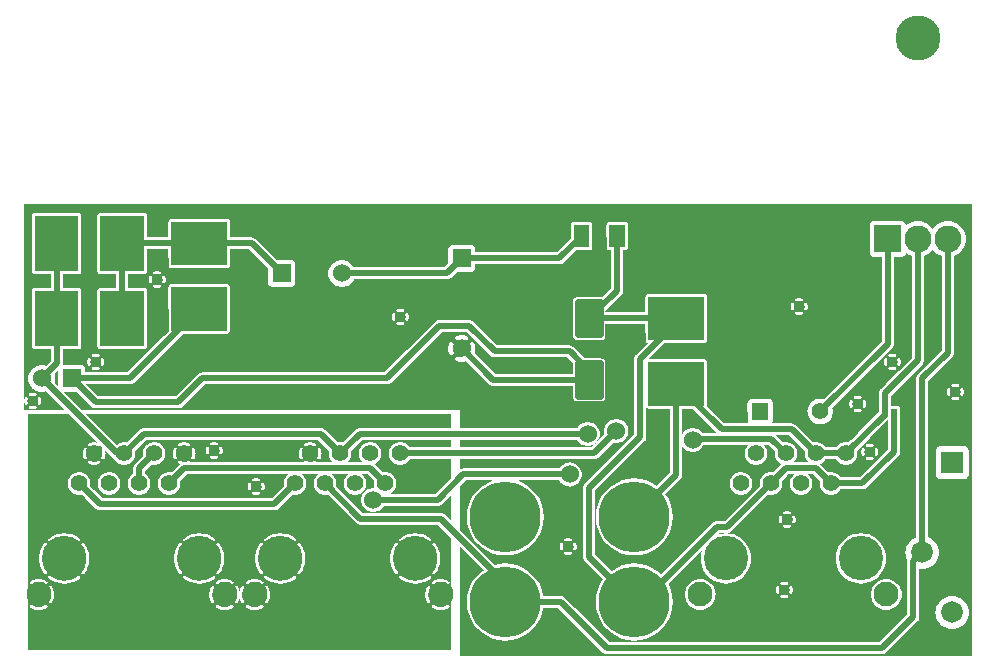
<source format=gbr>
G04 start of page 2 for group 0 idx 0 *
G04 Title: (unknown), top *
G04 Creator: pcb 1.99z *
G04 CreationDate: Mon Nov 16 05:24:31 2015 UTC *
G04 For: commonadmin *
G04 Format: Gerber/RS-274X *
G04 PCB-Dimensions (mil): 3220.00 2260.00 *
G04 PCB-Coordinate-Origin: lower left *
%MOIN*%
%FSLAX25Y25*%
%LNTOP*%
%ADD36C,0.1870*%
%ADD35C,0.1300*%
%ADD34C,0.0500*%
%ADD33C,0.0300*%
%ADD32C,0.0630*%
%ADD31C,0.1280*%
%ADD30C,0.0380*%
%ADD29C,0.0354*%
%ADD28C,0.0350*%
%ADD27C,0.0360*%
%ADD26R,0.1450X0.1450*%
%ADD25R,0.0512X0.0512*%
%ADD24C,0.0197*%
%ADD23R,0.0768X0.0768*%
%ADD22R,0.0197X0.0197*%
%ADD21C,0.2362*%
%ADD20C,0.0720*%
%ADD19C,0.1500*%
%ADD18C,0.0900*%
%ADD17C,0.0550*%
%ADD16C,0.0827*%
%ADD15C,0.1476*%
%ADD14C,0.0600*%
%ADD13C,0.0551*%
%ADD12C,0.0200*%
%ADD11C,0.0001*%
G54D11*G36*
X67554Y41668D02*X67705Y41107D01*
X67818Y40469D01*
X67875Y39824D01*
Y39176D01*
X67818Y38531D01*
X67705Y37893D01*
X67554Y37332D01*
Y41668D01*
G37*
G36*
X94554D02*X94705Y41107D01*
X94818Y40469D01*
X94875Y39824D01*
Y39176D01*
X94818Y38531D01*
X94705Y37893D01*
X94554Y37332D01*
Y41668D01*
G37*
G36*
X139554D02*X139705Y41107D01*
X139818Y40469D01*
X139875Y39824D01*
Y39176D01*
X139818Y38531D01*
X139705Y37893D01*
X139554Y37332D01*
Y41668D01*
G37*
G36*
Y50800D02*X140172D01*
X144500Y46472D01*
Y30337D01*
X144476Y30312D01*
X144431Y30247D01*
X144396Y30175D01*
X144373Y30099D01*
X144362Y30021D01*
X144364Y29941D01*
X144378Y29863D01*
X144404Y29788D01*
X144442Y29719D01*
X144500Y29623D01*
Y25356D01*
X144446Y25263D01*
X144407Y25194D01*
X144382Y25120D01*
X144368Y25042D01*
X144366Y24964D01*
X144377Y24886D01*
X144400Y24810D01*
X144434Y24740D01*
X144479Y24675D01*
X144500Y24653D01*
Y9000D01*
X139554D01*
Y22555D01*
X139848Y22476D01*
X140291Y22398D01*
X140739Y22358D01*
X141190D01*
X141638Y22398D01*
X142081Y22476D01*
X142516Y22593D01*
X142939Y22748D01*
X143347Y22939D01*
X143736Y23165D01*
X143799Y23212D01*
X143854Y23269D01*
X143900Y23334D01*
X143934Y23406D01*
X143957Y23482D01*
X143968Y23560D01*
X143967Y23640D01*
X143953Y23718D01*
X143927Y23793D01*
X143889Y23862D01*
X143841Y23926D01*
X143784Y23981D01*
X143719Y24026D01*
X143648Y24061D01*
X143572Y24084D01*
X143493Y24095D01*
X143414Y24093D01*
X143336Y24079D01*
X143261Y24053D01*
X143192Y24014D01*
X142881Y23829D01*
X142553Y23676D01*
X142213Y23551D01*
X141863Y23457D01*
X141506Y23394D01*
X141146Y23362D01*
X140783D01*
X140423Y23394D01*
X140066Y23457D01*
X139716Y23551D01*
X139554Y23611D01*
Y31374D01*
X139716Y31433D01*
X140066Y31527D01*
X140423Y31590D01*
X140783Y31622D01*
X141146D01*
X141506Y31590D01*
X141863Y31527D01*
X142213Y31433D01*
X142553Y31309D01*
X142881Y31155D01*
X143194Y30973D01*
X143262Y30935D01*
X143337Y30909D01*
X143414Y30895D01*
X143493Y30894D01*
X143571Y30904D01*
X143646Y30927D01*
X143717Y30962D01*
X143782Y31007D01*
X143838Y31061D01*
X143886Y31124D01*
X143923Y31193D01*
X143949Y31268D01*
X143963Y31345D01*
X143964Y31424D01*
X143953Y31502D01*
X143931Y31577D01*
X143896Y31648D01*
X143851Y31712D01*
X143797Y31769D01*
X143733Y31815D01*
X143347Y32046D01*
X142939Y32237D01*
X142516Y32391D01*
X142081Y32508D01*
X141638Y32587D01*
X141190Y32626D01*
X140739D01*
X140291Y32587D01*
X139848Y32508D01*
X139554Y32429D01*
Y34958D01*
X139560Y34967D01*
X139931Y35604D01*
X140244Y36271D01*
X140497Y36962D01*
X140689Y37673D01*
X140817Y38398D01*
X140882Y39132D01*
Y39868D01*
X140817Y40602D01*
X140689Y41327D01*
X140497Y42038D01*
X140244Y42729D01*
X139931Y43396D01*
X139560Y44033D01*
X139554Y44042D01*
Y50800D01*
G37*
G36*
X136699D02*X139554D01*
Y44042D01*
X139136Y44634D01*
X139082Y44694D01*
X139020Y44744D01*
X138951Y44783D01*
X138876Y44812D01*
X138798Y44828D01*
X138718Y44832D01*
X138639Y44823D01*
X138562Y44802D01*
X138489Y44769D01*
X138422Y44726D01*
X138363Y44672D01*
X138313Y44610D01*
X138274Y44540D01*
X138245Y44466D01*
X138229Y44388D01*
X138225Y44308D01*
X138234Y44229D01*
X138255Y44152D01*
X138288Y44079D01*
X138333Y44013D01*
X138712Y43488D01*
X139038Y42928D01*
X139313Y42341D01*
X139536Y41733D01*
X139554Y41668D01*
Y37332D01*
X139536Y37267D01*
X139313Y36659D01*
X139038Y36072D01*
X138712Y35512D01*
X138338Y34983D01*
X138294Y34918D01*
X138262Y34846D01*
X138241Y34770D01*
X138232Y34692D01*
X138236Y34613D01*
X138252Y34536D01*
X138280Y34463D01*
X138319Y34394D01*
X138369Y34333D01*
X138427Y34280D01*
X138493Y34237D01*
X138564Y34205D01*
X138640Y34184D01*
X138719Y34175D01*
X138797Y34179D01*
X138874Y34195D01*
X138948Y34223D01*
X139016Y34262D01*
X139078Y34311D01*
X139129Y34371D01*
X139554Y34958D01*
Y32429D01*
X139413Y32391D01*
X138990Y32237D01*
X138583Y32046D01*
X138193Y31820D01*
X138130Y31772D01*
X138075Y31715D01*
X138029Y31650D01*
X137995Y31579D01*
X137972Y31503D01*
X137961Y31424D01*
X137962Y31345D01*
X137976Y31267D01*
X138002Y31192D01*
X138040Y31122D01*
X138088Y31059D01*
X138145Y31004D01*
X138210Y30958D01*
X138281Y30924D01*
X138357Y30901D01*
X138436Y30890D01*
X138515Y30891D01*
X138593Y30905D01*
X138668Y30931D01*
X138737Y30970D01*
X139048Y31155D01*
X139376Y31309D01*
X139554Y31374D01*
Y23611D01*
X139376Y23676D01*
X139048Y23829D01*
X138735Y24011D01*
X138667Y24049D01*
X138592Y24075D01*
X138515Y24089D01*
X138436Y24091D01*
X138358Y24080D01*
X138283Y24057D01*
X138212Y24023D01*
X138147Y23978D01*
X138091Y23923D01*
X138043Y23860D01*
X138006Y23791D01*
X137980Y23717D01*
X137966Y23639D01*
X137965Y23560D01*
X137976Y23482D01*
X137998Y23407D01*
X138033Y23336D01*
X138078Y23272D01*
X138132Y23215D01*
X138196Y23169D01*
X138583Y22939D01*
X138990Y22748D01*
X139413Y22593D01*
X139554Y22555D01*
Y9000D01*
X136699D01*
Y24643D01*
X136742Y24602D01*
X136807Y24557D01*
X136878Y24522D01*
X136954Y24499D01*
X137033Y24488D01*
X137112Y24490D01*
X137190Y24504D01*
X137265Y24530D01*
X137335Y24567D01*
X137398Y24615D01*
X137453Y24672D01*
X137498Y24738D01*
X137533Y24809D01*
X137556Y24885D01*
X137567Y24963D01*
X137565Y25043D01*
X137551Y25121D01*
X137525Y25196D01*
X137487Y25265D01*
X137302Y25576D01*
X137148Y25904D01*
X137024Y26244D01*
X136930Y26594D01*
X136866Y26950D01*
X136835Y27311D01*
Y27673D01*
X136866Y28034D01*
X136930Y28391D01*
X137024Y28740D01*
X137148Y29080D01*
X137302Y29408D01*
X137483Y29721D01*
X137522Y29790D01*
X137548Y29864D01*
X137561Y29942D01*
X137563Y30021D01*
X137552Y30099D01*
X137529Y30174D01*
X137495Y30245D01*
X137450Y30309D01*
X137396Y30366D01*
X137333Y30413D01*
X137263Y30451D01*
X137189Y30476D01*
X137112Y30490D01*
X137033Y30492D01*
X136955Y30481D01*
X136880Y30458D01*
X136809Y30424D01*
X136744Y30379D01*
X136699Y30335D01*
Y32246D01*
X137033Y32440D01*
X137634Y32864D01*
X137694Y32918D01*
X137744Y32980D01*
X137783Y33049D01*
X137812Y33124D01*
X137828Y33202D01*
X137832Y33282D01*
X137823Y33361D01*
X137802Y33438D01*
X137769Y33511D01*
X137726Y33578D01*
X137672Y33637D01*
X137610Y33687D01*
X137540Y33726D01*
X137466Y33755D01*
X137388Y33771D01*
X137308Y33775D01*
X137229Y33766D01*
X137152Y33745D01*
X137079Y33712D01*
X137013Y33667D01*
X136699Y33440D01*
Y45563D01*
X137017Y45338D01*
X137082Y45294D01*
X137154Y45262D01*
X137230Y45241D01*
X137308Y45232D01*
X137387Y45236D01*
X137464Y45252D01*
X137537Y45280D01*
X137606Y45319D01*
X137667Y45369D01*
X137720Y45427D01*
X137763Y45493D01*
X137795Y45564D01*
X137816Y45640D01*
X137825Y45719D01*
X137821Y45797D01*
X137805Y45874D01*
X137777Y45948D01*
X137738Y46016D01*
X137689Y46078D01*
X137629Y46129D01*
X137033Y46560D01*
X136699Y46754D01*
Y50800D01*
G37*
G36*
Y33440D02*X136488Y33288D01*
X135928Y32962D01*
X135341Y32687D01*
X134733Y32464D01*
X134107Y32295D01*
X133469Y32182D01*
X132824Y32125D01*
X132504D01*
Y46875D01*
X132824D01*
X133469Y46818D01*
X134107Y46705D01*
X134733Y46536D01*
X135341Y46313D01*
X135928Y46038D01*
X136488Y45712D01*
X136699Y45563D01*
Y33440D01*
G37*
G36*
Y9000D02*X132504D01*
Y31118D01*
X132868D01*
X133602Y31183D01*
X134327Y31311D01*
X135038Y31503D01*
X135729Y31756D01*
X136396Y32069D01*
X136699Y32246D01*
Y30335D01*
X136687Y30324D01*
X136641Y30261D01*
X136411Y29874D01*
X136220Y29466D01*
X136066Y29044D01*
X135949Y28609D01*
X135870Y28166D01*
X135831Y27717D01*
Y27267D01*
X135870Y26819D01*
X135949Y26375D01*
X136066Y25941D01*
X136220Y25518D01*
X136411Y25110D01*
X136637Y24721D01*
X136684Y24657D01*
X136699Y24643D01*
Y9000D01*
G37*
G36*
X132504Y50800D02*X136699D01*
Y46754D01*
X136396Y46931D01*
X135729Y47244D01*
X135038Y47497D01*
X134327Y47689D01*
X133602Y47817D01*
X132868Y47882D01*
X132504D01*
Y50800D01*
G37*
G36*
X125446D02*X132504D01*
Y47882D01*
X132132D01*
X131398Y47817D01*
X130673Y47689D01*
X129962Y47497D01*
X129271Y47244D01*
X128604Y46931D01*
X127967Y46560D01*
X127366Y46136D01*
X127306Y46082D01*
X127256Y46020D01*
X127217Y45951D01*
X127188Y45876D01*
X127172Y45798D01*
X127168Y45718D01*
X127177Y45639D01*
X127198Y45562D01*
X127231Y45489D01*
X127274Y45422D01*
X127328Y45363D01*
X127390Y45313D01*
X127460Y45274D01*
X127534Y45245D01*
X127612Y45229D01*
X127692Y45225D01*
X127771Y45234D01*
X127848Y45255D01*
X127921Y45288D01*
X127987Y45333D01*
X128512Y45712D01*
X129072Y46038D01*
X129659Y46313D01*
X130267Y46536D01*
X130893Y46705D01*
X131531Y46818D01*
X132176Y46875D01*
X132504D01*
Y32125D01*
X132176D01*
X131531Y32182D01*
X130893Y32295D01*
X130267Y32464D01*
X129659Y32687D01*
X129072Y32962D01*
X128512Y33288D01*
X127983Y33662D01*
X127918Y33706D01*
X127846Y33738D01*
X127770Y33759D01*
X127692Y33768D01*
X127613Y33764D01*
X127536Y33748D01*
X127463Y33720D01*
X127394Y33681D01*
X127333Y33631D01*
X127280Y33573D01*
X127237Y33507D01*
X127205Y33436D01*
X127184Y33360D01*
X127175Y33281D01*
X127179Y33203D01*
X127195Y33126D01*
X127223Y33052D01*
X127262Y32984D01*
X127311Y32922D01*
X127371Y32871D01*
X127967Y32440D01*
X128604Y32069D01*
X129271Y31756D01*
X129962Y31503D01*
X130673Y31311D01*
X131398Y31183D01*
X132132Y31118D01*
X132504D01*
Y9000D01*
X125446D01*
Y34958D01*
X125864Y34366D01*
X125918Y34306D01*
X125980Y34256D01*
X126049Y34217D01*
X126124Y34188D01*
X126202Y34172D01*
X126282Y34168D01*
X126361Y34177D01*
X126438Y34198D01*
X126511Y34231D01*
X126578Y34274D01*
X126637Y34328D01*
X126687Y34390D01*
X126726Y34460D01*
X126755Y34534D01*
X126771Y34612D01*
X126775Y34692D01*
X126766Y34771D01*
X126745Y34848D01*
X126712Y34921D01*
X126667Y34987D01*
X126288Y35512D01*
X125962Y36072D01*
X125687Y36659D01*
X125464Y37267D01*
X125446Y37332D01*
Y41668D01*
X125464Y41733D01*
X125687Y42341D01*
X125962Y42928D01*
X126288Y43488D01*
X126662Y44017D01*
X126706Y44082D01*
X126738Y44154D01*
X126759Y44230D01*
X126768Y44308D01*
X126764Y44387D01*
X126748Y44464D01*
X126720Y44537D01*
X126681Y44606D01*
X126631Y44667D01*
X126573Y44720D01*
X126507Y44763D01*
X126436Y44795D01*
X126360Y44816D01*
X126281Y44825D01*
X126203Y44821D01*
X126126Y44805D01*
X126052Y44777D01*
X125984Y44738D01*
X125922Y44689D01*
X125871Y44629D01*
X125446Y44042D01*
Y50800D01*
G37*
G36*
Y37332D02*X125295Y37893D01*
X125182Y38531D01*
X125125Y39176D01*
Y39824D01*
X125182Y40469D01*
X125295Y41107D01*
X125446Y41668D01*
Y37332D01*
G37*
G36*
X94554Y61353D02*X94714Y61452D01*
X95164Y61836D01*
X95548Y62286D01*
X95857Y62790D01*
X96083Y63336D01*
X96221Y63911D01*
X96256Y64500D01*
X96221Y65089D01*
X96083Y65664D01*
X95857Y66210D01*
X95548Y66714D01*
X95164Y67164D01*
X94771Y67500D01*
X100229D01*
X99836Y67164D01*
X99452Y66714D01*
X99143Y66210D01*
X98917Y65664D01*
X98779Y65089D01*
X98733Y64500D01*
X98779Y63911D01*
X98917Y63336D01*
X99143Y62790D01*
X99452Y62286D01*
X99836Y61836D01*
X100286Y61452D01*
X100790Y61143D01*
X101336Y60917D01*
X101911Y60779D01*
X102500Y60733D01*
X103089Y60779D01*
X103334Y60838D01*
X112730Y51441D01*
X112781Y51381D01*
X113021Y51177D01*
X113021Y51177D01*
X113289Y51012D01*
X113495Y50927D01*
X113580Y50892D01*
X113654Y50874D01*
X113886Y50819D01*
X114200Y50794D01*
X114278Y50800D01*
X125446D01*
Y44042D01*
X125440Y44033D01*
X125069Y43396D01*
X124756Y42729D01*
X124503Y42038D01*
X124311Y41327D01*
X124183Y40602D01*
X124118Y39868D01*
Y39132D01*
X124183Y38398D01*
X124311Y37673D01*
X124503Y36962D01*
X124756Y36271D01*
X125069Y35604D01*
X125440Y34967D01*
X125446Y34958D01*
Y9000D01*
X94554D01*
Y34958D01*
X94560Y34967D01*
X94931Y35604D01*
X95244Y36271D01*
X95497Y36962D01*
X95689Y37673D01*
X95817Y38398D01*
X95882Y39132D01*
Y39868D01*
X95817Y40602D01*
X95689Y41327D01*
X95497Y42038D01*
X95244Y42729D01*
X94931Y43396D01*
X94560Y44033D01*
X94554Y44042D01*
Y61353D01*
G37*
G36*
X87504Y56675D02*X91666Y60838D01*
X91911Y60779D01*
X92500Y60733D01*
X93089Y60779D01*
X93664Y60917D01*
X94210Y61143D01*
X94554Y61353D01*
Y44042D01*
X94136Y44634D01*
X94082Y44694D01*
X94020Y44744D01*
X93951Y44783D01*
X93876Y44812D01*
X93798Y44828D01*
X93718Y44832D01*
X93639Y44823D01*
X93562Y44802D01*
X93489Y44769D01*
X93422Y44726D01*
X93363Y44672D01*
X93313Y44610D01*
X93274Y44540D01*
X93245Y44466D01*
X93229Y44388D01*
X93225Y44308D01*
X93234Y44229D01*
X93255Y44152D01*
X93288Y44079D01*
X93333Y44013D01*
X93712Y43488D01*
X94038Y42928D01*
X94313Y42341D01*
X94536Y41733D01*
X94554Y41668D01*
Y37332D01*
X94536Y37267D01*
X94313Y36659D01*
X94038Y36072D01*
X93712Y35512D01*
X93338Y34983D01*
X93294Y34918D01*
X93262Y34846D01*
X93241Y34770D01*
X93232Y34692D01*
X93236Y34613D01*
X93252Y34536D01*
X93280Y34463D01*
X93319Y34394D01*
X93369Y34333D01*
X93427Y34280D01*
X93493Y34237D01*
X93564Y34205D01*
X93640Y34184D01*
X93719Y34175D01*
X93797Y34179D01*
X93874Y34195D01*
X93948Y34223D01*
X94016Y34262D01*
X94078Y34311D01*
X94129Y34371D01*
X94554Y34958D01*
Y9000D01*
X87504D01*
Y31118D01*
X87868D01*
X88602Y31183D01*
X89327Y31311D01*
X90038Y31503D01*
X90729Y31756D01*
X91396Y32069D01*
X92033Y32440D01*
X92634Y32864D01*
X92694Y32918D01*
X92744Y32980D01*
X92783Y33049D01*
X92812Y33124D01*
X92828Y33202D01*
X92832Y33282D01*
X92823Y33361D01*
X92802Y33438D01*
X92769Y33511D01*
X92726Y33578D01*
X92672Y33637D01*
X92610Y33687D01*
X92540Y33726D01*
X92466Y33755D01*
X92388Y33771D01*
X92308Y33775D01*
X92229Y33766D01*
X92152Y33745D01*
X92079Y33712D01*
X92013Y33667D01*
X91488Y33288D01*
X90928Y32962D01*
X90341Y32687D01*
X89733Y32464D01*
X89107Y32295D01*
X88469Y32182D01*
X87824Y32125D01*
X87504D01*
Y46875D01*
X87824D01*
X88469Y46818D01*
X89107Y46705D01*
X89733Y46536D01*
X90341Y46313D01*
X90928Y46038D01*
X91488Y45712D01*
X92017Y45338D01*
X92082Y45294D01*
X92154Y45262D01*
X92230Y45241D01*
X92308Y45232D01*
X92387Y45236D01*
X92464Y45252D01*
X92537Y45280D01*
X92606Y45319D01*
X92667Y45369D01*
X92720Y45427D01*
X92763Y45493D01*
X92795Y45564D01*
X92816Y45640D01*
X92825Y45719D01*
X92821Y45797D01*
X92805Y45874D01*
X92777Y45948D01*
X92738Y46016D01*
X92689Y46078D01*
X92629Y46129D01*
X92033Y46560D01*
X91396Y46931D01*
X90729Y47244D01*
X90038Y47497D01*
X89327Y47689D01*
X88602Y47817D01*
X87868Y47882D01*
X87504D01*
Y56675D01*
G37*
G36*
X83222Y32291D02*X83604Y32069D01*
X84271Y31756D01*
X84962Y31503D01*
X85673Y31311D01*
X86398Y31183D01*
X87132Y31118D01*
X87504D01*
Y9000D01*
X83222D01*
Y24649D01*
X83234Y24660D01*
X83280Y24723D01*
X83510Y25110D01*
X83701Y25518D01*
X83856Y25941D01*
X83973Y26375D01*
X84051Y26819D01*
X84091Y27267D01*
Y27717D01*
X84051Y28166D01*
X83973Y28609D01*
X83856Y29044D01*
X83701Y29466D01*
X83510Y29874D01*
X83284Y30263D01*
X83237Y30327D01*
X83222Y30341D01*
Y32291D01*
G37*
G36*
Y45503D02*X83512Y45712D01*
X84072Y46038D01*
X84659Y46313D01*
X85267Y46536D01*
X85893Y46705D01*
X86531Y46818D01*
X87176Y46875D01*
X87504D01*
Y32125D01*
X87176D01*
X86531Y32182D01*
X85893Y32295D01*
X85267Y32464D01*
X84659Y32687D01*
X84072Y32962D01*
X83512Y33288D01*
X83222Y33492D01*
Y45503D01*
G37*
G36*
Y55500D02*X85422D01*
X85500Y55494D01*
X85814Y55519D01*
X86120Y55592D01*
X86411Y55712D01*
X86679Y55877D01*
X86919Y56081D01*
X86970Y56141D01*
X87504Y56675D01*
Y47882D01*
X87132D01*
X86398Y47817D01*
X85673Y47689D01*
X84962Y47497D01*
X84271Y47244D01*
X83604Y46931D01*
X83222Y46709D01*
Y55500D01*
G37*
G36*
X80446D02*X83222D01*
Y46709D01*
X82967Y46560D01*
X82366Y46136D01*
X82306Y46082D01*
X82256Y46020D01*
X82217Y45951D01*
X82188Y45876D01*
X82172Y45798D01*
X82168Y45718D01*
X82177Y45639D01*
X82198Y45562D01*
X82231Y45489D01*
X82274Y45422D01*
X82328Y45363D01*
X82390Y45313D01*
X82460Y45274D01*
X82534Y45245D01*
X82612Y45229D01*
X82692Y45225D01*
X82771Y45234D01*
X82848Y45255D01*
X82921Y45288D01*
X82987Y45333D01*
X83222Y45503D01*
Y33492D01*
X82983Y33662D01*
X82918Y33706D01*
X82846Y33738D01*
X82770Y33759D01*
X82692Y33768D01*
X82613Y33764D01*
X82536Y33748D01*
X82463Y33720D01*
X82394Y33681D01*
X82333Y33631D01*
X82280Y33573D01*
X82237Y33507D01*
X82205Y33436D01*
X82184Y33360D01*
X82175Y33281D01*
X82179Y33203D01*
X82195Y33126D01*
X82223Y33052D01*
X82262Y32984D01*
X82311Y32922D01*
X82371Y32871D01*
X82967Y32440D01*
X83222Y32291D01*
Y30341D01*
X83180Y30382D01*
X83114Y30427D01*
X83043Y30462D01*
X82967Y30485D01*
X82889Y30496D01*
X82809Y30494D01*
X82731Y30480D01*
X82656Y30454D01*
X82586Y30417D01*
X82523Y30369D01*
X82468Y30312D01*
X82423Y30247D01*
X82388Y30175D01*
X82365Y30099D01*
X82354Y30021D01*
X82356Y29941D01*
X82370Y29863D01*
X82396Y29788D01*
X82435Y29719D01*
X82620Y29408D01*
X82773Y29080D01*
X82898Y28740D01*
X82992Y28391D01*
X83055Y28034D01*
X83087Y27673D01*
Y27311D01*
X83055Y26950D01*
X82992Y26594D01*
X82898Y26244D01*
X82773Y25904D01*
X82620Y25576D01*
X82438Y25263D01*
X82399Y25194D01*
X82374Y25120D01*
X82360Y25042D01*
X82358Y24964D01*
X82369Y24886D01*
X82392Y24810D01*
X82426Y24740D01*
X82471Y24675D01*
X82526Y24618D01*
X82588Y24571D01*
X82658Y24534D01*
X82732Y24508D01*
X82810Y24494D01*
X82888Y24492D01*
X82966Y24503D01*
X83042Y24526D01*
X83112Y24560D01*
X83177Y24605D01*
X83222Y24649D01*
Y9000D01*
X80446D01*
Y22577D01*
X80508Y22593D01*
X80931Y22748D01*
X81339Y22939D01*
X81728Y23165D01*
X81792Y23212D01*
X81847Y23269D01*
X81892Y23334D01*
X81926Y23406D01*
X81949Y23482D01*
X81960Y23560D01*
X81959Y23640D01*
X81945Y23718D01*
X81919Y23793D01*
X81881Y23862D01*
X81834Y23926D01*
X81776Y23981D01*
X81711Y24026D01*
X81640Y24061D01*
X81564Y24084D01*
X81485Y24095D01*
X81406Y24093D01*
X81328Y24079D01*
X81253Y24053D01*
X81184Y24014D01*
X80873Y23829D01*
X80545Y23676D01*
X80446Y23640D01*
Y31345D01*
X80545Y31309D01*
X80873Y31155D01*
X81186Y30973D01*
X81255Y30935D01*
X81329Y30909D01*
X81406Y30895D01*
X81485Y30894D01*
X81563Y30904D01*
X81638Y30927D01*
X81709Y30962D01*
X81774Y31007D01*
X81831Y31061D01*
X81878Y31124D01*
X81915Y31193D01*
X81941Y31268D01*
X81955Y31345D01*
X81956Y31424D01*
X81946Y31502D01*
X81923Y31577D01*
X81888Y31648D01*
X81843Y31712D01*
X81789Y31769D01*
X81725Y31815D01*
X81339Y32046D01*
X80931Y32237D01*
X80508Y32391D01*
X80446Y32408D01*
Y34958D01*
X80864Y34366D01*
X80918Y34306D01*
X80980Y34256D01*
X81049Y34217D01*
X81124Y34188D01*
X81202Y34172D01*
X81282Y34168D01*
X81361Y34177D01*
X81438Y34198D01*
X81511Y34231D01*
X81578Y34274D01*
X81637Y34328D01*
X81687Y34390D01*
X81726Y34460D01*
X81755Y34534D01*
X81771Y34612D01*
X81775Y34692D01*
X81766Y34771D01*
X81745Y34848D01*
X81712Y34921D01*
X81667Y34987D01*
X81288Y35512D01*
X80962Y36072D01*
X80687Y36659D01*
X80464Y37267D01*
X80446Y37332D01*
Y41668D01*
X80464Y41733D01*
X80687Y42341D01*
X80962Y42928D01*
X81288Y43488D01*
X81662Y44017D01*
X81706Y44082D01*
X81738Y44154D01*
X81759Y44230D01*
X81768Y44308D01*
X81764Y44387D01*
X81748Y44464D01*
X81720Y44537D01*
X81681Y44606D01*
X81631Y44667D01*
X81573Y44720D01*
X81507Y44763D01*
X81436Y44795D01*
X81360Y44816D01*
X81281Y44825D01*
X81203Y44821D01*
X81126Y44805D01*
X81052Y44777D01*
X80984Y44738D01*
X80922Y44689D01*
X80871Y44629D01*
X80446Y44042D01*
Y55500D01*
G37*
G36*
Y37332D02*X80295Y37893D01*
X80182Y38531D01*
X80125Y39176D01*
Y39824D01*
X80182Y40469D01*
X80295Y41107D01*
X80446Y41668D01*
Y37332D01*
G37*
G36*
X73961Y55500D02*X80446D01*
Y44042D01*
X80440Y44033D01*
X80069Y43396D01*
X79756Y42729D01*
X79503Y42038D01*
X79311Y41327D01*
X79183Y40602D01*
X79118Y39868D01*
Y39132D01*
X79183Y38398D01*
X79311Y37673D01*
X79503Y36962D01*
X79756Y36271D01*
X80069Y35604D01*
X80440Y34967D01*
X80446Y34958D01*
Y32408D01*
X80073Y32508D01*
X79630Y32587D01*
X79182Y32626D01*
X78732D01*
X78283Y32587D01*
X77840Y32508D01*
X77405Y32391D01*
X76982Y32237D01*
X76575Y32046D01*
X76185Y31820D01*
X76122Y31772D01*
X76067Y31715D01*
X76022Y31650D01*
X75987Y31579D01*
X75964Y31503D01*
X75953Y31424D01*
X75955Y31345D01*
X75969Y31267D01*
X75995Y31192D01*
X76032Y31122D01*
X76080Y31059D01*
X76137Y31004D01*
X76202Y30958D01*
X76274Y30924D01*
X76349Y30901D01*
X76428Y30890D01*
X76507Y30891D01*
X76585Y30905D01*
X76660Y30931D01*
X76729Y30970D01*
X77041Y31155D01*
X77368Y31309D01*
X77709Y31433D01*
X78058Y31527D01*
X78415Y31590D01*
X78776Y31622D01*
X79138D01*
X79499Y31590D01*
X79855Y31527D01*
X80205Y31433D01*
X80446Y31345D01*
Y23640D01*
X80205Y23551D01*
X79855Y23457D01*
X79499Y23394D01*
X79138Y23362D01*
X78776D01*
X78415Y23394D01*
X78058Y23457D01*
X77709Y23551D01*
X77368Y23676D01*
X77041Y23829D01*
X76727Y24011D01*
X76659Y24049D01*
X76584Y24075D01*
X76507Y24089D01*
X76428Y24091D01*
X76350Y24080D01*
X76275Y24057D01*
X76204Y24023D01*
X76140Y23978D01*
X76083Y23923D01*
X76035Y23860D01*
X75998Y23791D01*
X75972Y23717D01*
X75959Y23639D01*
X75957Y23560D01*
X75968Y23482D01*
X75991Y23407D01*
X76025Y23336D01*
X76070Y23272D01*
X76124Y23215D01*
X76188Y23169D01*
X76575Y22939D01*
X76982Y22748D01*
X77405Y22593D01*
X77840Y22476D01*
X78283Y22398D01*
X78732Y22358D01*
X79182D01*
X79630Y22398D01*
X80073Y22476D01*
X80446Y22577D01*
Y9000D01*
X73961D01*
Y26301D01*
X74058Y25941D01*
X74212Y25518D01*
X74403Y25110D01*
X74629Y24721D01*
X74677Y24657D01*
X74734Y24602D01*
X74799Y24557D01*
X74870Y24522D01*
X74946Y24499D01*
X75025Y24488D01*
X75104Y24490D01*
X75182Y24504D01*
X75257Y24530D01*
X75327Y24567D01*
X75390Y24615D01*
X75445Y24672D01*
X75491Y24738D01*
X75525Y24809D01*
X75548Y24885D01*
X75559Y24963D01*
X75558Y25043D01*
X75544Y25121D01*
X75518Y25196D01*
X75479Y25265D01*
X75294Y25576D01*
X75140Y25904D01*
X75016Y26244D01*
X74922Y26594D01*
X74858Y26950D01*
X74827Y27311D01*
Y27673D01*
X74858Y28034D01*
X74922Y28391D01*
X75016Y28740D01*
X75140Y29080D01*
X75294Y29408D01*
X75475Y29721D01*
X75514Y29790D01*
X75540Y29864D01*
X75554Y29942D01*
X75555Y30021D01*
X75544Y30099D01*
X75522Y30174D01*
X75487Y30245D01*
X75442Y30309D01*
X75388Y30366D01*
X75325Y30413D01*
X75256Y30451D01*
X75181Y30476D01*
X75104Y30490D01*
X75025Y30492D01*
X74947Y30481D01*
X74872Y30458D01*
X74801Y30424D01*
X74736Y30379D01*
X74680Y30324D01*
X74633Y30261D01*
X74403Y29874D01*
X74212Y29466D01*
X74058Y29044D01*
X73961Y28683D01*
Y55500D01*
G37*
G36*
X67554D02*X73961D01*
Y28683D01*
X73864Y29044D01*
X73709Y29466D01*
X73518Y29874D01*
X73292Y30263D01*
X73245Y30327D01*
X73187Y30382D01*
X73122Y30427D01*
X73051Y30462D01*
X72975Y30485D01*
X72896Y30496D01*
X72817Y30494D01*
X72739Y30480D01*
X72664Y30454D01*
X72594Y30417D01*
X72531Y30369D01*
X72476Y30312D01*
X72431Y30247D01*
X72396Y30175D01*
X72373Y30099D01*
X72362Y30021D01*
X72364Y29941D01*
X72378Y29863D01*
X72404Y29788D01*
X72442Y29719D01*
X72628Y29408D01*
X72781Y29080D01*
X72906Y28740D01*
X73000Y28391D01*
X73063Y28034D01*
X73094Y27673D01*
Y27311D01*
X73063Y26950D01*
X73000Y26594D01*
X72906Y26244D01*
X72781Y25904D01*
X72628Y25576D01*
X72446Y25263D01*
X72407Y25194D01*
X72382Y25120D01*
X72368Y25042D01*
X72366Y24964D01*
X72377Y24886D01*
X72400Y24810D01*
X72434Y24740D01*
X72479Y24675D01*
X72534Y24618D01*
X72596Y24571D01*
X72666Y24534D01*
X72740Y24508D01*
X72818Y24494D01*
X72896Y24492D01*
X72974Y24503D01*
X73050Y24526D01*
X73120Y24560D01*
X73185Y24605D01*
X73242Y24660D01*
X73288Y24723D01*
X73518Y25110D01*
X73709Y25518D01*
X73864Y25941D01*
X73961Y26301D01*
X73961Y26301D01*
Y9000D01*
X67554D01*
Y22555D01*
X67848Y22476D01*
X68291Y22398D01*
X68739Y22358D01*
X69190D01*
X69638Y22398D01*
X70081Y22476D01*
X70516Y22593D01*
X70939Y22748D01*
X71347Y22939D01*
X71736Y23165D01*
X71799Y23212D01*
X71854Y23269D01*
X71900Y23334D01*
X71934Y23406D01*
X71957Y23482D01*
X71968Y23560D01*
X71967Y23640D01*
X71953Y23718D01*
X71927Y23793D01*
X71889Y23862D01*
X71841Y23926D01*
X71784Y23981D01*
X71719Y24026D01*
X71648Y24061D01*
X71572Y24084D01*
X71493Y24095D01*
X71414Y24093D01*
X71336Y24079D01*
X71261Y24053D01*
X71192Y24014D01*
X70881Y23829D01*
X70553Y23676D01*
X70213Y23551D01*
X69863Y23457D01*
X69506Y23394D01*
X69146Y23362D01*
X68783D01*
X68423Y23394D01*
X68066Y23457D01*
X67716Y23551D01*
X67554Y23611D01*
Y31374D01*
X67716Y31433D01*
X68066Y31527D01*
X68423Y31590D01*
X68783Y31622D01*
X69146D01*
X69506Y31590D01*
X69863Y31527D01*
X70213Y31433D01*
X70553Y31309D01*
X70881Y31155D01*
X71194Y30973D01*
X71262Y30935D01*
X71337Y30909D01*
X71414Y30895D01*
X71493Y30894D01*
X71571Y30904D01*
X71646Y30927D01*
X71717Y30962D01*
X71782Y31007D01*
X71838Y31061D01*
X71886Y31124D01*
X71923Y31193D01*
X71949Y31268D01*
X71963Y31345D01*
X71964Y31424D01*
X71953Y31502D01*
X71931Y31577D01*
X71896Y31648D01*
X71851Y31712D01*
X71797Y31769D01*
X71733Y31815D01*
X71347Y32046D01*
X70939Y32237D01*
X70516Y32391D01*
X70081Y32508D01*
X69638Y32587D01*
X69190Y32626D01*
X68739D01*
X68291Y32587D01*
X67848Y32508D01*
X67554Y32429D01*
Y34958D01*
X67560Y34967D01*
X67931Y35604D01*
X68244Y36271D01*
X68497Y36962D01*
X68689Y37673D01*
X68817Y38398D01*
X68882Y39132D01*
Y39868D01*
X68817Y40602D01*
X68689Y41327D01*
X68497Y42038D01*
X68244Y42729D01*
X67931Y43396D01*
X67560Y44033D01*
X67554Y44042D01*
Y55500D01*
G37*
G36*
X64699D02*X67554D01*
Y44042D01*
X67136Y44634D01*
X67082Y44694D01*
X67020Y44744D01*
X66951Y44783D01*
X66876Y44812D01*
X66798Y44828D01*
X66718Y44832D01*
X66639Y44823D01*
X66562Y44802D01*
X66489Y44769D01*
X66422Y44726D01*
X66363Y44672D01*
X66313Y44610D01*
X66274Y44540D01*
X66245Y44466D01*
X66229Y44388D01*
X66225Y44308D01*
X66234Y44229D01*
X66255Y44152D01*
X66288Y44079D01*
X66333Y44013D01*
X66712Y43488D01*
X67038Y42928D01*
X67313Y42341D01*
X67536Y41733D01*
X67554Y41668D01*
Y37332D01*
X67536Y37267D01*
X67313Y36659D01*
X67038Y36072D01*
X66712Y35512D01*
X66338Y34983D01*
X66294Y34918D01*
X66262Y34846D01*
X66241Y34770D01*
X66232Y34692D01*
X66236Y34613D01*
X66252Y34536D01*
X66280Y34463D01*
X66319Y34394D01*
X66369Y34333D01*
X66427Y34280D01*
X66493Y34237D01*
X66564Y34205D01*
X66640Y34184D01*
X66719Y34175D01*
X66797Y34179D01*
X66874Y34195D01*
X66948Y34223D01*
X67016Y34262D01*
X67078Y34311D01*
X67129Y34371D01*
X67554Y34958D01*
Y32429D01*
X67413Y32391D01*
X66990Y32237D01*
X66583Y32046D01*
X66193Y31820D01*
X66130Y31772D01*
X66075Y31715D01*
X66029Y31650D01*
X65995Y31579D01*
X65972Y31503D01*
X65961Y31424D01*
X65962Y31345D01*
X65976Y31267D01*
X66002Y31192D01*
X66040Y31122D01*
X66088Y31059D01*
X66145Y31004D01*
X66210Y30958D01*
X66281Y30924D01*
X66357Y30901D01*
X66436Y30890D01*
X66515Y30891D01*
X66593Y30905D01*
X66668Y30931D01*
X66737Y30970D01*
X67048Y31155D01*
X67376Y31309D01*
X67554Y31374D01*
Y23611D01*
X67376Y23676D01*
X67048Y23829D01*
X66735Y24011D01*
X66667Y24049D01*
X66592Y24075D01*
X66515Y24089D01*
X66436Y24091D01*
X66358Y24080D01*
X66283Y24057D01*
X66212Y24023D01*
X66147Y23978D01*
X66091Y23923D01*
X66043Y23860D01*
X66006Y23791D01*
X65980Y23717D01*
X65966Y23639D01*
X65965Y23560D01*
X65976Y23482D01*
X65998Y23407D01*
X66033Y23336D01*
X66078Y23272D01*
X66132Y23215D01*
X66196Y23169D01*
X66583Y22939D01*
X66990Y22748D01*
X67413Y22593D01*
X67554Y22555D01*
Y9000D01*
X64699D01*
Y24643D01*
X64742Y24602D01*
X64807Y24557D01*
X64878Y24522D01*
X64954Y24499D01*
X65033Y24488D01*
X65112Y24490D01*
X65190Y24504D01*
X65265Y24530D01*
X65335Y24567D01*
X65398Y24615D01*
X65453Y24672D01*
X65498Y24738D01*
X65533Y24809D01*
X65556Y24885D01*
X65567Y24963D01*
X65565Y25043D01*
X65551Y25121D01*
X65525Y25196D01*
X65487Y25265D01*
X65302Y25576D01*
X65148Y25904D01*
X65024Y26244D01*
X64930Y26594D01*
X64866Y26950D01*
X64835Y27311D01*
Y27673D01*
X64866Y28034D01*
X64930Y28391D01*
X65024Y28740D01*
X65148Y29080D01*
X65302Y29408D01*
X65483Y29721D01*
X65522Y29790D01*
X65548Y29864D01*
X65561Y29942D01*
X65563Y30021D01*
X65552Y30099D01*
X65529Y30174D01*
X65495Y30245D01*
X65450Y30309D01*
X65396Y30366D01*
X65333Y30413D01*
X65263Y30451D01*
X65189Y30476D01*
X65112Y30490D01*
X65033Y30492D01*
X64955Y30481D01*
X64880Y30458D01*
X64809Y30424D01*
X64744Y30379D01*
X64699Y30335D01*
Y32246D01*
X65033Y32440D01*
X65634Y32864D01*
X65694Y32918D01*
X65744Y32980D01*
X65783Y33049D01*
X65812Y33124D01*
X65828Y33202D01*
X65832Y33282D01*
X65823Y33361D01*
X65802Y33438D01*
X65769Y33511D01*
X65726Y33578D01*
X65672Y33637D01*
X65610Y33687D01*
X65540Y33726D01*
X65466Y33755D01*
X65388Y33771D01*
X65308Y33775D01*
X65229Y33766D01*
X65152Y33745D01*
X65079Y33712D01*
X65013Y33667D01*
X64699Y33440D01*
Y45563D01*
X65017Y45338D01*
X65082Y45294D01*
X65154Y45262D01*
X65230Y45241D01*
X65308Y45232D01*
X65387Y45236D01*
X65464Y45252D01*
X65537Y45280D01*
X65606Y45319D01*
X65667Y45369D01*
X65720Y45427D01*
X65763Y45493D01*
X65795Y45564D01*
X65816Y45640D01*
X65825Y45719D01*
X65821Y45797D01*
X65805Y45874D01*
X65777Y45948D01*
X65738Y46016D01*
X65689Y46078D01*
X65629Y46129D01*
X65033Y46560D01*
X64699Y46754D01*
Y55500D01*
G37*
G36*
Y33440D02*X64488Y33288D01*
X63928Y32962D01*
X63341Y32687D01*
X62733Y32464D01*
X62107Y32295D01*
X61469Y32182D01*
X60824Y32125D01*
X60504D01*
Y46875D01*
X60824D01*
X61469Y46818D01*
X62107Y46705D01*
X62733Y46536D01*
X63341Y46313D01*
X63928Y46038D01*
X64488Y45712D01*
X64699Y45563D01*
Y33440D01*
G37*
G36*
Y9000D02*X60504D01*
Y31118D01*
X60868D01*
X61602Y31183D01*
X62327Y31311D01*
X63038Y31503D01*
X63729Y31756D01*
X64396Y32069D01*
X64699Y32246D01*
Y30335D01*
X64687Y30324D01*
X64641Y30261D01*
X64411Y29874D01*
X64220Y29466D01*
X64066Y29044D01*
X63949Y28609D01*
X63870Y28166D01*
X63831Y27717D01*
Y27267D01*
X63870Y26819D01*
X63949Y26375D01*
X64066Y25941D01*
X64220Y25518D01*
X64411Y25110D01*
X64637Y24721D01*
X64684Y24657D01*
X64699Y24643D01*
Y9000D01*
G37*
G36*
X60504Y55500D02*X64699D01*
Y46754D01*
X64396Y46931D01*
X63729Y47244D01*
X63038Y47497D01*
X62327Y47689D01*
X61602Y47817D01*
X60868Y47882D01*
X60504D01*
Y55500D01*
G37*
G36*
X53446D02*X60504D01*
Y47882D01*
X60132D01*
X59398Y47817D01*
X58673Y47689D01*
X57962Y47497D01*
X57271Y47244D01*
X56604Y46931D01*
X55967Y46560D01*
X55366Y46136D01*
X55306Y46082D01*
X55256Y46020D01*
X55217Y45951D01*
X55188Y45876D01*
X55172Y45798D01*
X55168Y45718D01*
X55177Y45639D01*
X55198Y45562D01*
X55231Y45489D01*
X55274Y45422D01*
X55328Y45363D01*
X55390Y45313D01*
X55460Y45274D01*
X55534Y45245D01*
X55612Y45229D01*
X55692Y45225D01*
X55771Y45234D01*
X55848Y45255D01*
X55921Y45288D01*
X55987Y45333D01*
X56512Y45712D01*
X57072Y46038D01*
X57659Y46313D01*
X58267Y46536D01*
X58893Y46705D01*
X59531Y46818D01*
X60176Y46875D01*
X60504D01*
Y32125D01*
X60176D01*
X59531Y32182D01*
X58893Y32295D01*
X58267Y32464D01*
X57659Y32687D01*
X57072Y32962D01*
X56512Y33288D01*
X55983Y33662D01*
X55918Y33706D01*
X55846Y33738D01*
X55770Y33759D01*
X55692Y33768D01*
X55613Y33764D01*
X55536Y33748D01*
X55463Y33720D01*
X55394Y33681D01*
X55333Y33631D01*
X55280Y33573D01*
X55237Y33507D01*
X55205Y33436D01*
X55184Y33360D01*
X55175Y33281D01*
X55179Y33203D01*
X55195Y33126D01*
X55223Y33052D01*
X55262Y32984D01*
X55311Y32922D01*
X55371Y32871D01*
X55967Y32440D01*
X56604Y32069D01*
X57271Y31756D01*
X57962Y31503D01*
X58673Y31311D01*
X59398Y31183D01*
X60132Y31118D01*
X60504D01*
Y9000D01*
X53446D01*
Y34958D01*
X53864Y34366D01*
X53918Y34306D01*
X53980Y34256D01*
X54049Y34217D01*
X54124Y34188D01*
X54202Y34172D01*
X54282Y34168D01*
X54361Y34177D01*
X54438Y34198D01*
X54511Y34231D01*
X54578Y34274D01*
X54637Y34328D01*
X54687Y34390D01*
X54726Y34460D01*
X54755Y34534D01*
X54771Y34612D01*
X54775Y34692D01*
X54766Y34771D01*
X54745Y34848D01*
X54712Y34921D01*
X54667Y34987D01*
X54288Y35512D01*
X53962Y36072D01*
X53687Y36659D01*
X53464Y37267D01*
X53446Y37332D01*
Y41668D01*
X53464Y41733D01*
X53687Y42341D01*
X53962Y42928D01*
X54288Y43488D01*
X54662Y44017D01*
X54706Y44082D01*
X54738Y44154D01*
X54759Y44230D01*
X54768Y44308D01*
X54764Y44387D01*
X54748Y44464D01*
X54720Y44537D01*
X54681Y44606D01*
X54631Y44667D01*
X54573Y44720D01*
X54507Y44763D01*
X54436Y44795D01*
X54360Y44816D01*
X54281Y44825D01*
X54203Y44821D01*
X54126Y44805D01*
X54052Y44777D01*
X53984Y44738D01*
X53922Y44689D01*
X53871Y44629D01*
X53446Y44042D01*
Y55500D01*
G37*
G36*
Y37332D02*X53295Y37893D01*
X53182Y38531D01*
X53125Y39176D01*
Y39824D01*
X53182Y40469D01*
X53295Y41107D01*
X53446Y41668D01*
Y37332D01*
G37*
G36*
X42994Y55500D02*X53446D01*
Y44042D01*
X53440Y44033D01*
X53069Y43396D01*
X52756Y42729D01*
X52503Y42038D01*
X52311Y41327D01*
X52183Y40602D01*
X52118Y39868D01*
Y39132D01*
X52183Y38398D01*
X52311Y37673D01*
X52503Y36962D01*
X52756Y36271D01*
X53069Y35604D01*
X53440Y34967D01*
X53446Y34958D01*
Y9000D01*
X42994D01*
Y55500D01*
G37*
G36*
X100573Y78599D02*X103838Y75334D01*
X103779Y75089D01*
X103733Y74500D01*
X103779Y73911D01*
X103917Y73336D01*
X104143Y72790D01*
X104452Y72286D01*
X104836Y71836D01*
X105229Y71500D01*
X100573D01*
Y72536D01*
X100615Y72553D01*
X100683Y72594D01*
X100743Y72644D01*
X100794Y72704D01*
X100834Y72771D01*
X100988Y73096D01*
X101106Y73436D01*
X101192Y73785D01*
X101243Y74141D01*
X101260Y74500D01*
X101243Y74859D01*
X101192Y75215D01*
X101106Y75564D01*
X100988Y75904D01*
X100838Y76231D01*
X100797Y76298D01*
X100745Y76358D01*
X100684Y76409D01*
X100617Y76450D01*
X100573Y76467D01*
Y78599D01*
G37*
G36*
X97498Y79000D02*X100172D01*
X100573Y78599D01*
Y76467D01*
X100543Y76480D01*
X100466Y76498D01*
X100387Y76503D01*
X100308Y76496D01*
X100231Y76477D01*
X100158Y76447D01*
X100091Y76405D01*
X100031Y76353D01*
X99980Y76292D01*
X99939Y76224D01*
X99909Y76151D01*
X99892Y76074D01*
X99886Y75995D01*
X99893Y75916D01*
X99912Y75839D01*
X99944Y75767D01*
X100057Y75529D01*
X100143Y75280D01*
X100206Y75024D01*
X100243Y74763D01*
X100256Y74500D01*
X100243Y74237D01*
X100206Y73976D01*
X100143Y73720D01*
X100057Y73471D01*
X99947Y73232D01*
X99915Y73160D01*
X99896Y73083D01*
X99889Y73005D01*
X99895Y72927D01*
X99913Y72850D01*
X99942Y72777D01*
X99983Y72710D01*
X100033Y72649D01*
X100093Y72598D01*
X100160Y72556D01*
X100232Y72526D01*
X100309Y72507D01*
X100387Y72500D01*
X100466Y72506D01*
X100542Y72523D01*
X100573Y72536D01*
Y71500D01*
X99490D01*
X99498Y71534D01*
X99503Y71613D01*
X99496Y71692D01*
X99477Y71769D01*
X99447Y71842D01*
X99405Y71909D01*
X99353Y71969D01*
X99292Y72020D01*
X99224Y72061D01*
X99151Y72091D01*
X99074Y72108D01*
X98995Y72114D01*
X98916Y72107D01*
X98839Y72088D01*
X98767Y72056D01*
X98529Y71943D01*
X98280Y71857D01*
X98024Y71794D01*
X97763Y71757D01*
X97500Y71744D01*
X97498Y71744D01*
Y77256D01*
X97500Y77256D01*
X97763Y77243D01*
X98024Y77206D01*
X98280Y77143D01*
X98529Y77057D01*
X98768Y76947D01*
X98840Y76915D01*
X98917Y76896D01*
X98995Y76889D01*
X99073Y76895D01*
X99150Y76913D01*
X99223Y76942D01*
X99290Y76983D01*
X99351Y77033D01*
X99402Y77093D01*
X99444Y77160D01*
X99474Y77232D01*
X99493Y77309D01*
X99500Y77387D01*
X99494Y77466D01*
X99477Y77542D01*
X99447Y77615D01*
X99406Y77683D01*
X99356Y77743D01*
X99296Y77794D01*
X99229Y77834D01*
X98904Y77988D01*
X98564Y78106D01*
X98215Y78192D01*
X97859Y78243D01*
X97500Y78260D01*
X97498Y78260D01*
Y79000D01*
G37*
G36*
X94427D02*X97498D01*
Y78260D01*
X97141Y78243D01*
X96785Y78192D01*
X96436Y78106D01*
X96096Y77988D01*
X95769Y77838D01*
X95702Y77797D01*
X95642Y77745D01*
X95591Y77684D01*
X95550Y77617D01*
X95520Y77543D01*
X95502Y77466D01*
X95497Y77387D01*
X95504Y77308D01*
X95523Y77231D01*
X95553Y77158D01*
X95595Y77091D01*
X95647Y77031D01*
X95708Y76980D01*
X95776Y76939D01*
X95849Y76909D01*
X95926Y76892D01*
X96005Y76886D01*
X96084Y76893D01*
X96161Y76912D01*
X96233Y76944D01*
X96471Y77057D01*
X96720Y77143D01*
X96976Y77206D01*
X97237Y77243D01*
X97498Y77256D01*
Y71744D01*
X97237Y71757D01*
X96976Y71794D01*
X96720Y71857D01*
X96471Y71943D01*
X96232Y72053D01*
X96160Y72085D01*
X96083Y72104D01*
X96005Y72111D01*
X95927Y72105D01*
X95850Y72087D01*
X95777Y72058D01*
X95710Y72017D01*
X95649Y71967D01*
X95598Y71907D01*
X95556Y71840D01*
X95526Y71768D01*
X95507Y71691D01*
X95500Y71613D01*
X95506Y71534D01*
X95514Y71500D01*
X94427D01*
Y72533D01*
X94457Y72520D01*
X94534Y72502D01*
X94613Y72497D01*
X94692Y72504D01*
X94769Y72523D01*
X94842Y72553D01*
X94909Y72595D01*
X94969Y72647D01*
X95020Y72708D01*
X95061Y72776D01*
X95091Y72849D01*
X95108Y72926D01*
X95114Y73005D01*
X95107Y73084D01*
X95088Y73161D01*
X95056Y73233D01*
X94943Y73471D01*
X94857Y73720D01*
X94794Y73976D01*
X94757Y74237D01*
X94744Y74500D01*
X94757Y74763D01*
X94794Y75024D01*
X94857Y75280D01*
X94943Y75529D01*
X95053Y75768D01*
X95085Y75840D01*
X95104Y75917D01*
X95111Y75995D01*
X95105Y76073D01*
X95087Y76150D01*
X95058Y76223D01*
X95017Y76290D01*
X94967Y76351D01*
X94907Y76402D01*
X94840Y76444D01*
X94768Y76474D01*
X94691Y76493D01*
X94613Y76500D01*
X94534Y76494D01*
X94458Y76477D01*
X94427Y76464D01*
Y79000D01*
G37*
G36*
X67730D02*X94427D01*
Y76464D01*
X94385Y76447D01*
X94317Y76406D01*
X94257Y76356D01*
X94206Y76296D01*
X94166Y76229D01*
X94012Y75904D01*
X93894Y75564D01*
X93808Y75215D01*
X93757Y74859D01*
X93740Y74500D01*
X93757Y74141D01*
X93808Y73785D01*
X93894Y73436D01*
X94012Y73096D01*
X94162Y72769D01*
X94203Y72702D01*
X94255Y72642D01*
X94316Y72591D01*
X94383Y72550D01*
X94427Y72533D01*
Y71500D01*
X67730D01*
Y74214D01*
X67798Y74228D01*
X67871Y74255D01*
X67940Y74294D01*
X68002Y74343D01*
X68055Y74401D01*
X68098Y74466D01*
X68130Y74538D01*
X68206Y74771D01*
X68260Y75011D01*
X68292Y75255D01*
X68303Y75500D01*
X68292Y75745D01*
X68260Y75989D01*
X68206Y76229D01*
X68132Y76463D01*
X68100Y76535D01*
X68056Y76600D01*
X68003Y76659D01*
X67941Y76708D01*
X67872Y76746D01*
X67798Y76774D01*
X67730Y76788D01*
Y79000D01*
G37*
G36*
X65501D02*X67730D01*
Y76788D01*
X67721Y76790D01*
X67642Y76793D01*
X67563Y76784D01*
X67487Y76763D01*
X67415Y76730D01*
X67350Y76686D01*
X67291Y76633D01*
X67242Y76571D01*
X67204Y76502D01*
X67176Y76428D01*
X67160Y76351D01*
X67157Y76272D01*
X67166Y76193D01*
X67189Y76118D01*
X67238Y75968D01*
X67272Y75814D01*
X67293Y75658D01*
X67300Y75500D01*
X67293Y75342D01*
X67272Y75186D01*
X67238Y75032D01*
X67190Y74882D01*
X67168Y74806D01*
X67159Y74728D01*
X67162Y74650D01*
X67178Y74573D01*
X67205Y74499D01*
X67244Y74430D01*
X67293Y74369D01*
X67351Y74315D01*
X67416Y74272D01*
X67488Y74239D01*
X67564Y74218D01*
X67642Y74209D01*
X67720Y74212D01*
X67730Y74214D01*
Y71500D01*
X65501D01*
Y72697D01*
X65745Y72708D01*
X65989Y72740D01*
X66229Y72794D01*
X66463Y72868D01*
X66535Y72900D01*
X66600Y72944D01*
X66659Y72997D01*
X66708Y73059D01*
X66746Y73128D01*
X66774Y73202D01*
X66790Y73279D01*
X66793Y73358D01*
X66784Y73437D01*
X66763Y73513D01*
X66730Y73585D01*
X66686Y73650D01*
X66633Y73709D01*
X66571Y73758D01*
X66502Y73796D01*
X66428Y73824D01*
X66351Y73840D01*
X66272Y73843D01*
X66193Y73834D01*
X66118Y73811D01*
X65968Y73762D01*
X65814Y73728D01*
X65658Y73707D01*
X65501Y73700D01*
Y77300D01*
X65658Y77293D01*
X65814Y77272D01*
X65968Y77238D01*
X66118Y77190D01*
X66194Y77168D01*
X66272Y77159D01*
X66350Y77162D01*
X66427Y77178D01*
X66501Y77205D01*
X66570Y77244D01*
X66631Y77293D01*
X66685Y77351D01*
X66728Y77416D01*
X66761Y77488D01*
X66782Y77564D01*
X66791Y77642D01*
X66788Y77720D01*
X66772Y77798D01*
X66745Y77871D01*
X66706Y77940D01*
X66657Y78002D01*
X66599Y78055D01*
X66534Y78098D01*
X66462Y78130D01*
X66229Y78206D01*
X65989Y78260D01*
X65745Y78292D01*
X65501Y78303D01*
Y79000D01*
G37*
G36*
X81730Y67500D02*X90229D01*
X89836Y67164D01*
X89452Y66714D01*
X89143Y66210D01*
X88917Y65664D01*
X88779Y65089D01*
X88733Y64500D01*
X88779Y63911D01*
X88838Y63666D01*
X84672Y59500D01*
X81730D01*
Y62214D01*
X81798Y62228D01*
X81871Y62255D01*
X81940Y62294D01*
X82002Y62343D01*
X82055Y62401D01*
X82098Y62466D01*
X82130Y62538D01*
X82206Y62771D01*
X82260Y63011D01*
X82292Y63255D01*
X82303Y63500D01*
X82292Y63745D01*
X82260Y63989D01*
X82206Y64229D01*
X82132Y64463D01*
X82100Y64535D01*
X82056Y64600D01*
X82003Y64659D01*
X81941Y64708D01*
X81872Y64746D01*
X81798Y64774D01*
X81730Y64788D01*
Y67500D01*
G37*
G36*
X79501D02*X81730D01*
Y64788D01*
X81721Y64790D01*
X81642Y64793D01*
X81563Y64784D01*
X81487Y64763D01*
X81415Y64730D01*
X81350Y64686D01*
X81291Y64633D01*
X81242Y64571D01*
X81204Y64502D01*
X81176Y64428D01*
X81160Y64351D01*
X81157Y64272D01*
X81166Y64193D01*
X81189Y64118D01*
X81238Y63968D01*
X81272Y63814D01*
X81293Y63658D01*
X81300Y63500D01*
X81293Y63342D01*
X81272Y63186D01*
X81238Y63032D01*
X81190Y62882D01*
X81168Y62806D01*
X81159Y62728D01*
X81162Y62650D01*
X81178Y62573D01*
X81205Y62499D01*
X81244Y62430D01*
X81293Y62369D01*
X81351Y62315D01*
X81416Y62272D01*
X81488Y62239D01*
X81564Y62218D01*
X81642Y62209D01*
X81720Y62212D01*
X81730Y62214D01*
Y59500D01*
X79501D01*
Y60697D01*
X79745Y60708D01*
X79989Y60740D01*
X80229Y60794D01*
X80463Y60868D01*
X80535Y60900D01*
X80600Y60944D01*
X80659Y60997D01*
X80708Y61059D01*
X80746Y61128D01*
X80774Y61202D01*
X80790Y61279D01*
X80793Y61358D01*
X80784Y61437D01*
X80763Y61513D01*
X80730Y61585D01*
X80686Y61650D01*
X80633Y61709D01*
X80571Y61758D01*
X80502Y61796D01*
X80428Y61824D01*
X80351Y61840D01*
X80272Y61843D01*
X80193Y61834D01*
X80118Y61811D01*
X79968Y61762D01*
X79814Y61728D01*
X79658Y61707D01*
X79501Y61700D01*
Y65300D01*
X79658Y65293D01*
X79814Y65272D01*
X79968Y65238D01*
X80118Y65190D01*
X80194Y65168D01*
X80272Y65159D01*
X80350Y65162D01*
X80427Y65178D01*
X80501Y65205D01*
X80570Y65244D01*
X80631Y65293D01*
X80685Y65351D01*
X80728Y65416D01*
X80761Y65488D01*
X80782Y65564D01*
X80791Y65642D01*
X80788Y65720D01*
X80772Y65798D01*
X80745Y65871D01*
X80706Y65940D01*
X80657Y66002D01*
X80599Y66055D01*
X80534Y66098D01*
X80462Y66130D01*
X80229Y66206D01*
X79989Y66260D01*
X79745Y66292D01*
X79501Y66303D01*
Y67500D01*
G37*
G36*
X77270D02*X79501D01*
Y66303D01*
X79500Y66303D01*
X79255Y66292D01*
X79011Y66260D01*
X78771Y66206D01*
X78537Y66132D01*
X78465Y66100D01*
X78400Y66056D01*
X78341Y66003D01*
X78292Y65941D01*
X78254Y65872D01*
X78226Y65798D01*
X78210Y65721D01*
X78207Y65642D01*
X78216Y65563D01*
X78237Y65487D01*
X78270Y65415D01*
X78314Y65350D01*
X78367Y65291D01*
X78429Y65242D01*
X78498Y65204D01*
X78572Y65176D01*
X78649Y65160D01*
X78728Y65157D01*
X78807Y65166D01*
X78882Y65189D01*
X79032Y65238D01*
X79186Y65272D01*
X79342Y65293D01*
X79500Y65300D01*
X79501Y65300D01*
Y61700D01*
X79500Y61700D01*
X79342Y61707D01*
X79186Y61728D01*
X79032Y61762D01*
X78882Y61810D01*
X78806Y61832D01*
X78728Y61841D01*
X78650Y61838D01*
X78573Y61822D01*
X78499Y61795D01*
X78430Y61756D01*
X78369Y61707D01*
X78315Y61649D01*
X78272Y61584D01*
X78239Y61512D01*
X78218Y61436D01*
X78209Y61358D01*
X78212Y61280D01*
X78228Y61202D01*
X78255Y61129D01*
X78294Y61060D01*
X78343Y60998D01*
X78401Y60945D01*
X78466Y60902D01*
X78538Y60870D01*
X78771Y60794D01*
X79011Y60740D01*
X79255Y60708D01*
X79500Y60697D01*
X79501Y60697D01*
Y59500D01*
X77270D01*
Y62212D01*
X77279Y62210D01*
X77358Y62207D01*
X77437Y62216D01*
X77513Y62237D01*
X77585Y62270D01*
X77650Y62314D01*
X77709Y62367D01*
X77758Y62429D01*
X77796Y62498D01*
X77824Y62572D01*
X77840Y62649D01*
X77843Y62728D01*
X77834Y62807D01*
X77811Y62882D01*
X77762Y63032D01*
X77728Y63186D01*
X77707Y63342D01*
X77700Y63500D01*
X77707Y63658D01*
X77728Y63814D01*
X77762Y63968D01*
X77810Y64118D01*
X77832Y64194D01*
X77841Y64272D01*
X77838Y64350D01*
X77822Y64427D01*
X77795Y64501D01*
X77756Y64570D01*
X77707Y64631D01*
X77649Y64685D01*
X77584Y64728D01*
X77512Y64761D01*
X77436Y64782D01*
X77358Y64791D01*
X77280Y64788D01*
X77270Y64786D01*
Y67500D01*
G37*
G36*
X65501D02*X77270D01*
Y64786D01*
X77202Y64772D01*
X77129Y64745D01*
X77060Y64706D01*
X76998Y64657D01*
X76945Y64599D01*
X76902Y64534D01*
X76870Y64462D01*
X76794Y64229D01*
X76740Y63989D01*
X76708Y63745D01*
X76697Y63500D01*
X76708Y63255D01*
X76740Y63011D01*
X76794Y62771D01*
X76868Y62537D01*
X76900Y62465D01*
X76944Y62400D01*
X76997Y62341D01*
X77059Y62292D01*
X77128Y62254D01*
X77202Y62226D01*
X77270Y62212D01*
Y59500D01*
X65501D01*
Y67500D01*
G37*
G36*
X63270Y79000D02*X65501D01*
Y78303D01*
X65500Y78303D01*
X65255Y78292D01*
X65011Y78260D01*
X64771Y78206D01*
X64537Y78132D01*
X64465Y78100D01*
X64400Y78056D01*
X64341Y78003D01*
X64292Y77941D01*
X64254Y77872D01*
X64226Y77798D01*
X64210Y77721D01*
X64207Y77642D01*
X64216Y77563D01*
X64237Y77487D01*
X64270Y77415D01*
X64314Y77350D01*
X64367Y77291D01*
X64429Y77242D01*
X64498Y77204D01*
X64572Y77176D01*
X64649Y77160D01*
X64728Y77157D01*
X64807Y77166D01*
X64882Y77189D01*
X65032Y77238D01*
X65186Y77272D01*
X65342Y77293D01*
X65500Y77300D01*
X65501Y77300D01*
Y73700D01*
X65500Y73700D01*
X65342Y73707D01*
X65186Y73728D01*
X65032Y73762D01*
X64882Y73810D01*
X64806Y73832D01*
X64728Y73841D01*
X64650Y73838D01*
X64573Y73822D01*
X64499Y73795D01*
X64430Y73756D01*
X64369Y73707D01*
X64315Y73649D01*
X64272Y73584D01*
X64239Y73512D01*
X64218Y73436D01*
X64209Y73358D01*
X64212Y73280D01*
X64228Y73202D01*
X64255Y73129D01*
X64294Y73060D01*
X64343Y72998D01*
X64401Y72945D01*
X64466Y72902D01*
X64538Y72870D01*
X64771Y72794D01*
X65011Y72740D01*
X65255Y72708D01*
X65500Y72697D01*
X65501Y72697D01*
Y71500D01*
X63270D01*
Y74212D01*
X63279Y74210D01*
X63358Y74207D01*
X63437Y74216D01*
X63513Y74237D01*
X63585Y74270D01*
X63650Y74314D01*
X63709Y74367D01*
X63758Y74429D01*
X63796Y74498D01*
X63824Y74572D01*
X63840Y74649D01*
X63843Y74728D01*
X63834Y74807D01*
X63811Y74882D01*
X63762Y75032D01*
X63728Y75186D01*
X63707Y75342D01*
X63700Y75500D01*
X63707Y75658D01*
X63728Y75814D01*
X63762Y75968D01*
X63810Y76118D01*
X63832Y76194D01*
X63841Y76272D01*
X63838Y76350D01*
X63822Y76427D01*
X63795Y76501D01*
X63756Y76570D01*
X63707Y76631D01*
X63649Y76685D01*
X63584Y76728D01*
X63512Y76761D01*
X63436Y76782D01*
X63358Y76791D01*
X63280Y76788D01*
X63270Y76786D01*
Y79000D01*
G37*
G36*
Y67500D02*X65501D01*
Y59500D01*
X63270D01*
Y67500D01*
G37*
G36*
X58573Y79000D02*X63270D01*
Y76786D01*
X63202Y76772D01*
X63129Y76745D01*
X63060Y76706D01*
X62998Y76657D01*
X62945Y76599D01*
X62902Y76534D01*
X62870Y76462D01*
X62794Y76229D01*
X62740Y75989D01*
X62708Y75745D01*
X62697Y75500D01*
X62708Y75255D01*
X62740Y75011D01*
X62794Y74771D01*
X62868Y74537D01*
X62900Y74465D01*
X62944Y74400D01*
X62997Y74341D01*
X63059Y74292D01*
X63128Y74254D01*
X63202Y74226D01*
X63270Y74212D01*
Y71500D01*
X58573D01*
Y72536D01*
X58615Y72553D01*
X58683Y72594D01*
X58743Y72644D01*
X58794Y72704D01*
X58834Y72771D01*
X58988Y73096D01*
X59106Y73436D01*
X59192Y73785D01*
X59243Y74141D01*
X59260Y74500D01*
X59243Y74859D01*
X59192Y75215D01*
X59106Y75564D01*
X58988Y75904D01*
X58838Y76231D01*
X58797Y76298D01*
X58745Y76358D01*
X58684Y76409D01*
X58617Y76450D01*
X58573Y76467D01*
Y79000D01*
G37*
G36*
Y67500D02*X63270D01*
Y59500D01*
X58573D01*
Y67500D01*
G37*
G36*
X55498Y79000D02*X58573D01*
Y76467D01*
X58543Y76480D01*
X58466Y76498D01*
X58387Y76503D01*
X58308Y76496D01*
X58231Y76477D01*
X58158Y76447D01*
X58091Y76405D01*
X58031Y76353D01*
X57980Y76292D01*
X57939Y76224D01*
X57909Y76151D01*
X57892Y76074D01*
X57886Y75995D01*
X57893Y75916D01*
X57912Y75839D01*
X57944Y75767D01*
X58057Y75529D01*
X58143Y75280D01*
X58206Y75024D01*
X58243Y74763D01*
X58256Y74500D01*
X58243Y74237D01*
X58206Y73976D01*
X58143Y73720D01*
X58057Y73471D01*
X57947Y73232D01*
X57915Y73160D01*
X57896Y73083D01*
X57889Y73005D01*
X57895Y72927D01*
X57913Y72850D01*
X57942Y72777D01*
X57983Y72710D01*
X58033Y72649D01*
X58093Y72598D01*
X58160Y72556D01*
X58232Y72526D01*
X58309Y72507D01*
X58387Y72500D01*
X58466Y72506D01*
X58542Y72523D01*
X58573Y72536D01*
Y71500D01*
X57490D01*
X57498Y71534D01*
X57503Y71613D01*
X57496Y71692D01*
X57477Y71769D01*
X57447Y71842D01*
X57405Y71909D01*
X57353Y71969D01*
X57292Y72020D01*
X57224Y72061D01*
X57151Y72091D01*
X57074Y72108D01*
X56995Y72114D01*
X56916Y72107D01*
X56839Y72088D01*
X56767Y72056D01*
X56529Y71943D01*
X56280Y71857D01*
X56024Y71794D01*
X55763Y71757D01*
X55500Y71744D01*
X55498Y71744D01*
Y77256D01*
X55500Y77256D01*
X55763Y77243D01*
X56024Y77206D01*
X56280Y77143D01*
X56529Y77057D01*
X56768Y76947D01*
X56840Y76915D01*
X56917Y76896D01*
X56995Y76889D01*
X57073Y76895D01*
X57150Y76913D01*
X57223Y76942D01*
X57290Y76983D01*
X57351Y77033D01*
X57402Y77093D01*
X57444Y77160D01*
X57474Y77232D01*
X57493Y77309D01*
X57500Y77387D01*
X57494Y77466D01*
X57477Y77542D01*
X57447Y77615D01*
X57406Y77683D01*
X57356Y77743D01*
X57296Y77794D01*
X57229Y77834D01*
X56904Y77988D01*
X56564Y78106D01*
X56215Y78192D01*
X55859Y78243D01*
X55500Y78260D01*
X55498Y78260D01*
Y79000D01*
G37*
G36*
X56328Y67500D02*X58573D01*
Y59500D01*
X55498D01*
Y66670D01*
X56328Y67500D01*
G37*
G36*
X52427Y79000D02*X55498D01*
Y78260D01*
X55141Y78243D01*
X54785Y78192D01*
X54436Y78106D01*
X54096Y77988D01*
X53769Y77838D01*
X53702Y77797D01*
X53642Y77745D01*
X53591Y77684D01*
X53550Y77617D01*
X53520Y77543D01*
X53502Y77466D01*
X53497Y77387D01*
X53504Y77308D01*
X53523Y77231D01*
X53553Y77158D01*
X53595Y77091D01*
X53647Y77031D01*
X53708Y76980D01*
X53776Y76939D01*
X53849Y76909D01*
X53926Y76892D01*
X54005Y76886D01*
X54084Y76893D01*
X54161Y76912D01*
X54233Y76944D01*
X54471Y77057D01*
X54720Y77143D01*
X54976Y77206D01*
X55237Y77243D01*
X55498Y77256D01*
Y71744D01*
X55237Y71757D01*
X54976Y71794D01*
X54720Y71857D01*
X54471Y71943D01*
X54232Y72053D01*
X54160Y72085D01*
X54083Y72104D01*
X54005Y72111D01*
X53927Y72105D01*
X53850Y72087D01*
X53777Y72058D01*
X53710Y72017D01*
X53649Y71967D01*
X53598Y71907D01*
X53556Y71840D01*
X53526Y71768D01*
X53507Y71691D01*
X53500Y71613D01*
X53506Y71534D01*
X53523Y71458D01*
X53553Y71385D01*
X53594Y71317D01*
X53644Y71257D01*
X53704Y71206D01*
X53771Y71166D01*
X54096Y71012D01*
X54163Y70988D01*
X54081Y70919D01*
X54030Y70859D01*
X52427Y69255D01*
Y72533D01*
X52457Y72520D01*
X52534Y72502D01*
X52613Y72497D01*
X52692Y72504D01*
X52769Y72523D01*
X52842Y72553D01*
X52909Y72595D01*
X52969Y72647D01*
X53020Y72708D01*
X53061Y72776D01*
X53091Y72849D01*
X53108Y72926D01*
X53114Y73005D01*
X53107Y73084D01*
X53088Y73161D01*
X53056Y73233D01*
X52943Y73471D01*
X52857Y73720D01*
X52794Y73976D01*
X52757Y74237D01*
X52744Y74500D01*
X52757Y74763D01*
X52794Y75024D01*
X52857Y75280D01*
X52943Y75529D01*
X53053Y75768D01*
X53085Y75840D01*
X53104Y75917D01*
X53111Y75995D01*
X53105Y76073D01*
X53087Y76150D01*
X53058Y76223D01*
X53017Y76290D01*
X52967Y76351D01*
X52907Y76402D01*
X52840Y76444D01*
X52768Y76474D01*
X52691Y76493D01*
X52613Y76500D01*
X52534Y76494D01*
X52458Y76477D01*
X52427Y76464D01*
Y79000D01*
G37*
G36*
X55498Y59500D02*X52427D01*
Y61276D01*
X52714Y61452D01*
X53164Y61836D01*
X53548Y62286D01*
X53857Y62790D01*
X54083Y63336D01*
X54221Y63911D01*
X54256Y64500D01*
X54221Y65089D01*
X54162Y65334D01*
X55498Y66670D01*
Y59500D01*
G37*
G36*
X52427D02*X42994D01*
Y61691D01*
X43164Y61836D01*
X43548Y62286D01*
X43857Y62790D01*
X44083Y63336D01*
X44221Y63911D01*
X44256Y64500D01*
X44221Y65089D01*
X44083Y65664D01*
X43857Y66210D01*
X43548Y66714D01*
X43164Y67164D01*
X42994Y67309D01*
Y69166D01*
X44666Y70838D01*
X44911Y70779D01*
X45500Y70733D01*
X46089Y70779D01*
X46664Y70917D01*
X47210Y71143D01*
X47714Y71452D01*
X48164Y71836D01*
X48548Y72286D01*
X48857Y72790D01*
X49083Y73336D01*
X49221Y73911D01*
X49256Y74500D01*
X49221Y75089D01*
X49083Y75664D01*
X48857Y76210D01*
X48548Y76714D01*
X48164Y77164D01*
X47714Y77548D01*
X47210Y77857D01*
X46664Y78083D01*
X46089Y78221D01*
X45500Y78267D01*
X44911Y78221D01*
X44336Y78083D01*
X43790Y77857D01*
X43286Y77548D01*
X42994Y77299D01*
Y79000D01*
X52427D01*
Y76464D01*
X52385Y76447D01*
X52317Y76406D01*
X52257Y76356D01*
X52206Y76296D01*
X52166Y76229D01*
X52012Y75904D01*
X51894Y75564D01*
X51808Y75215D01*
X51757Y74859D01*
X51740Y74500D01*
X51757Y74141D01*
X51808Y73785D01*
X51894Y73436D01*
X52012Y73096D01*
X52162Y72769D01*
X52203Y72702D01*
X52255Y72642D01*
X52316Y72591D01*
X52383Y72550D01*
X52427Y72533D01*
Y69255D01*
X51334Y68162D01*
X51089Y68221D01*
X50500Y68267D01*
X49911Y68221D01*
X49336Y68083D01*
X48790Y67857D01*
X48286Y67548D01*
X47836Y67164D01*
X47452Y66714D01*
X47143Y66210D01*
X46917Y65664D01*
X46779Y65089D01*
X46733Y64500D01*
X46779Y63911D01*
X46917Y63336D01*
X47143Y62790D01*
X47452Y62286D01*
X47836Y61836D01*
X48286Y61452D01*
X48790Y61143D01*
X49336Y60917D01*
X49911Y60779D01*
X50500Y60733D01*
X51089Y60779D01*
X51664Y60917D01*
X52210Y61143D01*
X52427Y61276D01*
Y59500D01*
G37*
G36*
X42994Y67309D02*X42714Y67548D01*
X42500Y67679D01*
Y68672D01*
X42994Y69166D01*
Y67309D01*
G37*
G36*
X25502Y79170D02*X26566Y78106D01*
X26564Y78106D01*
X26215Y78192D01*
X25859Y78243D01*
X25502Y78260D01*
Y79170D01*
G37*
G36*
Y56670D02*X26030Y56141D01*
X26081Y56081D01*
X26321Y55877D01*
X26321Y55877D01*
X26589Y55712D01*
X26880Y55592D01*
X27186Y55519D01*
X27500Y55494D01*
X27578Y55500D01*
X42994D01*
Y9000D01*
X25502D01*
Y56670D01*
G37*
G36*
X42994Y59500D02*X30494D01*
Y60733D01*
X30500Y60733D01*
X31089Y60779D01*
X31664Y60917D01*
X32210Y61143D01*
X32714Y61452D01*
X33164Y61836D01*
X33548Y62286D01*
X33857Y62790D01*
X34083Y63336D01*
X34221Y63911D01*
X34256Y64500D01*
X34221Y65089D01*
X34083Y65664D01*
X33857Y66210D01*
X33548Y66714D01*
X33164Y67164D01*
X32714Y67548D01*
X32210Y67857D01*
X31664Y68083D01*
X31089Y68221D01*
X30500Y68267D01*
X30494Y68267D01*
Y74177D01*
X31530Y73141D01*
X31581Y73081D01*
X31821Y72877D01*
X31821Y72877D01*
X32089Y72712D01*
X32225Y72656D01*
X32452Y72286D01*
X32836Y71836D01*
X33286Y71452D01*
X33790Y71143D01*
X34336Y70917D01*
X34911Y70779D01*
X35500Y70733D01*
X36089Y70779D01*
X36664Y70917D01*
X37210Y71143D01*
X37714Y71452D01*
X38164Y71836D01*
X38548Y72286D01*
X38857Y72790D01*
X39083Y73336D01*
X39221Y73911D01*
X39256Y74500D01*
X39221Y75089D01*
X39162Y75334D01*
X42828Y79000D01*
X42994D01*
Y77299D01*
X42836Y77164D01*
X42452Y76714D01*
X42143Y76210D01*
X41917Y75664D01*
X41779Y75089D01*
X41733Y74500D01*
X41779Y73911D01*
X41838Y73666D01*
X39141Y70970D01*
X39081Y70919D01*
X38877Y70679D01*
X38712Y70411D01*
X38592Y70120D01*
X38519Y69814D01*
X38519Y69814D01*
X38494Y69500D01*
X38500Y69422D01*
Y67679D01*
X38286Y67548D01*
X37836Y67164D01*
X37452Y66714D01*
X37143Y66210D01*
X36917Y65664D01*
X36779Y65089D01*
X36733Y64500D01*
X36779Y63911D01*
X36917Y63336D01*
X37143Y62790D01*
X37452Y62286D01*
X37836Y61836D01*
X38286Y61452D01*
X38790Y61143D01*
X39336Y60917D01*
X39911Y60779D01*
X40500Y60733D01*
X41089Y60779D01*
X41664Y60917D01*
X42210Y61143D01*
X42714Y61452D01*
X42994Y61691D01*
Y59500D01*
G37*
G36*
X30494D02*X28328D01*
X25502Y62327D01*
Y70740D01*
X25859Y70757D01*
X26215Y70808D01*
X26564Y70894D01*
X26904Y71012D01*
X27231Y71162D01*
X27298Y71203D01*
X27358Y71255D01*
X27409Y71316D01*
X27450Y71383D01*
X27480Y71457D01*
X27498Y71534D01*
X27503Y71613D01*
X27496Y71692D01*
X27477Y71769D01*
X27447Y71842D01*
X27405Y71909D01*
X27353Y71969D01*
X27292Y72020D01*
X27224Y72061D01*
X27151Y72091D01*
X27074Y72108D01*
X26995Y72114D01*
X26916Y72107D01*
X26839Y72088D01*
X26767Y72056D01*
X26529Y71943D01*
X26280Y71857D01*
X26024Y71794D01*
X25763Y71757D01*
X25502Y71744D01*
Y77256D01*
X25763Y77243D01*
X26024Y77206D01*
X26280Y77143D01*
X26529Y77057D01*
X26768Y76947D01*
X26840Y76915D01*
X26917Y76896D01*
X26995Y76889D01*
X27073Y76895D01*
X27150Y76913D01*
X27223Y76942D01*
X27290Y76983D01*
X27351Y77033D01*
X27402Y77093D01*
X27444Y77160D01*
X27464Y77208D01*
X28205Y76466D01*
X28158Y76447D01*
X28091Y76405D01*
X28031Y76353D01*
X27980Y76292D01*
X27939Y76224D01*
X27909Y76151D01*
X27892Y76074D01*
X27886Y75995D01*
X27893Y75916D01*
X27912Y75839D01*
X27944Y75767D01*
X28057Y75529D01*
X28143Y75280D01*
X28206Y75024D01*
X28243Y74763D01*
X28256Y74500D01*
X28243Y74237D01*
X28206Y73976D01*
X28143Y73720D01*
X28057Y73471D01*
X27947Y73232D01*
X27915Y73160D01*
X27896Y73083D01*
X27889Y73005D01*
X27895Y72927D01*
X27913Y72850D01*
X27942Y72777D01*
X27983Y72710D01*
X28033Y72649D01*
X28093Y72598D01*
X28160Y72556D01*
X28232Y72526D01*
X28309Y72507D01*
X28387Y72500D01*
X28466Y72506D01*
X28542Y72523D01*
X28615Y72553D01*
X28683Y72594D01*
X28743Y72644D01*
X28794Y72704D01*
X28834Y72771D01*
X28988Y73096D01*
X29106Y73436D01*
X29192Y73785D01*
X29243Y74141D01*
X29260Y74500D01*
X29243Y74859D01*
X29192Y75215D01*
X29106Y75564D01*
X29106Y75566D01*
X30494Y74177D01*
Y68267D01*
X29911Y68221D01*
X29336Y68083D01*
X28790Y67857D01*
X28286Y67548D01*
X27836Y67164D01*
X27452Y66714D01*
X27143Y66210D01*
X26917Y65664D01*
X26779Y65089D01*
X26733Y64500D01*
X26779Y63911D01*
X26917Y63336D01*
X27143Y62790D01*
X27452Y62286D01*
X27836Y61836D01*
X28286Y61452D01*
X28790Y61143D01*
X29336Y60917D01*
X29911Y60779D01*
X30494Y60733D01*
Y59500D01*
G37*
G36*
X22427Y42031D02*X22536Y41733D01*
X22705Y41107D01*
X22818Y40469D01*
X22875Y39824D01*
Y39176D01*
X22818Y38531D01*
X22705Y37893D01*
X22536Y37267D01*
X22427Y36969D01*
Y42031D01*
G37*
G36*
Y59745D02*X25502Y56670D01*
Y9000D01*
X22427D01*
Y34783D01*
X22560Y34967D01*
X22931Y35604D01*
X23244Y36271D01*
X23497Y36962D01*
X23689Y37673D01*
X23817Y38398D01*
X23882Y39132D01*
Y39868D01*
X23817Y40602D01*
X23689Y41327D01*
X23497Y42038D01*
X23244Y42729D01*
X22931Y43396D01*
X22560Y44033D01*
X22427Y44221D01*
Y59745D01*
G37*
G36*
X25502Y62327D02*X24162Y63666D01*
X24221Y63911D01*
X24256Y64500D01*
X24221Y65089D01*
X24083Y65664D01*
X23857Y66210D01*
X23548Y66714D01*
X23164Y67164D01*
X22714Y67548D01*
X22427Y67724D01*
Y72533D01*
X22457Y72520D01*
X22534Y72502D01*
X22613Y72497D01*
X22692Y72504D01*
X22769Y72523D01*
X22842Y72553D01*
X22909Y72595D01*
X22969Y72647D01*
X23020Y72708D01*
X23061Y72776D01*
X23091Y72849D01*
X23108Y72926D01*
X23114Y73005D01*
X23107Y73084D01*
X23088Y73161D01*
X23056Y73233D01*
X22943Y73471D01*
X22857Y73720D01*
X22794Y73976D01*
X22757Y74237D01*
X22744Y74500D01*
X22757Y74763D01*
X22794Y75024D01*
X22857Y75280D01*
X22943Y75529D01*
X23053Y75768D01*
X23085Y75840D01*
X23104Y75917D01*
X23111Y75995D01*
X23105Y76073D01*
X23087Y76150D01*
X23058Y76223D01*
X23017Y76290D01*
X22967Y76351D01*
X22907Y76402D01*
X22840Y76444D01*
X22768Y76474D01*
X22691Y76493D01*
X22613Y76500D01*
X22534Y76494D01*
X22458Y76477D01*
X22427Y76464D01*
Y82245D01*
X25502Y79170D01*
Y78260D01*
X25500Y78260D01*
X25141Y78243D01*
X24785Y78192D01*
X24436Y78106D01*
X24096Y77988D01*
X23769Y77838D01*
X23702Y77797D01*
X23642Y77745D01*
X23591Y77684D01*
X23550Y77617D01*
X23520Y77543D01*
X23502Y77466D01*
X23497Y77387D01*
X23504Y77308D01*
X23523Y77231D01*
X23553Y77158D01*
X23595Y77091D01*
X23647Y77031D01*
X23708Y76980D01*
X23776Y76939D01*
X23849Y76909D01*
X23926Y76892D01*
X24005Y76886D01*
X24084Y76893D01*
X24161Y76912D01*
X24233Y76944D01*
X24471Y77057D01*
X24720Y77143D01*
X24976Y77206D01*
X25237Y77243D01*
X25500Y77256D01*
X25502Y77256D01*
Y71744D01*
X25500Y71744D01*
X25237Y71757D01*
X24976Y71794D01*
X24720Y71857D01*
X24471Y71943D01*
X24232Y72053D01*
X24160Y72085D01*
X24083Y72104D01*
X24005Y72111D01*
X23927Y72105D01*
X23850Y72087D01*
X23777Y72058D01*
X23710Y72017D01*
X23649Y71967D01*
X23598Y71907D01*
X23556Y71840D01*
X23526Y71768D01*
X23507Y71691D01*
X23500Y71613D01*
X23506Y71534D01*
X23523Y71458D01*
X23553Y71385D01*
X23594Y71317D01*
X23644Y71257D01*
X23704Y71206D01*
X23771Y71166D01*
X24096Y71012D01*
X24436Y70894D01*
X24785Y70808D01*
X25141Y70757D01*
X25500Y70740D01*
X25502Y70740D01*
Y62327D01*
G37*
G36*
X22427Y67724D02*X22210Y67857D01*
X21664Y68083D01*
X21089Y68221D01*
X20500Y68267D01*
X19911Y68221D01*
X19336Y68083D01*
X18790Y67857D01*
X18286Y67548D01*
X17836Y67164D01*
X17452Y66714D01*
X17143Y66210D01*
X16917Y65664D01*
X16779Y65089D01*
X16733Y64500D01*
X16779Y63911D01*
X16917Y63336D01*
X17143Y62790D01*
X17452Y62286D01*
X17836Y61836D01*
X18286Y61452D01*
X18790Y61143D01*
X19336Y60917D01*
X19911Y60779D01*
X20500Y60733D01*
X21089Y60779D01*
X21334Y60838D01*
X22427Y59745D01*
Y44221D01*
X22136Y44634D01*
X22082Y44694D01*
X22020Y44744D01*
X21951Y44783D01*
X21876Y44812D01*
X21798Y44828D01*
X21718Y44832D01*
X21639Y44823D01*
X21562Y44802D01*
X21489Y44769D01*
X21422Y44726D01*
X21363Y44672D01*
X21313Y44610D01*
X21274Y44540D01*
X21245Y44466D01*
X21229Y44388D01*
X21225Y44308D01*
X21234Y44229D01*
X21255Y44152D01*
X21288Y44079D01*
X21333Y44013D01*
X21712Y43488D01*
X22038Y42928D01*
X22313Y42341D01*
X22427Y42031D01*
Y36969D01*
X22313Y36659D01*
X22038Y36072D01*
X21712Y35512D01*
X21338Y34983D01*
X21294Y34918D01*
X21262Y34846D01*
X21241Y34770D01*
X21232Y34692D01*
X21236Y34613D01*
X21252Y34536D01*
X21280Y34463D01*
X21319Y34394D01*
X21369Y34333D01*
X21427Y34280D01*
X21493Y34237D01*
X21564Y34205D01*
X21640Y34184D01*
X21719Y34175D01*
X21797Y34179D01*
X21874Y34195D01*
X21948Y34223D01*
X22016Y34262D01*
X22078Y34311D01*
X22129Y34371D01*
X22427Y34783D01*
Y9000D01*
X15504D01*
Y31118D01*
X15868D01*
X16602Y31183D01*
X17327Y31311D01*
X18038Y31503D01*
X18729Y31756D01*
X19396Y32069D01*
X20033Y32440D01*
X20634Y32864D01*
X20694Y32918D01*
X20744Y32980D01*
X20783Y33049D01*
X20812Y33124D01*
X20828Y33202D01*
X20832Y33282D01*
X20823Y33361D01*
X20802Y33438D01*
X20769Y33511D01*
X20726Y33578D01*
X20672Y33637D01*
X20610Y33687D01*
X20540Y33726D01*
X20466Y33755D01*
X20388Y33771D01*
X20308Y33775D01*
X20229Y33766D01*
X20152Y33745D01*
X20079Y33712D01*
X20013Y33667D01*
X19488Y33288D01*
X18928Y32962D01*
X18341Y32687D01*
X17733Y32464D01*
X17107Y32295D01*
X16469Y32182D01*
X15824Y32125D01*
X15504D01*
Y46875D01*
X15824D01*
X16469Y46818D01*
X17107Y46705D01*
X17733Y46536D01*
X18341Y46313D01*
X18928Y46038D01*
X19488Y45712D01*
X20017Y45338D01*
X20082Y45294D01*
X20154Y45262D01*
X20230Y45241D01*
X20308Y45232D01*
X20387Y45236D01*
X20464Y45252D01*
X20537Y45280D01*
X20606Y45319D01*
X20667Y45369D01*
X20720Y45427D01*
X20763Y45493D01*
X20795Y45564D01*
X20816Y45640D01*
X20825Y45719D01*
X20821Y45797D01*
X20805Y45874D01*
X20777Y45948D01*
X20738Y46016D01*
X20689Y46078D01*
X20629Y46129D01*
X20033Y46560D01*
X19396Y46931D01*
X18729Y47244D01*
X18038Y47497D01*
X17327Y47689D01*
X16602Y47817D01*
X15868Y47882D01*
X15504D01*
Y87500D01*
X17172D01*
X22427Y82245D01*
Y76464D01*
X22385Y76447D01*
X22317Y76406D01*
X22257Y76356D01*
X22206Y76296D01*
X22166Y76229D01*
X22012Y75904D01*
X21894Y75564D01*
X21808Y75215D01*
X21757Y74859D01*
X21740Y74500D01*
X21757Y74141D01*
X21808Y73785D01*
X21894Y73436D01*
X22012Y73096D01*
X22162Y72769D01*
X22203Y72702D01*
X22255Y72642D01*
X22316Y72591D01*
X22383Y72550D01*
X22427Y72533D01*
Y67724D01*
G37*
G36*
X11222Y45503D02*X11512Y45712D01*
X12072Y46038D01*
X12659Y46313D01*
X13267Y46536D01*
X13893Y46705D01*
X14531Y46818D01*
X15176Y46875D01*
X15504D01*
Y32125D01*
X15176D01*
X14531Y32182D01*
X13893Y32295D01*
X13267Y32464D01*
X12659Y32687D01*
X12072Y32962D01*
X11512Y33288D01*
X11222Y33492D01*
Y45503D01*
G37*
G36*
Y87500D02*X15504D01*
Y47882D01*
X15132D01*
X14398Y47817D01*
X13673Y47689D01*
X12962Y47497D01*
X12271Y47244D01*
X11604Y46931D01*
X11222Y46709D01*
Y87500D01*
G37*
G36*
X15504Y9000D02*X11222D01*
Y24649D01*
X11234Y24660D01*
X11280Y24723D01*
X11510Y25110D01*
X11701Y25518D01*
X11856Y25941D01*
X11973Y26375D01*
X12051Y26819D01*
X12091Y27267D01*
Y27717D01*
X12051Y28166D01*
X11973Y28609D01*
X11856Y29044D01*
X11701Y29466D01*
X11510Y29874D01*
X11284Y30263D01*
X11237Y30327D01*
X11222Y30341D01*
Y32291D01*
X11604Y32069D01*
X12271Y31756D01*
X12962Y31503D01*
X13673Y31311D01*
X14398Y31183D01*
X15132Y31118D01*
X15504D01*
Y9000D01*
G37*
G36*
X11222D02*X8446D01*
Y22577D01*
X8508Y22593D01*
X8931Y22748D01*
X9339Y22939D01*
X9728Y23165D01*
X9792Y23212D01*
X9847Y23269D01*
X9892Y23334D01*
X9926Y23406D01*
X9949Y23482D01*
X9960Y23560D01*
X9959Y23640D01*
X9945Y23718D01*
X9919Y23793D01*
X9881Y23862D01*
X9834Y23926D01*
X9776Y23981D01*
X9711Y24026D01*
X9640Y24061D01*
X9564Y24084D01*
X9485Y24095D01*
X9406Y24093D01*
X9328Y24079D01*
X9253Y24053D01*
X9184Y24014D01*
X8873Y23829D01*
X8545Y23676D01*
X8446Y23640D01*
Y31345D01*
X8545Y31309D01*
X8873Y31155D01*
X9186Y30973D01*
X9255Y30935D01*
X9329Y30909D01*
X9406Y30895D01*
X9485Y30894D01*
X9563Y30904D01*
X9638Y30927D01*
X9709Y30962D01*
X9774Y31007D01*
X9831Y31061D01*
X9878Y31124D01*
X9915Y31193D01*
X9941Y31268D01*
X9955Y31345D01*
X9956Y31424D01*
X9946Y31502D01*
X9923Y31577D01*
X9888Y31648D01*
X9843Y31712D01*
X9789Y31769D01*
X9725Y31815D01*
X9339Y32046D01*
X8931Y32237D01*
X8508Y32391D01*
X8446Y32408D01*
Y34958D01*
X8864Y34366D01*
X8918Y34306D01*
X8980Y34256D01*
X9049Y34217D01*
X9124Y34188D01*
X9202Y34172D01*
X9282Y34168D01*
X9361Y34177D01*
X9438Y34198D01*
X9511Y34231D01*
X9578Y34274D01*
X9637Y34328D01*
X9687Y34390D01*
X9726Y34460D01*
X9755Y34534D01*
X9771Y34612D01*
X9775Y34692D01*
X9766Y34771D01*
X9745Y34848D01*
X9712Y34921D01*
X9667Y34987D01*
X9288Y35512D01*
X8962Y36072D01*
X8687Y36659D01*
X8464Y37267D01*
X8446Y37332D01*
Y41668D01*
X8464Y41733D01*
X8687Y42341D01*
X8962Y42928D01*
X9288Y43488D01*
X9662Y44017D01*
X9706Y44082D01*
X9738Y44154D01*
X9759Y44230D01*
X9768Y44308D01*
X9764Y44387D01*
X9748Y44464D01*
X9720Y44537D01*
X9681Y44606D01*
X9631Y44667D01*
X9573Y44720D01*
X9507Y44763D01*
X9436Y44795D01*
X9360Y44816D01*
X9281Y44825D01*
X9203Y44821D01*
X9126Y44805D01*
X9052Y44777D01*
X8984Y44738D01*
X8922Y44689D01*
X8871Y44629D01*
X8446Y44042D01*
Y87500D01*
X11222D01*
Y46709D01*
X10967Y46560D01*
X10366Y46136D01*
X10306Y46082D01*
X10256Y46020D01*
X10217Y45951D01*
X10188Y45876D01*
X10172Y45798D01*
X10168Y45718D01*
X10177Y45639D01*
X10198Y45562D01*
X10231Y45489D01*
X10274Y45422D01*
X10328Y45363D01*
X10390Y45313D01*
X10460Y45274D01*
X10534Y45245D01*
X10612Y45229D01*
X10692Y45225D01*
X10771Y45234D01*
X10848Y45255D01*
X10921Y45288D01*
X10987Y45333D01*
X11222Y45503D01*
Y33492D01*
X10983Y33662D01*
X10918Y33706D01*
X10846Y33738D01*
X10770Y33759D01*
X10692Y33768D01*
X10613Y33764D01*
X10536Y33748D01*
X10463Y33720D01*
X10394Y33681D01*
X10333Y33631D01*
X10280Y33573D01*
X10237Y33507D01*
X10205Y33436D01*
X10184Y33360D01*
X10175Y33281D01*
X10179Y33203D01*
X10195Y33126D01*
X10223Y33052D01*
X10262Y32984D01*
X10311Y32922D01*
X10371Y32871D01*
X10967Y32440D01*
X11222Y32291D01*
Y30341D01*
X11180Y30382D01*
X11114Y30427D01*
X11043Y30462D01*
X10967Y30485D01*
X10889Y30496D01*
X10809Y30494D01*
X10731Y30480D01*
X10656Y30454D01*
X10586Y30417D01*
X10523Y30369D01*
X10468Y30312D01*
X10423Y30247D01*
X10388Y30175D01*
X10365Y30099D01*
X10354Y30021D01*
X10356Y29941D01*
X10370Y29863D01*
X10396Y29788D01*
X10435Y29719D01*
X10620Y29408D01*
X10773Y29080D01*
X10898Y28740D01*
X10992Y28391D01*
X11055Y28034D01*
X11087Y27673D01*
Y27311D01*
X11055Y26950D01*
X10992Y26594D01*
X10898Y26244D01*
X10773Y25904D01*
X10620Y25576D01*
X10438Y25263D01*
X10399Y25194D01*
X10374Y25120D01*
X10360Y25042D01*
X10358Y24964D01*
X10369Y24886D01*
X10392Y24810D01*
X10426Y24740D01*
X10471Y24675D01*
X10526Y24618D01*
X10588Y24571D01*
X10658Y24534D01*
X10732Y24508D01*
X10810Y24494D01*
X10888Y24492D01*
X10966Y24503D01*
X11042Y24526D01*
X11112Y24560D01*
X11177Y24605D01*
X11222Y24649D01*
Y9000D01*
G37*
G36*
X8446Y37332D02*X8295Y37893D01*
X8182Y38531D01*
X8125Y39176D01*
Y39824D01*
X8182Y40469D01*
X8295Y41107D01*
X8446Y41668D01*
Y37332D01*
G37*
G36*
Y9000D02*X3500D01*
Y24757D01*
X3525Y24809D01*
X3548Y24885D01*
X3559Y24963D01*
X3558Y25043D01*
X3544Y25121D01*
X3518Y25196D01*
X3500Y25227D01*
Y29765D01*
X3514Y29790D01*
X3540Y29864D01*
X3554Y29942D01*
X3555Y30021D01*
X3544Y30099D01*
X3522Y30174D01*
X3500Y30218D01*
Y87500D01*
X8446D01*
Y44042D01*
X8440Y44033D01*
X8069Y43396D01*
X7756Y42729D01*
X7503Y42038D01*
X7311Y41327D01*
X7183Y40602D01*
X7118Y39868D01*
Y39132D01*
X7183Y38398D01*
X7311Y37673D01*
X7503Y36962D01*
X7756Y36271D01*
X8069Y35604D01*
X8440Y34967D01*
X8446Y34958D01*
Y32408D01*
X8073Y32508D01*
X7630Y32587D01*
X7182Y32626D01*
X6732D01*
X6283Y32587D01*
X5840Y32508D01*
X5405Y32391D01*
X4982Y32237D01*
X4575Y32046D01*
X4185Y31820D01*
X4122Y31772D01*
X4067Y31715D01*
X4022Y31650D01*
X3987Y31579D01*
X3964Y31503D01*
X3953Y31424D01*
X3955Y31345D01*
X3969Y31267D01*
X3995Y31192D01*
X4032Y31122D01*
X4080Y31059D01*
X4137Y31004D01*
X4202Y30958D01*
X4274Y30924D01*
X4349Y30901D01*
X4428Y30890D01*
X4507Y30891D01*
X4585Y30905D01*
X4660Y30931D01*
X4729Y30970D01*
X5041Y31155D01*
X5368Y31309D01*
X5709Y31433D01*
X6058Y31527D01*
X6415Y31590D01*
X6776Y31622D01*
X7138D01*
X7499Y31590D01*
X7855Y31527D01*
X8205Y31433D01*
X8446Y31345D01*
Y23640D01*
X8205Y23551D01*
X7855Y23457D01*
X7499Y23394D01*
X7138Y23362D01*
X6776D01*
X6415Y23394D01*
X6058Y23457D01*
X5709Y23551D01*
X5368Y23676D01*
X5041Y23829D01*
X4727Y24011D01*
X4659Y24049D01*
X4584Y24075D01*
X4507Y24089D01*
X4428Y24091D01*
X4350Y24080D01*
X4275Y24057D01*
X4204Y24023D01*
X4140Y23978D01*
X4083Y23923D01*
X4035Y23860D01*
X3998Y23791D01*
X3972Y23717D01*
X3959Y23639D01*
X3957Y23560D01*
X3968Y23482D01*
X3991Y23407D01*
X4025Y23336D01*
X4070Y23272D01*
X4124Y23215D01*
X4188Y23169D01*
X4575Y22939D01*
X4982Y22748D01*
X5405Y22593D01*
X5840Y22476D01*
X6283Y22398D01*
X6732Y22358D01*
X7182D01*
X7630Y22398D01*
X8073Y22476D01*
X8446Y22577D01*
Y9000D01*
G37*
G36*
X42078Y83000D02*X42000Y83006D01*
X41686Y82981D01*
X41380Y82908D01*
X41089Y82788D01*
X40821Y82623D01*
X40820Y82623D01*
X40581Y82419D01*
X40530Y82359D01*
X36334Y78162D01*
X36089Y78221D01*
X35500Y78267D01*
X34911Y78221D01*
X34336Y78083D01*
X33790Y77857D01*
X33286Y77548D01*
X33013Y77315D01*
X22828Y87500D01*
X144500D01*
Y83000D01*
X114078D01*
X114000Y83006D01*
X113686Y82981D01*
X113380Y82908D01*
X113089Y82788D01*
X112821Y82623D01*
X112821Y82623D01*
X112581Y82419D01*
X112530Y82359D01*
X108334Y78162D01*
X108089Y78221D01*
X107500Y78267D01*
X106911Y78221D01*
X106666Y78162D01*
X102470Y82359D01*
X102419Y82419D01*
X102179Y82623D01*
X102179Y82623D01*
X101911Y82788D01*
X101620Y82908D01*
X101314Y82981D01*
X101000Y83006D01*
X100922Y83000D01*
X42078D01*
G37*
G36*
X104771Y67500D02*X110229D01*
X109836Y67164D01*
X109452Y66714D01*
X109143Y66210D01*
X108917Y65664D01*
X108779Y65089D01*
X108733Y64500D01*
X108779Y63911D01*
X108917Y63336D01*
X109143Y62790D01*
X109452Y62286D01*
X109836Y61836D01*
X110286Y61452D01*
X110790Y61143D01*
X111336Y60917D01*
X111911Y60779D01*
X112500Y60733D01*
X113089Y60779D01*
X113664Y60917D01*
X114210Y61143D01*
X114714Y61452D01*
X115164Y61836D01*
X115548Y62286D01*
X115857Y62790D01*
X116083Y63336D01*
X116221Y63911D01*
X116256Y64500D01*
X116221Y65089D01*
X116083Y65664D01*
X115857Y66210D01*
X115548Y66714D01*
X115164Y67164D01*
X114771Y67500D01*
X116672D01*
X118838Y65334D01*
X118779Y65089D01*
X118733Y64500D01*
X118779Y63911D01*
X118917Y63336D01*
X119069Y62968D01*
X118500Y63012D01*
X117872Y62963D01*
X117260Y62816D01*
X116678Y62575D01*
X116142Y62246D01*
X115663Y61837D01*
X115254Y61358D01*
X114925Y60822D01*
X114684Y60240D01*
X114537Y59628D01*
X114488Y59000D01*
X114537Y58372D01*
X114684Y57760D01*
X114925Y57178D01*
X115254Y56642D01*
X115663Y56163D01*
X116142Y55754D01*
X116678Y55425D01*
X117260Y55184D01*
X117872Y55037D01*
X118500Y54988D01*
X119128Y55037D01*
X119740Y55184D01*
X120322Y55425D01*
X120858Y55754D01*
X121337Y56163D01*
X121746Y56642D01*
X121966Y57000D01*
X139922D01*
X140000Y56994D01*
X140314Y57019D01*
X140314Y57019D01*
X140620Y57092D01*
X140911Y57212D01*
X141179Y57377D01*
X141419Y57581D01*
X141470Y57641D01*
X144500Y60672D01*
Y52128D01*
X142470Y54159D01*
X142419Y54219D01*
X142179Y54423D01*
X141911Y54588D01*
X141620Y54708D01*
X141314Y54781D01*
X141314Y54781D01*
X141000Y54806D01*
X140922Y54800D01*
X115028D01*
X106162Y63666D01*
X106221Y63911D01*
X106256Y64500D01*
X106221Y65089D01*
X106083Y65664D01*
X105857Y66210D01*
X105548Y66714D01*
X105164Y67164D01*
X104771Y67500D01*
G37*
G36*
X121666Y68162D02*X118970Y70859D01*
X118919Y70919D01*
X118837Y70988D01*
X119210Y71143D01*
X119714Y71452D01*
X120164Y71836D01*
X120548Y72286D01*
X120857Y72790D01*
X121083Y73336D01*
X121221Y73911D01*
X121256Y74500D01*
X121221Y75089D01*
X121083Y75664D01*
X120857Y76210D01*
X120548Y76714D01*
X120164Y77164D01*
X119714Y77548D01*
X119210Y77857D01*
X118664Y78083D01*
X118089Y78221D01*
X117500Y78267D01*
X116911Y78221D01*
X116336Y78083D01*
X115790Y77857D01*
X115286Y77548D01*
X114836Y77164D01*
X114452Y76714D01*
X114143Y76210D01*
X113917Y75664D01*
X113779Y75089D01*
X113733Y74500D01*
X113779Y73911D01*
X113917Y73336D01*
X114143Y72790D01*
X114452Y72286D01*
X114836Y71836D01*
X115229Y71500D01*
X109771D01*
X110164Y71836D01*
X110548Y72286D01*
X110857Y72790D01*
X111083Y73336D01*
X111221Y73911D01*
X111256Y74500D01*
X111221Y75089D01*
X111162Y75334D01*
X114828Y79000D01*
X144500D01*
Y76500D01*
X130679D01*
X130548Y76714D01*
X130164Y77164D01*
X129714Y77548D01*
X129210Y77857D01*
X128664Y78083D01*
X128089Y78221D01*
X127500Y78267D01*
X126911Y78221D01*
X126336Y78083D01*
X125790Y77857D01*
X125286Y77548D01*
X124836Y77164D01*
X124452Y76714D01*
X124143Y76210D01*
X123917Y75664D01*
X123779Y75089D01*
X123733Y74500D01*
X123779Y73911D01*
X123917Y73336D01*
X124143Y72790D01*
X124452Y72286D01*
X124836Y71836D01*
X125286Y71452D01*
X125790Y71143D01*
X126336Y70917D01*
X126911Y70779D01*
X127500Y70733D01*
X128089Y70779D01*
X128664Y70917D01*
X129210Y71143D01*
X129714Y71452D01*
X130164Y71836D01*
X130548Y72286D01*
X130679Y72500D01*
X144500D01*
Y66328D01*
X139172Y61000D01*
X123865D01*
X124210Y61143D01*
X124714Y61452D01*
X125164Y61836D01*
X125548Y62286D01*
X125857Y62790D01*
X126083Y63336D01*
X126221Y63911D01*
X126256Y64500D01*
X126221Y65089D01*
X126083Y65664D01*
X125857Y66210D01*
X125548Y66714D01*
X125164Y67164D01*
X124714Y67548D01*
X124210Y67857D01*
X123664Y68083D01*
X123089Y68221D01*
X122500Y68267D01*
X121911Y68221D01*
X121666Y68162D01*
G37*
G36*
X147523Y107149D02*X148164Y106508D01*
X148000Y106500D01*
X147711Y106514D01*
X147523Y106541D01*
Y107149D01*
G37*
G36*
Y115000D02*X149672D01*
X157530Y107141D01*
X157581Y107081D01*
X157821Y106877D01*
X157821Y106877D01*
X158089Y106712D01*
X158295Y106627D01*
X158380Y106592D01*
X158454Y106574D01*
X158686Y106519D01*
X159000Y106494D01*
X159078Y106500D01*
X183172D01*
X185086Y104586D01*
X185087Y104576D01*
Y101028D01*
X159301D01*
X152263Y108065D01*
X152318Y108216D01*
X152422Y108637D01*
X152484Y109067D01*
X152505Y109500D01*
X152484Y109933D01*
X152422Y110363D01*
X152318Y110784D01*
X152175Y111194D01*
X152122Y111300D01*
X152053Y111396D01*
X151970Y111481D01*
X151875Y111551D01*
X151769Y111606D01*
X151657Y111643D01*
X151540Y111663D01*
X151421Y111664D01*
X151304Y111646D01*
X151191Y111610D01*
X151085Y111557D01*
X150988Y111488D01*
X150904Y111405D01*
X150833Y111309D01*
X150779Y111204D01*
X150741Y111092D01*
X150722Y110975D01*
X150721Y110856D01*
X150739Y110739D01*
X150777Y110626D01*
X150876Y110355D01*
X150944Y110075D01*
X150986Y109789D01*
X151000Y109500D01*
X150992Y109336D01*
X149414Y110914D01*
X149179Y111123D01*
X148911Y111288D01*
X148620Y111408D01*
X148314Y111481D01*
X148000Y111506D01*
X147686Y111481D01*
X147523Y111442D01*
Y112459D01*
X147711Y112486D01*
X148000Y112500D01*
X148289Y112486D01*
X148575Y112444D01*
X148855Y112376D01*
X149128Y112280D01*
X149239Y112242D01*
X149356Y112225D01*
X149474Y112225D01*
X149591Y112245D01*
X149703Y112282D01*
X149807Y112336D01*
X149902Y112406D01*
X149985Y112491D01*
X150054Y112587D01*
X150107Y112692D01*
X150143Y112805D01*
X150160Y112921D01*
X150159Y113039D01*
X150140Y113156D01*
X150103Y113268D01*
X150048Y113373D01*
X149978Y113468D01*
X149894Y113551D01*
X149798Y113619D01*
X149692Y113670D01*
X149284Y113818D01*
X148863Y113922D01*
X148433Y113984D01*
X148000Y114005D01*
X147567Y113984D01*
X147523Y113978D01*
Y115000D01*
G37*
G36*
X293730Y140012D02*X294735Y140014D01*
X294965Y140069D01*
X295183Y140159D01*
X295384Y140283D01*
X295564Y140436D01*
X295717Y140616D01*
X295841Y140817D01*
X295931Y141035D01*
X295986Y141265D01*
X296000Y141500D01*
X296000Y141526D01*
X296462Y141131D01*
X297268Y140637D01*
X298000Y140334D01*
Y106328D01*
X293730Y102058D01*
Y103714D01*
X293798Y103728D01*
X293871Y103755D01*
X293940Y103794D01*
X294002Y103843D01*
X294055Y103901D01*
X294098Y103966D01*
X294130Y104038D01*
X294206Y104271D01*
X294260Y104511D01*
X294292Y104755D01*
X294303Y105000D01*
X294292Y105245D01*
X294260Y105489D01*
X294206Y105729D01*
X294132Y105963D01*
X294100Y106035D01*
X294056Y106100D01*
X294003Y106159D01*
X293941Y106208D01*
X293872Y106246D01*
X293798Y106274D01*
X293730Y106288D01*
Y140012D01*
G37*
G36*
X291501Y109678D02*X291623Y109821D01*
X291623Y109821D01*
X291788Y110089D01*
X291908Y110380D01*
X291981Y110686D01*
X292006Y111000D01*
X292000Y111078D01*
Y140010D01*
X293730Y140012D01*
Y106288D01*
X293721Y106290D01*
X293642Y106293D01*
X293563Y106284D01*
X293487Y106263D01*
X293415Y106230D01*
X293350Y106186D01*
X293291Y106133D01*
X293242Y106071D01*
X293204Y106002D01*
X293176Y105928D01*
X293160Y105851D01*
X293157Y105772D01*
X293166Y105693D01*
X293189Y105618D01*
X293238Y105468D01*
X293272Y105314D01*
X293293Y105158D01*
X293300Y105000D01*
X293293Y104842D01*
X293272Y104686D01*
X293238Y104532D01*
X293190Y104382D01*
X293168Y104306D01*
X293159Y104228D01*
X293162Y104150D01*
X293178Y104073D01*
X293205Y103999D01*
X293244Y103930D01*
X293293Y103869D01*
X293351Y103815D01*
X293416Y103772D01*
X293488Y103739D01*
X293564Y103718D01*
X293642Y103709D01*
X293720Y103712D01*
X293730Y103714D01*
Y102058D01*
X291501Y99829D01*
Y102197D01*
X291745Y102208D01*
X291989Y102240D01*
X292229Y102294D01*
X292463Y102368D01*
X292535Y102400D01*
X292600Y102444D01*
X292659Y102497D01*
X292708Y102559D01*
X292746Y102628D01*
X292774Y102702D01*
X292790Y102779D01*
X292793Y102858D01*
X292784Y102937D01*
X292763Y103013D01*
X292730Y103085D01*
X292686Y103150D01*
X292633Y103209D01*
X292571Y103258D01*
X292502Y103296D01*
X292428Y103324D01*
X292351Y103340D01*
X292272Y103343D01*
X292193Y103334D01*
X292118Y103311D01*
X291968Y103262D01*
X291814Y103228D01*
X291658Y103207D01*
X291501Y103200D01*
Y106800D01*
X291658Y106793D01*
X291814Y106772D01*
X291968Y106738D01*
X292118Y106690D01*
X292194Y106668D01*
X292272Y106659D01*
X292350Y106662D01*
X292427Y106678D01*
X292501Y106705D01*
X292570Y106744D01*
X292631Y106793D01*
X292685Y106851D01*
X292728Y106916D01*
X292761Y106988D01*
X292782Y107064D01*
X292791Y107142D01*
X292788Y107220D01*
X292772Y107298D01*
X292745Y107371D01*
X292706Y107440D01*
X292657Y107502D01*
X292599Y107555D01*
X292534Y107598D01*
X292462Y107630D01*
X292229Y107706D01*
X291989Y107760D01*
X291745Y107792D01*
X291501Y107803D01*
Y109678D01*
G37*
G36*
X289270Y107442D02*X291359Y109530D01*
X291419Y109581D01*
X291501Y109678D01*
Y107803D01*
X291500Y107803D01*
X291255Y107792D01*
X291011Y107760D01*
X290771Y107706D01*
X290537Y107632D01*
X290465Y107600D01*
X290400Y107556D01*
X290341Y107503D01*
X290292Y107441D01*
X290254Y107372D01*
X290226Y107298D01*
X290210Y107221D01*
X290207Y107142D01*
X290216Y107063D01*
X290237Y106987D01*
X290270Y106915D01*
X290314Y106850D01*
X290367Y106791D01*
X290429Y106742D01*
X290498Y106704D01*
X290572Y106676D01*
X290649Y106660D01*
X290728Y106657D01*
X290807Y106666D01*
X290882Y106689D01*
X291032Y106738D01*
X291186Y106772D01*
X291342Y106793D01*
X291500Y106800D01*
X291501Y106800D01*
Y103200D01*
X291500Y103200D01*
X291342Y103207D01*
X291186Y103228D01*
X291032Y103262D01*
X290882Y103310D01*
X290806Y103332D01*
X290728Y103341D01*
X290650Y103338D01*
X290573Y103322D01*
X290499Y103295D01*
X290430Y103256D01*
X290369Y103207D01*
X290315Y103149D01*
X290272Y103084D01*
X290239Y103012D01*
X290218Y102936D01*
X290209Y102858D01*
X290212Y102780D01*
X290228Y102702D01*
X290255Y102629D01*
X290294Y102560D01*
X290343Y102498D01*
X290401Y102445D01*
X290466Y102402D01*
X290538Y102370D01*
X290771Y102294D01*
X291011Y102240D01*
X291255Y102208D01*
X291500Y102197D01*
X291501Y102197D01*
Y99829D01*
X289270Y97599D01*
Y103712D01*
X289279Y103710D01*
X289358Y103707D01*
X289437Y103716D01*
X289513Y103737D01*
X289585Y103770D01*
X289650Y103814D01*
X289709Y103867D01*
X289758Y103929D01*
X289796Y103998D01*
X289824Y104072D01*
X289840Y104149D01*
X289843Y104228D01*
X289834Y104307D01*
X289811Y104382D01*
X289762Y104532D01*
X289728Y104686D01*
X289707Y104842D01*
X289700Y105000D01*
X289707Y105158D01*
X289728Y105314D01*
X289762Y105468D01*
X289810Y105618D01*
X289832Y105694D01*
X289841Y105772D01*
X289838Y105850D01*
X289822Y105927D01*
X289795Y106001D01*
X289756Y106070D01*
X289707Y106131D01*
X289649Y106185D01*
X289584Y106228D01*
X289512Y106261D01*
X289436Y106282D01*
X289358Y106291D01*
X289280Y106288D01*
X289270Y106286D01*
Y107442D01*
G37*
G36*
X282230Y100401D02*X289270Y107442D01*
Y106286D01*
X289202Y106272D01*
X289129Y106245D01*
X289060Y106206D01*
X288998Y106157D01*
X288945Y106099D01*
X288902Y106034D01*
X288870Y105962D01*
X288794Y105729D01*
X288740Y105489D01*
X288708Y105245D01*
X288697Y105000D01*
X288708Y104755D01*
X288740Y104511D01*
X288794Y104271D01*
X288868Y104037D01*
X288900Y103965D01*
X288944Y103900D01*
X288997Y103841D01*
X289059Y103792D01*
X289128Y103754D01*
X289202Y103726D01*
X289270Y103712D01*
Y97599D01*
X287641Y95970D01*
X287581Y95919D01*
X287377Y95679D01*
X287212Y95411D01*
X287092Y95120D01*
X287019Y94814D01*
X286994Y94500D01*
X287000Y94422D01*
Y88293D01*
X282230Y83523D01*
Y89714D01*
X282298Y89728D01*
X282371Y89755D01*
X282440Y89794D01*
X282502Y89843D01*
X282555Y89901D01*
X282598Y89966D01*
X282630Y90038D01*
X282706Y90271D01*
X282760Y90511D01*
X282792Y90755D01*
X282803Y91000D01*
X282792Y91245D01*
X282760Y91489D01*
X282706Y91729D01*
X282632Y91963D01*
X282600Y92035D01*
X282556Y92100D01*
X282503Y92159D01*
X282441Y92208D01*
X282372Y92246D01*
X282298Y92274D01*
X282230Y92288D01*
Y100401D01*
G37*
G36*
X280001Y98172D02*X282230Y100401D01*
Y92288D01*
X282221Y92290D01*
X282142Y92293D01*
X282063Y92284D01*
X281987Y92263D01*
X281915Y92230D01*
X281850Y92186D01*
X281791Y92133D01*
X281742Y92071D01*
X281704Y92002D01*
X281676Y91928D01*
X281660Y91851D01*
X281657Y91772D01*
X281666Y91693D01*
X281689Y91618D01*
X281738Y91468D01*
X281772Y91314D01*
X281793Y91158D01*
X281800Y91000D01*
X281793Y90842D01*
X281772Y90686D01*
X281738Y90532D01*
X281690Y90382D01*
X281668Y90306D01*
X281659Y90228D01*
X281662Y90150D01*
X281678Y90073D01*
X281705Y89999D01*
X281744Y89930D01*
X281793Y89869D01*
X281851Y89815D01*
X281916Y89772D01*
X281988Y89739D01*
X282064Y89718D01*
X282142Y89709D01*
X282220Y89712D01*
X282230Y89714D01*
Y83523D01*
X280001Y81294D01*
Y88197D01*
X280245Y88208D01*
X280489Y88240D01*
X280729Y88294D01*
X280963Y88368D01*
X281035Y88400D01*
X281100Y88444D01*
X281159Y88497D01*
X281208Y88559D01*
X281246Y88628D01*
X281274Y88702D01*
X281290Y88779D01*
X281293Y88858D01*
X281284Y88937D01*
X281263Y89013D01*
X281230Y89085D01*
X281186Y89150D01*
X281133Y89209D01*
X281071Y89258D01*
X281002Y89296D01*
X280928Y89324D01*
X280851Y89340D01*
X280772Y89343D01*
X280693Y89334D01*
X280618Y89311D01*
X280468Y89262D01*
X280314Y89228D01*
X280158Y89207D01*
X280001Y89200D01*
Y92800D01*
X280158Y92793D01*
X280314Y92772D01*
X280468Y92738D01*
X280618Y92690D01*
X280694Y92668D01*
X280772Y92659D01*
X280850Y92662D01*
X280927Y92678D01*
X281001Y92705D01*
X281070Y92744D01*
X281131Y92793D01*
X281185Y92851D01*
X281228Y92916D01*
X281261Y92988D01*
X281282Y93064D01*
X281291Y93142D01*
X281288Y93220D01*
X281272Y93298D01*
X281245Y93371D01*
X281206Y93440D01*
X281157Y93502D01*
X281099Y93555D01*
X281034Y93598D01*
X280962Y93630D01*
X280729Y93706D01*
X280489Y93760D01*
X280245Y93792D01*
X280001Y93803D01*
Y98172D01*
G37*
G36*
X314730Y157500D02*X318000D01*
Y7000D01*
X314730D01*
Y16948D01*
X314783Y16981D01*
X315450Y17550D01*
X316019Y18217D01*
X316477Y18964D01*
X316812Y19774D01*
X317017Y20626D01*
X317068Y21500D01*
X317017Y22374D01*
X316812Y23226D01*
X316477Y24036D01*
X316019Y24783D01*
X315450Y25450D01*
X314783Y26019D01*
X314730Y26052D01*
Y65948D01*
X315409Y65950D01*
X315710Y66022D01*
X315996Y66141D01*
X316261Y66303D01*
X316496Y66504D01*
X316697Y66739D01*
X316859Y67004D01*
X316978Y67290D01*
X317050Y67591D01*
X317068Y67900D01*
X317050Y75409D01*
X316978Y75710D01*
X316859Y75996D01*
X316697Y76261D01*
X316496Y76496D01*
X316261Y76697D01*
X315996Y76859D01*
X315710Y76978D01*
X315409Y77050D01*
X315100Y77068D01*
X314730Y77068D01*
Y93714D01*
X314798Y93728D01*
X314871Y93755D01*
X314940Y93794D01*
X315002Y93843D01*
X315055Y93901D01*
X315098Y93966D01*
X315130Y94038D01*
X315206Y94271D01*
X315260Y94511D01*
X315292Y94755D01*
X315303Y95000D01*
X315292Y95245D01*
X315260Y95489D01*
X315206Y95729D01*
X315132Y95963D01*
X315100Y96035D01*
X315056Y96100D01*
X315003Y96159D01*
X314941Y96208D01*
X314872Y96246D01*
X314798Y96274D01*
X314730Y96288D01*
Y142299D01*
X314869Y142462D01*
X315363Y143268D01*
X315724Y144140D01*
X315944Y145058D01*
X316000Y146000D01*
X315944Y146942D01*
X315724Y147860D01*
X315363Y148732D01*
X314869Y149538D01*
X314730Y149701D01*
Y157500D01*
G37*
G36*
Y77068D02*X312501Y77062D01*
Y92197D01*
X312745Y92208D01*
X312989Y92240D01*
X313229Y92294D01*
X313463Y92368D01*
X313535Y92400D01*
X313600Y92444D01*
X313659Y92497D01*
X313708Y92559D01*
X313746Y92628D01*
X313774Y92702D01*
X313790Y92779D01*
X313793Y92858D01*
X313784Y92937D01*
X313763Y93013D01*
X313730Y93085D01*
X313686Y93150D01*
X313633Y93209D01*
X313571Y93258D01*
X313502Y93296D01*
X313428Y93324D01*
X313351Y93340D01*
X313272Y93343D01*
X313193Y93334D01*
X313118Y93311D01*
X312968Y93262D01*
X312814Y93228D01*
X312658Y93207D01*
X312501Y93200D01*
Y96800D01*
X312658Y96793D01*
X312814Y96772D01*
X312968Y96738D01*
X313118Y96690D01*
X313194Y96668D01*
X313272Y96659D01*
X313350Y96662D01*
X313427Y96678D01*
X313501Y96705D01*
X313570Y96744D01*
X313631Y96793D01*
X313685Y96851D01*
X313728Y96916D01*
X313761Y96988D01*
X313782Y97064D01*
X313791Y97142D01*
X313788Y97220D01*
X313772Y97298D01*
X313745Y97371D01*
X313706Y97440D01*
X313657Y97502D01*
X313599Y97555D01*
X313534Y97598D01*
X313462Y97630D01*
X313229Y97706D01*
X312989Y97760D01*
X312745Y97792D01*
X312501Y97803D01*
Y140542D01*
X312732Y140637D01*
X313538Y141131D01*
X314256Y141744D01*
X314730Y142299D01*
Y96288D01*
X314721Y96290D01*
X314642Y96293D01*
X314563Y96284D01*
X314487Y96263D01*
X314415Y96230D01*
X314350Y96186D01*
X314291Y96133D01*
X314242Y96071D01*
X314204Y96002D01*
X314176Y95928D01*
X314160Y95851D01*
X314157Y95772D01*
X314166Y95693D01*
X314189Y95618D01*
X314238Y95468D01*
X314272Y95314D01*
X314293Y95158D01*
X314300Y95000D01*
X314293Y94842D01*
X314272Y94686D01*
X314238Y94532D01*
X314190Y94382D01*
X314168Y94306D01*
X314159Y94228D01*
X314162Y94150D01*
X314178Y94073D01*
X314205Y93999D01*
X314244Y93930D01*
X314293Y93869D01*
X314351Y93815D01*
X314416Y93772D01*
X314488Y93739D01*
X314564Y93718D01*
X314642Y93709D01*
X314720Y93712D01*
X314730Y93714D01*
Y77068D01*
G37*
G36*
Y26052D02*X314036Y26477D01*
X313226Y26812D01*
X312501Y26986D01*
Y65943D01*
X314730Y65948D01*
Y26052D01*
G37*
G36*
Y7000D02*X312501D01*
Y16014D01*
X313226Y16188D01*
X314036Y16523D01*
X314730Y16948D01*
Y7000D01*
G37*
G36*
X312501Y157500D02*X314730D01*
Y149701D01*
X314256Y150256D01*
X313538Y150869D01*
X312732Y151363D01*
X312501Y151458D01*
Y157500D01*
G37*
G36*
X310270Y65937D02*X312501Y65943D01*
Y26986D01*
X312374Y27017D01*
X311500Y27086D01*
X310626Y27017D01*
X310270Y26931D01*
Y65937D01*
G37*
G36*
Y105442D02*X311359Y106530D01*
X311419Y106581D01*
X311623Y106821D01*
X311623Y106821D01*
X311788Y107089D01*
X311908Y107380D01*
X311981Y107686D01*
X312006Y108000D01*
X312000Y108078D01*
Y140334D01*
X312501Y140542D01*
Y97803D01*
X312500Y97803D01*
X312255Y97792D01*
X312011Y97760D01*
X311771Y97706D01*
X311537Y97632D01*
X311465Y97600D01*
X311400Y97556D01*
X311341Y97503D01*
X311292Y97441D01*
X311254Y97372D01*
X311226Y97298D01*
X311210Y97221D01*
X311207Y97142D01*
X311216Y97063D01*
X311237Y96987D01*
X311270Y96915D01*
X311314Y96850D01*
X311367Y96791D01*
X311429Y96742D01*
X311498Y96704D01*
X311572Y96676D01*
X311649Y96660D01*
X311728Y96657D01*
X311807Y96666D01*
X311882Y96689D01*
X312032Y96738D01*
X312186Y96772D01*
X312342Y96793D01*
X312500Y96800D01*
X312501Y96800D01*
Y93200D01*
X312500Y93200D01*
X312342Y93207D01*
X312186Y93228D01*
X312032Y93262D01*
X311882Y93310D01*
X311806Y93332D01*
X311728Y93341D01*
X311650Y93338D01*
X311573Y93322D01*
X311499Y93295D01*
X311430Y93256D01*
X311369Y93207D01*
X311315Y93149D01*
X311272Y93084D01*
X311239Y93012D01*
X311218Y92936D01*
X311209Y92858D01*
X311212Y92780D01*
X311228Y92702D01*
X311255Y92629D01*
X311294Y92560D01*
X311343Y92498D01*
X311401Y92445D01*
X311466Y92402D01*
X311538Y92370D01*
X311771Y92294D01*
X312011Y92240D01*
X312255Y92208D01*
X312500Y92197D01*
X312501Y92197D01*
Y77062D01*
X310270Y77057D01*
Y93712D01*
X310279Y93710D01*
X310358Y93707D01*
X310437Y93716D01*
X310513Y93737D01*
X310585Y93770D01*
X310650Y93814D01*
X310709Y93867D01*
X310758Y93929D01*
X310796Y93998D01*
X310824Y94072D01*
X310840Y94149D01*
X310843Y94228D01*
X310834Y94307D01*
X310811Y94382D01*
X310762Y94532D01*
X310728Y94686D01*
X310707Y94842D01*
X310700Y95000D01*
X310707Y95158D01*
X310728Y95314D01*
X310762Y95468D01*
X310810Y95618D01*
X310832Y95694D01*
X310841Y95772D01*
X310838Y95850D01*
X310822Y95927D01*
X310795Y96001D01*
X310756Y96070D01*
X310707Y96131D01*
X310649Y96185D01*
X310584Y96228D01*
X310512Y96261D01*
X310436Y96282D01*
X310358Y96291D01*
X310280Y96288D01*
X310270Y96286D01*
Y105442D01*
G37*
G36*
X312501Y7000D02*X310270D01*
Y16069D01*
X310626Y15983D01*
X311500Y15914D01*
X312374Y15983D01*
X312501Y16014D01*
Y7000D01*
G37*
G36*
X310270D02*X280001D01*
Y7500D01*
X287922D01*
X288000Y7494D01*
X288314Y7519D01*
X288314Y7519D01*
X288620Y7592D01*
X288911Y7712D01*
X289179Y7877D01*
X289419Y8081D01*
X289470Y8141D01*
X299859Y18530D01*
X299919Y18581D01*
X300123Y18821D01*
X300123Y18821D01*
X300288Y19089D01*
X300408Y19380D01*
X300481Y19686D01*
X300506Y20000D01*
X300500Y20078D01*
Y36013D01*
X300626Y35983D01*
X301500Y35914D01*
X302374Y35983D01*
X303226Y36188D01*
X304036Y36523D01*
X304783Y36981D01*
X305450Y37550D01*
X306019Y38217D01*
X306477Y38964D01*
X306812Y39774D01*
X307017Y40626D01*
X307068Y41500D01*
X307017Y42374D01*
X306812Y43226D01*
X306477Y44036D01*
X306019Y44783D01*
X305450Y45450D01*
X304783Y46019D01*
X304036Y46477D01*
X303500Y46699D01*
Y98672D01*
X310270Y105442D01*
Y96286D01*
X310202Y96272D01*
X310129Y96245D01*
X310060Y96206D01*
X309998Y96157D01*
X309945Y96099D01*
X309902Y96034D01*
X309870Y95962D01*
X309794Y95729D01*
X309740Y95489D01*
X309708Y95245D01*
X309697Y95000D01*
X309708Y94755D01*
X309740Y94511D01*
X309794Y94271D01*
X309868Y94037D01*
X309900Y93965D01*
X309944Y93900D01*
X309997Y93841D01*
X310059Y93792D01*
X310128Y93754D01*
X310202Y93726D01*
X310270Y93712D01*
Y77057D01*
X307591Y77050D01*
X307290Y76978D01*
X307004Y76859D01*
X306739Y76697D01*
X306504Y76496D01*
X306303Y76261D01*
X306141Y75996D01*
X306022Y75710D01*
X305950Y75409D01*
X305932Y75100D01*
X305950Y67591D01*
X306022Y67290D01*
X306141Y67004D01*
X306303Y66739D01*
X306504Y66504D01*
X306739Y66303D01*
X307004Y66141D01*
X307290Y66022D01*
X307591Y65950D01*
X307900Y65932D01*
X310270Y65937D01*
Y26931D01*
X309774Y26812D01*
X308964Y26477D01*
X308217Y26019D01*
X307550Y25450D01*
X306981Y24783D01*
X306523Y24036D01*
X306188Y23226D01*
X305983Y22374D01*
X305914Y21500D01*
X305983Y20626D01*
X306188Y19774D01*
X306523Y18964D01*
X306981Y18217D01*
X307550Y17550D01*
X308217Y16981D01*
X308964Y16523D01*
X309774Y16188D01*
X310270Y16069D01*
Y7000D01*
G37*
G36*
X280001Y157500D02*X312501D01*
Y151458D01*
X311860Y151724D01*
X310942Y151944D01*
X310000Y152019D01*
X309058Y151944D01*
X308140Y151724D01*
X307268Y151363D01*
X306462Y150869D01*
X305744Y150256D01*
X305131Y149538D01*
X305000Y149324D01*
X304869Y149538D01*
X304256Y150256D01*
X303538Y150869D01*
X302732Y151363D01*
X301860Y151724D01*
X300942Y151944D01*
X300000Y152019D01*
X299058Y151944D01*
X298140Y151724D01*
X297268Y151363D01*
X296462Y150869D01*
X295987Y150463D01*
X295986Y150735D01*
X295931Y150965D01*
X295841Y151183D01*
X295717Y151384D01*
X295564Y151564D01*
X295384Y151717D01*
X295183Y151841D01*
X294965Y151931D01*
X294735Y151986D01*
X294500Y152000D01*
X285265Y151986D01*
X285035Y151931D01*
X284817Y151841D01*
X284616Y151717D01*
X284436Y151564D01*
X284283Y151384D01*
X284159Y151183D01*
X284069Y150965D01*
X284014Y150735D01*
X284000Y150500D01*
X284014Y141265D01*
X284069Y141035D01*
X284159Y140817D01*
X284283Y140616D01*
X284436Y140436D01*
X284616Y140283D01*
X284817Y140159D01*
X285035Y140069D01*
X285265Y140014D01*
X285500Y140000D01*
X288000Y140004D01*
Y111828D01*
X280001Y103829D01*
Y157500D01*
G37*
G36*
Y7000D02*X262730D01*
Y7500D01*
X280001D01*
Y7000D01*
G37*
G36*
X277770Y95942D02*X280001Y98172D01*
Y93803D01*
X280000Y93803D01*
X279755Y93792D01*
X279511Y93760D01*
X279271Y93706D01*
X279037Y93632D01*
X278965Y93600D01*
X278900Y93556D01*
X278841Y93503D01*
X278792Y93441D01*
X278754Y93372D01*
X278726Y93298D01*
X278710Y93221D01*
X278707Y93142D01*
X278716Y93063D01*
X278737Y92987D01*
X278770Y92915D01*
X278814Y92850D01*
X278867Y92791D01*
X278929Y92742D01*
X278998Y92704D01*
X279072Y92676D01*
X279149Y92660D01*
X279228Y92657D01*
X279307Y92666D01*
X279382Y92689D01*
X279532Y92738D01*
X279686Y92772D01*
X279842Y92793D01*
X280000Y92800D01*
X280001Y92800D01*
Y89200D01*
X280000Y89200D01*
X279842Y89207D01*
X279686Y89228D01*
X279532Y89262D01*
X279382Y89310D01*
X279306Y89332D01*
X279228Y89341D01*
X279150Y89338D01*
X279073Y89322D01*
X278999Y89295D01*
X278930Y89256D01*
X278869Y89207D01*
X278815Y89149D01*
X278772Y89084D01*
X278739Y89012D01*
X278718Y88936D01*
X278709Y88858D01*
X278712Y88780D01*
X278728Y88702D01*
X278755Y88629D01*
X278794Y88560D01*
X278843Y88498D01*
X278901Y88445D01*
X278966Y88402D01*
X279038Y88370D01*
X279271Y88294D01*
X279511Y88240D01*
X279755Y88208D01*
X280000Y88197D01*
X280001Y88197D01*
Y81294D01*
X277770Y79063D01*
Y89712D01*
X277779Y89710D01*
X277858Y89707D01*
X277937Y89716D01*
X278013Y89737D01*
X278085Y89770D01*
X278150Y89814D01*
X278209Y89867D01*
X278258Y89929D01*
X278296Y89998D01*
X278324Y90072D01*
X278340Y90149D01*
X278343Y90228D01*
X278334Y90307D01*
X278311Y90382D01*
X278262Y90532D01*
X278228Y90686D01*
X278207Y90842D01*
X278200Y91000D01*
X278207Y91158D01*
X278228Y91314D01*
X278262Y91468D01*
X278310Y91618D01*
X278332Y91694D01*
X278341Y91772D01*
X278338Y91850D01*
X278322Y91927D01*
X278295Y92001D01*
X278256Y92070D01*
X278207Y92131D01*
X278149Y92185D01*
X278084Y92228D01*
X278012Y92261D01*
X277936Y92282D01*
X277858Y92291D01*
X277780Y92288D01*
X277770Y92286D01*
Y95942D01*
G37*
G36*
Y157500D02*X280001D01*
Y103829D01*
X277770Y101599D01*
Y157500D01*
G37*
G36*
X262730D02*X277770D01*
Y101599D01*
X268744Y92572D01*
X268167Y92711D01*
X267500Y92763D01*
X266833Y92711D01*
X266183Y92554D01*
X265565Y92298D01*
X264994Y91949D01*
X264486Y91514D01*
X264051Y91006D01*
X263702Y90435D01*
X263446Y89817D01*
X263289Y89167D01*
X263237Y88500D01*
X263289Y87833D01*
X263446Y87183D01*
X263702Y86565D01*
X264051Y85994D01*
X264486Y85486D01*
X264994Y85051D01*
X265565Y84702D01*
X266183Y84446D01*
X266833Y84289D01*
X267500Y84237D01*
X268167Y84289D01*
X268817Y84446D01*
X269435Y84702D01*
X270006Y85051D01*
X270514Y85486D01*
X270949Y85994D01*
X271298Y86565D01*
X271554Y87183D01*
X271711Y87833D01*
X271750Y88500D01*
X271711Y89167D01*
X271572Y89744D01*
X277770Y95942D01*
Y92286D01*
X277702Y92272D01*
X277629Y92245D01*
X277560Y92206D01*
X277498Y92157D01*
X277445Y92099D01*
X277402Y92034D01*
X277370Y91962D01*
X277294Y91729D01*
X277240Y91489D01*
X277208Y91245D01*
X277197Y91000D01*
X277208Y90755D01*
X277240Y90511D01*
X277294Y90271D01*
X277368Y90037D01*
X277400Y89965D01*
X277444Y89900D01*
X277497Y89841D01*
X277559Y89792D01*
X277628Y89754D01*
X277702Y89726D01*
X277770Y89712D01*
Y79063D01*
X276877Y78170D01*
X276633Y78229D01*
X276043Y78275D01*
X275454Y78229D01*
X274879Y78091D01*
X274333Y77865D01*
X273829Y77556D01*
X273379Y77172D01*
X272995Y76722D01*
X272864Y76508D01*
X269223D01*
X269091Y76722D01*
X268707Y77172D01*
X268258Y77556D01*
X267754Y77865D01*
X267208Y78091D01*
X266633Y78229D01*
X266043Y78275D01*
X265454Y78229D01*
X265168Y78160D01*
X262730Y80599D01*
Y122214D01*
X262798Y122228D01*
X262871Y122255D01*
X262940Y122294D01*
X263002Y122343D01*
X263055Y122401D01*
X263098Y122466D01*
X263130Y122538D01*
X263206Y122771D01*
X263260Y123011D01*
X263292Y123255D01*
X263303Y123500D01*
X263292Y123745D01*
X263260Y123989D01*
X263206Y124229D01*
X263132Y124463D01*
X263100Y124535D01*
X263056Y124600D01*
X263003Y124659D01*
X262941Y124708D01*
X262872Y124746D01*
X262798Y124774D01*
X262730Y124788D01*
Y157500D01*
G37*
G36*
Y7000D02*X260501D01*
Y7500D01*
X262730D01*
Y7000D01*
G37*
G36*
X260501Y157500D02*X262730D01*
Y124788D01*
X262721Y124790D01*
X262642Y124793D01*
X262563Y124784D01*
X262487Y124763D01*
X262415Y124730D01*
X262350Y124686D01*
X262291Y124633D01*
X262242Y124571D01*
X262204Y124502D01*
X262176Y124428D01*
X262160Y124351D01*
X262157Y124272D01*
X262166Y124193D01*
X262189Y124118D01*
X262238Y123968D01*
X262272Y123814D01*
X262293Y123658D01*
X262300Y123500D01*
X262293Y123342D01*
X262272Y123186D01*
X262238Y123032D01*
X262190Y122882D01*
X262168Y122806D01*
X262159Y122728D01*
X262162Y122650D01*
X262178Y122573D01*
X262205Y122499D01*
X262244Y122430D01*
X262293Y122369D01*
X262351Y122315D01*
X262416Y122272D01*
X262488Y122239D01*
X262564Y122218D01*
X262642Y122209D01*
X262720Y122212D01*
X262730Y122214D01*
Y80599D01*
X260501Y82828D01*
Y120697D01*
X260745Y120708D01*
X260989Y120740D01*
X261229Y120794D01*
X261463Y120868D01*
X261535Y120900D01*
X261600Y120944D01*
X261659Y120997D01*
X261708Y121059D01*
X261746Y121128D01*
X261774Y121202D01*
X261790Y121279D01*
X261793Y121358D01*
X261784Y121437D01*
X261763Y121513D01*
X261730Y121585D01*
X261686Y121650D01*
X261633Y121709D01*
X261571Y121758D01*
X261502Y121796D01*
X261428Y121824D01*
X261351Y121840D01*
X261272Y121843D01*
X261193Y121834D01*
X261118Y121811D01*
X260968Y121762D01*
X260814Y121728D01*
X260658Y121707D01*
X260501Y121700D01*
Y125300D01*
X260658Y125293D01*
X260814Y125272D01*
X260968Y125238D01*
X261118Y125190D01*
X261194Y125168D01*
X261272Y125159D01*
X261350Y125162D01*
X261427Y125178D01*
X261501Y125205D01*
X261570Y125244D01*
X261631Y125293D01*
X261685Y125351D01*
X261728Y125416D01*
X261761Y125488D01*
X261782Y125564D01*
X261791Y125642D01*
X261788Y125720D01*
X261772Y125798D01*
X261745Y125871D01*
X261706Y125940D01*
X261657Y126002D01*
X261599Y126055D01*
X261534Y126098D01*
X261462Y126130D01*
X261229Y126206D01*
X260989Y126260D01*
X260745Y126292D01*
X260501Y126303D01*
Y157500D01*
G37*
G36*
X289500Y69672D02*X293507Y73678D01*
X293567Y73729D01*
X293771Y73969D01*
X293771Y73969D01*
X293936Y74237D01*
X294056Y74528D01*
X294130Y74834D01*
X294154Y75148D01*
X294148Y75227D01*
Y88000D01*
X294130Y88314D01*
X294127Y88326D01*
X294123Y89534D01*
X294086Y89687D01*
X294026Y89832D01*
X293944Y89967D01*
X293841Y90086D01*
X293722Y90189D01*
X293587Y90271D01*
X293442Y90331D01*
X293289Y90368D01*
X293132Y90377D01*
X291007Y90368D01*
X291000Y90366D01*
Y93672D01*
X301359Y104030D01*
X301419Y104081D01*
X301623Y104321D01*
X301623Y104321D01*
X301788Y104589D01*
X301908Y104880D01*
X301981Y105186D01*
X302006Y105500D01*
X302000Y105578D01*
Y140334D01*
X302732Y140637D01*
X303538Y141131D01*
X304256Y141744D01*
X304869Y142462D01*
X305000Y142676D01*
X305131Y142462D01*
X305744Y141744D01*
X306462Y141131D01*
X307268Y140637D01*
X308000Y140334D01*
Y108828D01*
X300141Y100970D01*
X300081Y100919D01*
X299877Y100679D01*
X299712Y100411D01*
X299592Y100120D01*
X299519Y99814D01*
X299494Y99500D01*
X299500Y99422D01*
Y46699D01*
X298964Y46477D01*
X298217Y46019D01*
X297550Y45450D01*
X296981Y44783D01*
X296523Y44036D01*
X296188Y43226D01*
X295983Y42374D01*
X295914Y41500D01*
X295983Y40626D01*
X296188Y39774D01*
X296523Y38964D01*
X296546Y38927D01*
X296519Y38814D01*
X296519Y38814D01*
X296494Y38500D01*
X296500Y38422D01*
Y20828D01*
X289500Y13828D01*
Y22351D01*
X289508Y22350D01*
X290313Y22414D01*
X291099Y22602D01*
X291846Y22912D01*
X292535Y23334D01*
X293149Y23859D01*
X293674Y24473D01*
X294096Y25162D01*
X294406Y25909D01*
X294594Y26694D01*
X294642Y27500D01*
X294594Y28306D01*
X294406Y29091D01*
X294096Y29838D01*
X293674Y30527D01*
X293149Y31141D01*
X292535Y31666D01*
X291846Y32088D01*
X291099Y32398D01*
X290313Y32586D01*
X289508Y32650D01*
X289500Y32649D01*
Y69672D01*
G37*
G36*
X281030Y62500D02*X281422D01*
X281500Y62494D01*
X281814Y62519D01*
X281814Y62519D01*
X282120Y62592D01*
X282411Y62712D01*
X282679Y62877D01*
X282919Y63081D01*
X282970Y63141D01*
X289500Y69672D01*
Y32649D01*
X288702Y32586D01*
X287917Y32398D01*
X287170Y32088D01*
X286481Y31666D01*
X285866Y31141D01*
X285342Y30527D01*
X284919Y29838D01*
X284610Y29091D01*
X284422Y28306D01*
X284358Y27500D01*
X284422Y26694D01*
X284610Y25909D01*
X284919Y25162D01*
X285342Y24473D01*
X285866Y23859D01*
X286481Y23334D01*
X287170Y22912D01*
X287917Y22602D01*
X288702Y22414D01*
X289500Y22351D01*
Y13828D01*
X287172Y11500D01*
X281030D01*
Y31101D01*
X281043Y31100D01*
X282359Y31204D01*
X283641Y31512D01*
X284860Y32017D01*
X285985Y32706D01*
X286988Y33563D01*
X287845Y34566D01*
X288535Y35691D01*
X289040Y36910D01*
X289348Y38193D01*
X289425Y39508D01*
X289348Y40823D01*
X289040Y42106D01*
X288535Y43325D01*
X287845Y44450D01*
X286988Y45453D01*
X285985Y46310D01*
X284860Y46999D01*
X283641Y47504D01*
X282359Y47812D01*
X281043Y47916D01*
X281030Y47915D01*
Y62500D01*
G37*
G36*
X260501Y60783D02*X261043Y60740D01*
X261633Y60787D01*
X262208Y60925D01*
X262754Y61151D01*
X263258Y61460D01*
X263707Y61844D01*
X264091Y62293D01*
X264400Y62797D01*
X264626Y63344D01*
X264764Y63919D01*
X264799Y64508D01*
X264764Y65097D01*
X264626Y65672D01*
X264400Y66218D01*
X264091Y66722D01*
X263707Y67172D01*
X263323Y67500D01*
X265172D01*
X267371Y65301D01*
X267322Y65097D01*
X267276Y64508D01*
X267322Y63919D01*
X267460Y63344D01*
X267686Y62797D01*
X267995Y62293D01*
X268379Y61844D01*
X268829Y61460D01*
X269333Y61151D01*
X269879Y60925D01*
X270454Y60787D01*
X271043Y60740D01*
X271633Y60787D01*
X272208Y60925D01*
X272754Y61151D01*
X273258Y61460D01*
X273707Y61844D01*
X274091Y62293D01*
X274218Y62500D01*
X281030D01*
Y47915D01*
X279728Y47812D01*
X278445Y47504D01*
X277226Y46999D01*
X276101Y46310D01*
X275098Y45453D01*
X274241Y44450D01*
X273552Y43325D01*
X273047Y42106D01*
X272739Y40823D01*
X272636Y39508D01*
X272739Y38193D01*
X273047Y36910D01*
X273552Y35691D01*
X274241Y34566D01*
X275098Y33563D01*
X276101Y32706D01*
X277226Y32017D01*
X278445Y31512D01*
X279728Y31204D01*
X281030Y31101D01*
Y11500D01*
X260501D01*
Y60783D01*
G37*
G36*
Y7000D02*X147523D01*
Y43449D01*
X155336Y35635D01*
X154947Y35396D01*
X153413Y34087D01*
X152104Y32553D01*
X151050Y30834D01*
X150278Y28971D01*
X149808Y27010D01*
X149649Y25000D01*
X149808Y22990D01*
X150278Y21029D01*
X151050Y19166D01*
X152104Y17447D01*
X153413Y15913D01*
X154947Y14604D01*
X156666Y13550D01*
X158529Y12778D01*
X160490Y12308D01*
X162500Y12149D01*
X164510Y12308D01*
X166471Y12778D01*
X168334Y13550D01*
X170053Y14604D01*
X171587Y15913D01*
X172896Y17447D01*
X173950Y19166D01*
X174722Y21029D01*
X175192Y22990D01*
X175193Y23000D01*
X180172D01*
X195030Y8141D01*
X195081Y8081D01*
X195321Y7877D01*
X195321Y7877D01*
X195589Y7712D01*
X195795Y7627D01*
X195880Y7592D01*
X195954Y7574D01*
X196186Y7519D01*
X196500Y7494D01*
X196578Y7500D01*
X260501D01*
Y7000D01*
G37*
G36*
X258270Y52824D02*X258272Y52814D01*
X258293Y52658D01*
X258300Y52500D01*
X258293Y52342D01*
X258272Y52186D01*
X258270Y52176D01*
Y52824D01*
G37*
G36*
Y157500D02*X260501D01*
Y126303D01*
X260500Y126303D01*
X260255Y126292D01*
X260011Y126260D01*
X259771Y126206D01*
X259537Y126132D01*
X259465Y126100D01*
X259400Y126056D01*
X259341Y126003D01*
X259292Y125941D01*
X259254Y125872D01*
X259226Y125798D01*
X259210Y125721D01*
X259207Y125642D01*
X259216Y125563D01*
X259237Y125487D01*
X259270Y125415D01*
X259314Y125350D01*
X259367Y125291D01*
X259429Y125242D01*
X259498Y125204D01*
X259572Y125176D01*
X259649Y125160D01*
X259728Y125157D01*
X259807Y125166D01*
X259882Y125189D01*
X260032Y125238D01*
X260186Y125272D01*
X260342Y125293D01*
X260500Y125300D01*
X260501Y125300D01*
Y121700D01*
X260500Y121700D01*
X260342Y121707D01*
X260186Y121728D01*
X260032Y121762D01*
X259882Y121810D01*
X259806Y121832D01*
X259728Y121841D01*
X259650Y121838D01*
X259573Y121822D01*
X259499Y121795D01*
X259430Y121756D01*
X259369Y121707D01*
X259315Y121649D01*
X259272Y121584D01*
X259239Y121512D01*
X259218Y121436D01*
X259209Y121358D01*
X259212Y121280D01*
X259228Y121202D01*
X259255Y121129D01*
X259294Y121060D01*
X259343Y120998D01*
X259401Y120945D01*
X259466Y120902D01*
X259538Y120870D01*
X259771Y120794D01*
X260011Y120740D01*
X260255Y120708D01*
X260500Y120697D01*
X260501Y120697D01*
Y82828D01*
X259470Y83859D01*
X259419Y83919D01*
X259179Y84123D01*
X259179Y84123D01*
X258911Y84288D01*
X258620Y84408D01*
X258314Y84481D01*
X258270Y84485D01*
Y122212D01*
X258279Y122210D01*
X258358Y122207D01*
X258437Y122216D01*
X258513Y122237D01*
X258585Y122270D01*
X258650Y122314D01*
X258709Y122367D01*
X258758Y122429D01*
X258796Y122498D01*
X258824Y122572D01*
X258840Y122649D01*
X258843Y122728D01*
X258834Y122807D01*
X258811Y122882D01*
X258762Y123032D01*
X258728Y123186D01*
X258707Y123342D01*
X258700Y123500D01*
X258707Y123658D01*
X258728Y123814D01*
X258762Y123968D01*
X258810Y124118D01*
X258832Y124194D01*
X258841Y124272D01*
X258838Y124350D01*
X258822Y124427D01*
X258795Y124501D01*
X258756Y124570D01*
X258707Y124631D01*
X258649Y124685D01*
X258584Y124728D01*
X258512Y124761D01*
X258436Y124782D01*
X258358Y124791D01*
X258280Y124788D01*
X258270Y124786D01*
Y157500D01*
G37*
G36*
Y61972D02*X258379Y61844D01*
X258829Y61460D01*
X259333Y61151D01*
X259879Y60925D01*
X260454Y60787D01*
X260501Y60783D01*
Y11500D01*
X258270D01*
Y28590D01*
X258292Y28755D01*
X258303Y29000D01*
X258292Y29245D01*
X258270Y29411D01*
Y51397D01*
X258293Y51369D01*
X258351Y51315D01*
X258416Y51272D01*
X258488Y51239D01*
X258564Y51218D01*
X258642Y51209D01*
X258720Y51212D01*
X258798Y51228D01*
X258871Y51255D01*
X258940Y51294D01*
X259002Y51343D01*
X259055Y51401D01*
X259098Y51466D01*
X259130Y51538D01*
X259206Y51771D01*
X259260Y52011D01*
X259292Y52255D01*
X259303Y52500D01*
X259292Y52745D01*
X259260Y52989D01*
X259206Y53229D01*
X259132Y53463D01*
X259100Y53535D01*
X259056Y53600D01*
X259003Y53659D01*
X258941Y53708D01*
X258872Y53746D01*
X258798Y53774D01*
X258721Y53790D01*
X258642Y53793D01*
X258563Y53784D01*
X258487Y53763D01*
X258415Y53730D01*
X258350Y53686D01*
X258291Y53633D01*
X258270Y53606D01*
Y61972D01*
G37*
G36*
Y67500D02*X258763D01*
X258379Y67172D01*
X258270Y67044D01*
Y67500D01*
G37*
G36*
X185730Y141901D02*X186090Y142261D01*
X190716Y142269D01*
X190869Y142306D01*
X191015Y142366D01*
X191149Y142448D01*
X191268Y142551D01*
X191371Y142670D01*
X191453Y142805D01*
X191513Y142950D01*
X191550Y143103D01*
X191559Y143260D01*
X191550Y150897D01*
X191513Y151050D01*
X191453Y151195D01*
X191371Y151330D01*
X191268Y151449D01*
X191149Y151552D01*
X191015Y151634D01*
X190869Y151694D01*
X190716Y151731D01*
X190559Y151740D01*
X185730Y151732D01*
Y157500D01*
X258270D01*
Y124786D01*
X258202Y124772D01*
X258129Y124745D01*
X258060Y124706D01*
X257998Y124657D01*
X257945Y124599D01*
X257902Y124534D01*
X257870Y124462D01*
X257794Y124229D01*
X257740Y123989D01*
X257708Y123745D01*
X257697Y123500D01*
X257708Y123255D01*
X257740Y123011D01*
X257794Y122771D01*
X257868Y122537D01*
X257900Y122465D01*
X257944Y122400D01*
X257997Y122341D01*
X258059Y122292D01*
X258128Y122254D01*
X258202Y122226D01*
X258270Y122212D01*
Y84485D01*
X258000Y84506D01*
X257922Y84500D01*
X251081D01*
X251134Y84533D01*
X251314Y84686D01*
X251467Y84866D01*
X251591Y85067D01*
X251681Y85285D01*
X251736Y85515D01*
X251750Y85750D01*
X251736Y91485D01*
X251681Y91715D01*
X251591Y91933D01*
X251467Y92134D01*
X251314Y92314D01*
X251134Y92467D01*
X250933Y92591D01*
X250715Y92681D01*
X250485Y92736D01*
X250250Y92750D01*
X244515Y92736D01*
X244285Y92681D01*
X244067Y92591D01*
X243866Y92467D01*
X243686Y92314D01*
X243533Y92134D01*
X243409Y91933D01*
X243319Y91715D01*
X243264Y91485D01*
X243250Y91250D01*
X243264Y85515D01*
X243319Y85285D01*
X243409Y85067D01*
X243533Y84866D01*
X243686Y84686D01*
X243866Y84533D01*
X243919Y84500D01*
X235528D01*
X229740Y90289D01*
X229741Y90293D01*
X229750Y90450D01*
X229741Y105107D01*
X229704Y105260D01*
X229644Y105405D01*
X229562Y105540D01*
X229459Y105659D01*
X229340Y105762D01*
X229205Y105844D01*
X229060Y105904D01*
X228907Y105941D01*
X228750Y105950D01*
X210269Y105941D01*
X215581Y111253D01*
X228907Y111259D01*
X229060Y111296D01*
X229205Y111356D01*
X229340Y111438D01*
X229459Y111541D01*
X229562Y111660D01*
X229644Y111795D01*
X229704Y111940D01*
X229741Y112093D01*
X229750Y112250D01*
X229741Y126907D01*
X229704Y127060D01*
X229644Y127205D01*
X229562Y127340D01*
X229459Y127459D01*
X229340Y127562D01*
X229205Y127644D01*
X229060Y127704D01*
X228907Y127741D01*
X228750Y127750D01*
X210093Y127741D01*
X209940Y127704D01*
X209795Y127644D01*
X209660Y127562D01*
X209541Y127459D01*
X209438Y127340D01*
X209356Y127205D01*
X209296Y127060D01*
X209259Y126907D01*
X209250Y126750D01*
X209253Y121500D01*
X195913D01*
Y122085D01*
X201169Y127340D01*
X201229Y127391D01*
X201433Y127630D01*
X201433Y127631D01*
X201598Y127899D01*
X201718Y128190D01*
X201791Y128496D01*
X201816Y128810D01*
X201810Y128888D01*
Y142268D01*
X202526Y142269D01*
X202679Y142306D01*
X202825Y142366D01*
X202959Y142448D01*
X203078Y142551D01*
X203181Y142670D01*
X203263Y142805D01*
X203323Y142950D01*
X203360Y143103D01*
X203369Y143260D01*
X203360Y150897D01*
X203323Y151050D01*
X203263Y151195D01*
X203181Y151330D01*
X203078Y151449D01*
X202959Y151552D01*
X202825Y151634D01*
X202679Y151694D01*
X202526Y151731D01*
X202369Y151740D01*
X197094Y151731D01*
X196941Y151694D01*
X196796Y151634D01*
X196662Y151552D01*
X196542Y151449D01*
X196440Y151330D01*
X196357Y151195D01*
X196297Y151050D01*
X196260Y150897D01*
X196251Y150740D01*
X196260Y143103D01*
X196297Y142950D01*
X196357Y142805D01*
X196440Y142670D01*
X196542Y142551D01*
X196662Y142448D01*
X196796Y142366D01*
X196941Y142306D01*
X197094Y142269D01*
X197251Y142260D01*
X197810Y142261D01*
Y129638D01*
X194792Y126621D01*
X194586Y126670D01*
X194339Y126690D01*
X194277Y126685D01*
X186723D01*
X186661Y126690D01*
X186414Y126670D01*
X186173Y126613D01*
X185944Y126518D01*
X185733Y126388D01*
X185730Y126386D01*
Y141901D01*
G37*
G36*
X256501Y67137D02*X256864Y67500D01*
X258270D01*
Y67044D01*
X257995Y66722D01*
X257686Y66218D01*
X257460Y65672D01*
X257322Y65097D01*
X257276Y64508D01*
X257322Y63919D01*
X257460Y63344D01*
X257686Y62797D01*
X257995Y62293D01*
X258270Y61972D01*
Y53606D01*
X258242Y53571D01*
X258204Y53502D01*
X258176Y53428D01*
X258160Y53351D01*
X258157Y53272D01*
X258166Y53193D01*
X258189Y53118D01*
X258238Y52968D01*
X258270Y52824D01*
Y52176D01*
X258238Y52032D01*
X258190Y51882D01*
X258168Y51806D01*
X258159Y51728D01*
X258162Y51650D01*
X258178Y51573D01*
X258205Y51499D01*
X258244Y51430D01*
X258270Y51397D01*
Y29411D01*
X258260Y29489D01*
X258206Y29729D01*
X258132Y29963D01*
X258100Y30035D01*
X258056Y30100D01*
X258003Y30159D01*
X257941Y30208D01*
X257872Y30246D01*
X257798Y30274D01*
X257721Y30290D01*
X257642Y30293D01*
X257563Y30284D01*
X257487Y30263D01*
X257415Y30230D01*
X257350Y30186D01*
X257291Y30133D01*
X257242Y30071D01*
X257204Y30002D01*
X257176Y29928D01*
X257160Y29851D01*
X257157Y29772D01*
X257166Y29693D01*
X257189Y29618D01*
X257238Y29468D01*
X257272Y29314D01*
X257293Y29158D01*
X257300Y29000D01*
X257293Y28842D01*
X257272Y28686D01*
X257238Y28532D01*
X257190Y28382D01*
X257168Y28306D01*
X257159Y28228D01*
X257162Y28150D01*
X257178Y28073D01*
X257205Y27999D01*
X257244Y27930D01*
X257293Y27869D01*
X257351Y27815D01*
X257416Y27772D01*
X257488Y27739D01*
X257564Y27718D01*
X257642Y27709D01*
X257720Y27712D01*
X257798Y27728D01*
X257871Y27755D01*
X257940Y27794D01*
X258002Y27843D01*
X258055Y27901D01*
X258098Y27966D01*
X258130Y28038D01*
X258206Y28271D01*
X258260Y28511D01*
X258270Y28590D01*
Y11500D01*
X256501D01*
Y26385D01*
X256535Y26400D01*
X256600Y26444D01*
X256659Y26497D01*
X256708Y26559D01*
X256746Y26628D01*
X256774Y26702D01*
X256790Y26779D01*
X256793Y26858D01*
X256784Y26937D01*
X256763Y27013D01*
X256730Y27085D01*
X256686Y27150D01*
X256633Y27209D01*
X256571Y27258D01*
X256502Y27296D01*
X256501Y27297D01*
Y30705D01*
X256501Y30705D01*
X256570Y30744D01*
X256631Y30793D01*
X256685Y30851D01*
X256728Y30916D01*
X256761Y30988D01*
X256782Y31064D01*
X256791Y31142D01*
X256788Y31220D01*
X256772Y31298D01*
X256745Y31371D01*
X256706Y31440D01*
X256657Y31502D01*
X256599Y31555D01*
X256534Y31598D01*
X256501Y31613D01*
Y49697D01*
X256745Y49708D01*
X256989Y49740D01*
X257229Y49794D01*
X257463Y49868D01*
X257535Y49900D01*
X257600Y49944D01*
X257659Y49997D01*
X257708Y50059D01*
X257746Y50128D01*
X257774Y50202D01*
X257790Y50279D01*
X257793Y50358D01*
X257784Y50437D01*
X257763Y50513D01*
X257730Y50585D01*
X257686Y50650D01*
X257633Y50709D01*
X257571Y50758D01*
X257502Y50796D01*
X257428Y50824D01*
X257351Y50840D01*
X257272Y50843D01*
X257193Y50834D01*
X257118Y50811D01*
X256968Y50762D01*
X256814Y50728D01*
X256658Y50707D01*
X256501Y50700D01*
Y54300D01*
X256658Y54293D01*
X256814Y54272D01*
X256968Y54238D01*
X257118Y54190D01*
X257194Y54168D01*
X257272Y54159D01*
X257350Y54162D01*
X257427Y54178D01*
X257501Y54205D01*
X257570Y54244D01*
X257631Y54293D01*
X257685Y54351D01*
X257728Y54416D01*
X257761Y54488D01*
X257782Y54564D01*
X257791Y54642D01*
X257788Y54720D01*
X257772Y54798D01*
X257745Y54871D01*
X257706Y54940D01*
X257657Y55002D01*
X257599Y55055D01*
X257534Y55098D01*
X257462Y55130D01*
X257229Y55206D01*
X256989Y55260D01*
X256745Y55292D01*
X256501Y55303D01*
Y67137D01*
G37*
G36*
X254270Y26602D02*X254294Y26560D01*
X254343Y26498D01*
X254401Y26445D01*
X254466Y26402D01*
X254538Y26370D01*
X254771Y26294D01*
X255011Y26240D01*
X255255Y26208D01*
X255500Y26197D01*
X255745Y26208D01*
X255989Y26240D01*
X256229Y26294D01*
X256463Y26368D01*
X256501Y26385D01*
Y11500D01*
X254270D01*
Y26602D01*
G37*
G36*
Y30916D02*X254270Y30915D01*
X254314Y30850D01*
X254367Y30791D01*
X254429Y30742D01*
X254498Y30704D01*
X254572Y30676D01*
X254649Y30660D01*
X254728Y30657D01*
X254807Y30666D01*
X254882Y30689D01*
X255032Y30738D01*
X255186Y30772D01*
X255342Y30793D01*
X255500Y30800D01*
X255658Y30793D01*
X255814Y30772D01*
X255968Y30738D01*
X256118Y30690D01*
X256194Y30668D01*
X256272Y30659D01*
X256350Y30662D01*
X256427Y30678D01*
X256501Y30705D01*
Y27297D01*
X256428Y27324D01*
X256351Y27340D01*
X256272Y27343D01*
X256193Y27334D01*
X256118Y27311D01*
X255968Y27262D01*
X255814Y27228D01*
X255658Y27207D01*
X255500Y27200D01*
X255342Y27207D01*
X255186Y27228D01*
X255032Y27262D01*
X254882Y27310D01*
X254806Y27332D01*
X254728Y27341D01*
X254650Y27338D01*
X254573Y27322D01*
X254499Y27295D01*
X254430Y27256D01*
X254369Y27207D01*
X254315Y27149D01*
X254272Y27084D01*
X254270Y27080D01*
Y30916D01*
G37*
G36*
Y62585D02*X254400Y62797D01*
X254626Y63344D01*
X254764Y63919D01*
X254799Y64508D01*
X254764Y65097D01*
X254706Y65342D01*
X256501Y67137D01*
Y55303D01*
X256500Y55303D01*
X256255Y55292D01*
X256011Y55260D01*
X255771Y55206D01*
X255537Y55132D01*
X255465Y55100D01*
X255400Y55056D01*
X255341Y55003D01*
X255292Y54941D01*
X255254Y54872D01*
X255226Y54798D01*
X255210Y54721D01*
X255207Y54642D01*
X255216Y54563D01*
X255237Y54487D01*
X255270Y54415D01*
X255314Y54350D01*
X255367Y54291D01*
X255429Y54242D01*
X255498Y54204D01*
X255572Y54176D01*
X255649Y54160D01*
X255728Y54157D01*
X255807Y54166D01*
X255882Y54189D01*
X256032Y54238D01*
X256186Y54272D01*
X256342Y54293D01*
X256500Y54300D01*
X256501Y54300D01*
Y50700D01*
X256500Y50700D01*
X256342Y50707D01*
X256186Y50728D01*
X256032Y50762D01*
X255882Y50810D01*
X255806Y50832D01*
X255728Y50841D01*
X255650Y50838D01*
X255573Y50822D01*
X255499Y50795D01*
X255430Y50756D01*
X255369Y50707D01*
X255315Y50649D01*
X255272Y50584D01*
X255239Y50512D01*
X255218Y50436D01*
X255209Y50358D01*
X255212Y50280D01*
X255228Y50202D01*
X255255Y50129D01*
X255294Y50060D01*
X255343Y49998D01*
X255401Y49945D01*
X255466Y49902D01*
X255538Y49870D01*
X255771Y49794D01*
X256011Y49740D01*
X256255Y49708D01*
X256500Y49697D01*
X256501Y49697D01*
Y31613D01*
X256462Y31630D01*
X256229Y31706D01*
X255989Y31760D01*
X255745Y31792D01*
X255500Y31803D01*
X255255Y31792D01*
X255011Y31760D01*
X254771Y31706D01*
X254537Y31632D01*
X254465Y31600D01*
X254400Y31556D01*
X254341Y31503D01*
X254292Y31441D01*
X254270Y31401D01*
Y51212D01*
X254279Y51210D01*
X254358Y51207D01*
X254437Y51216D01*
X254513Y51237D01*
X254585Y51270D01*
X254650Y51314D01*
X254709Y51367D01*
X254758Y51429D01*
X254796Y51498D01*
X254824Y51572D01*
X254840Y51649D01*
X254843Y51728D01*
X254834Y51807D01*
X254811Y51882D01*
X254762Y52032D01*
X254728Y52186D01*
X254707Y52342D01*
X254700Y52500D01*
X254707Y52658D01*
X254728Y52814D01*
X254762Y52968D01*
X254810Y53118D01*
X254832Y53194D01*
X254841Y53272D01*
X254838Y53350D01*
X254822Y53427D01*
X254795Y53501D01*
X254756Y53570D01*
X254707Y53631D01*
X254649Y53685D01*
X254584Y53728D01*
X254512Y53761D01*
X254436Y53782D01*
X254358Y53791D01*
X254280Y53788D01*
X254270Y53786D01*
Y62585D01*
G37*
G36*
X253270Y61470D02*X253707Y61844D01*
X254091Y62293D01*
X254270Y62585D01*
Y53786D01*
X254202Y53772D01*
X254129Y53745D01*
X254060Y53706D01*
X253998Y53657D01*
X253945Y53599D01*
X253902Y53534D01*
X253870Y53462D01*
X253794Y53229D01*
X253740Y52989D01*
X253708Y52745D01*
X253697Y52500D01*
X253708Y52255D01*
X253740Y52011D01*
X253794Y51771D01*
X253868Y51537D01*
X253900Y51465D01*
X253944Y51400D01*
X253997Y51341D01*
X254059Y51292D01*
X254128Y51254D01*
X254202Y51226D01*
X254270Y51212D01*
Y31401D01*
X254254Y31372D01*
X254226Y31298D01*
X254210Y31221D01*
X254207Y31142D01*
X254216Y31063D01*
X254237Y30987D01*
X254270Y30916D01*
Y27080D01*
X254239Y27012D01*
X254218Y26936D01*
X254209Y26858D01*
X254212Y26780D01*
X254228Y26702D01*
X254255Y26629D01*
X254270Y26602D01*
Y11500D01*
X253270D01*
Y27712D01*
X253279Y27710D01*
X253358Y27707D01*
X253437Y27716D01*
X253513Y27737D01*
X253585Y27770D01*
X253650Y27814D01*
X253709Y27867D01*
X253758Y27929D01*
X253796Y27998D01*
X253824Y28072D01*
X253840Y28149D01*
X253843Y28228D01*
X253834Y28307D01*
X253811Y28382D01*
X253762Y28532D01*
X253728Y28686D01*
X253707Y28842D01*
X253700Y29000D01*
X253707Y29158D01*
X253728Y29314D01*
X253762Y29468D01*
X253810Y29618D01*
X253832Y29694D01*
X253841Y29772D01*
X253838Y29850D01*
X253822Y29927D01*
X253795Y30001D01*
X253756Y30070D01*
X253707Y30131D01*
X253649Y30185D01*
X253584Y30228D01*
X253512Y30261D01*
X253436Y30282D01*
X253358Y30291D01*
X253280Y30288D01*
X253270Y30286D01*
Y61470D01*
G37*
G36*
X227492Y41664D02*X228127Y42298D01*
X228047Y42106D01*
X227739Y40823D01*
X227636Y39508D01*
X227739Y38193D01*
X228047Y36910D01*
X228552Y35691D01*
X229241Y34566D01*
X230098Y33563D01*
X231101Y32706D01*
X232226Y32017D01*
X233445Y31512D01*
X234728Y31204D01*
X236043Y31100D01*
X237359Y31204D01*
X238641Y31512D01*
X239860Y32017D01*
X240985Y32706D01*
X241988Y33563D01*
X242845Y34566D01*
X243535Y35691D01*
X244040Y36910D01*
X244348Y38193D01*
X244425Y39508D01*
X244348Y40823D01*
X244040Y42106D01*
X243535Y43325D01*
X242845Y44450D01*
X241988Y45453D01*
X240985Y46310D01*
X239860Y46999D01*
X238641Y47504D01*
X237359Y47812D01*
X236043Y47916D01*
X234728Y47812D01*
X233445Y47504D01*
X233253Y47424D01*
X233828Y48000D01*
X236422D01*
X236500Y47994D01*
X236814Y48019D01*
X236814Y48019D01*
X237120Y48092D01*
X237411Y48212D01*
X237679Y48377D01*
X237919Y48581D01*
X237970Y48641D01*
X250181Y60852D01*
X250454Y60787D01*
X251043Y60740D01*
X251633Y60787D01*
X252208Y60925D01*
X252754Y61151D01*
X253258Y61460D01*
X253270Y61470D01*
Y30286D01*
X253202Y30272D01*
X253129Y30245D01*
X253060Y30206D01*
X252998Y30157D01*
X252945Y30099D01*
X252902Y30034D01*
X252870Y29962D01*
X252794Y29729D01*
X252740Y29489D01*
X252708Y29245D01*
X252697Y29000D01*
X252708Y28755D01*
X252740Y28511D01*
X252794Y28271D01*
X252868Y28037D01*
X252900Y27965D01*
X252944Y27900D01*
X252997Y27841D01*
X253059Y27792D01*
X253128Y27754D01*
X253202Y27726D01*
X253270Y27712D01*
Y11500D01*
X227492D01*
Y22351D01*
X227500Y22350D01*
X228306Y22414D01*
X229091Y22602D01*
X229838Y22912D01*
X230527Y23334D01*
X231141Y23859D01*
X231666Y24473D01*
X232088Y25162D01*
X232398Y25909D01*
X232586Y26694D01*
X232634Y27500D01*
X232586Y28306D01*
X232398Y29091D01*
X232088Y29838D01*
X231666Y30527D01*
X231141Y31141D01*
X230527Y31666D01*
X229838Y32088D01*
X229091Y32398D01*
X228306Y32586D01*
X227500Y32650D01*
X227492Y32649D01*
Y41664D01*
G37*
G36*
X188500Y40078D02*X188494Y40000D01*
X188519Y39686D01*
X188574Y39454D01*
X188592Y39380D01*
X188627Y39295D01*
X188712Y39089D01*
X188877Y38821D01*
X188877Y38821D01*
X189081Y38581D01*
X189141Y38530D01*
X195110Y32561D01*
X195104Y32553D01*
X194050Y30834D01*
X193278Y28971D01*
X192808Y27010D01*
X192649Y25000D01*
X192808Y22990D01*
X193278Y21029D01*
X194050Y19166D01*
X195104Y17447D01*
X196413Y15913D01*
X197947Y14604D01*
X199666Y13550D01*
X201529Y12778D01*
X203490Y12308D01*
X205500Y12149D01*
X207510Y12308D01*
X209471Y12778D01*
X211334Y13550D01*
X213053Y14604D01*
X214587Y15913D01*
X215896Y17447D01*
X216950Y19166D01*
X217722Y21029D01*
X218192Y22990D01*
X218311Y25000D01*
X218192Y27010D01*
X217722Y28971D01*
X216950Y30834D01*
X216841Y31012D01*
X227492Y41664D01*
Y32649D01*
X226694Y32586D01*
X225909Y32398D01*
X225162Y32088D01*
X224473Y31666D01*
X223859Y31141D01*
X223334Y30527D01*
X222912Y29838D01*
X222602Y29091D01*
X222414Y28306D01*
X222350Y27500D01*
X222414Y26694D01*
X222602Y25909D01*
X222912Y25162D01*
X223334Y24473D01*
X223859Y23859D01*
X224473Y23334D01*
X225162Y22912D01*
X225909Y22602D01*
X226694Y22414D01*
X227492Y22351D01*
Y11500D01*
X197328D01*
X185730Y23099D01*
Y42214D01*
X185798Y42228D01*
X185871Y42255D01*
X185940Y42294D01*
X186002Y42343D01*
X186055Y42401D01*
X186098Y42466D01*
X186130Y42538D01*
X186206Y42771D01*
X186260Y43011D01*
X186292Y43255D01*
X186303Y43500D01*
X186292Y43745D01*
X186260Y43989D01*
X186206Y44229D01*
X186132Y44463D01*
X186100Y44535D01*
X186056Y44600D01*
X186003Y44659D01*
X185941Y44708D01*
X185872Y44746D01*
X185798Y44774D01*
X185730Y44788D01*
Y63887D01*
X185822Y63925D01*
X186358Y64254D01*
X186837Y64663D01*
X187246Y65142D01*
X187575Y65678D01*
X187816Y66260D01*
X187963Y66872D01*
X188000Y67500D01*
X187963Y68128D01*
X187816Y68740D01*
X187575Y69322D01*
X187246Y69858D01*
X186837Y70337D01*
X186358Y70746D01*
X185822Y71075D01*
X185730Y71113D01*
Y72500D01*
X191922D01*
X192000Y72494D01*
X192314Y72519D01*
X192620Y72592D01*
X192911Y72712D01*
X193179Y72877D01*
X193419Y73081D01*
X193470Y73141D01*
X198464Y78135D01*
X198872Y78037D01*
X199500Y77988D01*
X200128Y78037D01*
X200740Y78184D01*
X201322Y78425D01*
X201858Y78754D01*
X202337Y79163D01*
X202746Y79642D01*
X203075Y80178D01*
X203316Y80760D01*
X203463Y81372D01*
X203500Y82000D01*
X203463Y82628D01*
X203316Y83240D01*
X203075Y83822D01*
X202746Y84358D01*
X202337Y84837D01*
X201858Y85246D01*
X201322Y85575D01*
X200740Y85816D01*
X200128Y85963D01*
X199500Y86012D01*
X198872Y85963D01*
X198260Y85816D01*
X197678Y85575D01*
X197142Y85246D01*
X196663Y84837D01*
X196254Y84358D01*
X195925Y83822D01*
X195684Y83240D01*
X195537Y82628D01*
X195488Y82000D01*
X195537Y81372D01*
X195635Y80964D01*
X192853Y78182D01*
X193246Y78642D01*
X193575Y79178D01*
X193816Y79760D01*
X193963Y80372D01*
X194000Y81000D01*
X193963Y81628D01*
X193816Y82240D01*
X193575Y82822D01*
X193246Y83358D01*
X192837Y83837D01*
X192358Y84246D01*
X191822Y84575D01*
X191240Y84816D01*
X190628Y84963D01*
X190000Y85012D01*
X189372Y84963D01*
X188760Y84816D01*
X188178Y84575D01*
X187642Y84246D01*
X187163Y83837D01*
X186754Y83358D01*
X186534Y83000D01*
X185730D01*
Y92142D01*
X185733Y92139D01*
X185944Y92010D01*
X186173Y91915D01*
X186414Y91857D01*
X186661Y91838D01*
X186723Y91843D01*
X194277D01*
X194339Y91838D01*
X194585Y91857D01*
X194586Y91857D01*
X194827Y91915D01*
X195056Y92010D01*
X195267Y92139D01*
X195456Y92300D01*
X195617Y92489D01*
X195746Y92700D01*
X195841Y92929D01*
X195899Y93170D01*
X195918Y93417D01*
X195913Y93479D01*
Y104576D01*
X195918Y104638D01*
X195899Y104885D01*
X195841Y105126D01*
X195746Y105355D01*
X195617Y105566D01*
X195456Y105755D01*
X195267Y105916D01*
X195056Y106045D01*
X194827Y106140D01*
X194586Y106198D01*
X194339Y106217D01*
X194277Y106213D01*
X189116D01*
X185730Y109599D01*
Y112614D01*
X185733Y112612D01*
X185944Y112482D01*
X186173Y112387D01*
X186414Y112330D01*
X186661Y112310D01*
X186723Y112315D01*
X194277D01*
X194339Y112310D01*
X194585Y112330D01*
X194586Y112330D01*
X194827Y112387D01*
X195056Y112482D01*
X195267Y112612D01*
X195456Y112773D01*
X195617Y112961D01*
X195746Y113173D01*
X195841Y113402D01*
X195899Y113643D01*
X195918Y113890D01*
X195913Y113952D01*
Y117500D01*
X209256D01*
X209259Y112093D01*
X209296Y111940D01*
X209356Y111795D01*
X209438Y111660D01*
X209541Y111541D01*
X209660Y111438D01*
X209795Y111356D01*
X209940Y111296D01*
X209962Y111291D01*
X206141Y107470D01*
X206081Y107419D01*
X205877Y107179D01*
X205712Y106911D01*
X205592Y106620D01*
X205519Y106314D01*
X205494Y106000D01*
X205500Y105922D01*
Y80828D01*
X189141Y64470D01*
X189081Y64419D01*
X188877Y64179D01*
X188712Y63911D01*
X188592Y63620D01*
X188519Y63314D01*
X188519Y63314D01*
X188494Y63000D01*
X188500Y62922D01*
Y40078D01*
G37*
G36*
X185730Y151732D02*X185284Y151731D01*
X185131Y151694D01*
X184986Y151634D01*
X184852Y151552D01*
X184732Y151449D01*
X184630Y151330D01*
X184547Y151195D01*
X184487Y151050D01*
X184450Y150897D01*
X184441Y150740D01*
X184447Y146275D01*
X183501Y145329D01*
Y157500D01*
X185730D01*
Y151732D01*
G37*
G36*
Y109599D02*X185470Y109859D01*
X185419Y109919D01*
X185179Y110123D01*
X184911Y110288D01*
X184620Y110408D01*
X184314Y110481D01*
X184314Y110481D01*
X184000Y110506D01*
X183922Y110500D01*
X183501D01*
Y139672D01*
X185730Y141901D01*
Y126386D01*
X185544Y126227D01*
X185383Y126039D01*
X185254Y125827D01*
X185159Y125598D01*
X185101Y125357D01*
X185101Y125357D01*
X185082Y125110D01*
X185087Y125049D01*
Y113951D01*
X185082Y113890D01*
X185101Y113643D01*
X185159Y113402D01*
X185254Y113173D01*
X185383Y112961D01*
X185544Y112773D01*
X185730Y112614D01*
Y109599D01*
G37*
G36*
Y83000D02*X183501D01*
Y97028D01*
X185087D01*
Y93479D01*
X185082Y93417D01*
X185101Y93170D01*
X185159Y92929D01*
X185254Y92700D01*
X185383Y92489D01*
X185544Y92300D01*
X185730Y92142D01*
Y83000D01*
G37*
G36*
Y71113D02*X185240Y71316D01*
X184628Y71463D01*
X184000Y71512D01*
X183501Y71473D01*
Y72500D01*
X185730D01*
Y71113D01*
G37*
G36*
Y23099D02*X183501Y25328D01*
Y40697D01*
X183745Y40708D01*
X183989Y40740D01*
X184229Y40794D01*
X184463Y40868D01*
X184535Y40900D01*
X184600Y40944D01*
X184659Y40997D01*
X184708Y41059D01*
X184746Y41128D01*
X184774Y41202D01*
X184790Y41279D01*
X184793Y41358D01*
X184784Y41437D01*
X184763Y41513D01*
X184730Y41585D01*
X184686Y41650D01*
X184633Y41709D01*
X184571Y41758D01*
X184502Y41796D01*
X184428Y41824D01*
X184351Y41840D01*
X184272Y41843D01*
X184193Y41834D01*
X184118Y41811D01*
X183968Y41762D01*
X183814Y41728D01*
X183658Y41707D01*
X183501Y41700D01*
Y45300D01*
X183658Y45293D01*
X183814Y45272D01*
X183968Y45238D01*
X184118Y45190D01*
X184194Y45168D01*
X184272Y45159D01*
X184350Y45162D01*
X184427Y45178D01*
X184501Y45205D01*
X184570Y45244D01*
X184631Y45293D01*
X184685Y45351D01*
X184728Y45416D01*
X184761Y45488D01*
X184782Y45564D01*
X184791Y45642D01*
X184788Y45720D01*
X184772Y45798D01*
X184745Y45871D01*
X184706Y45940D01*
X184657Y46002D01*
X184599Y46055D01*
X184534Y46098D01*
X184462Y46130D01*
X184229Y46206D01*
X183989Y46260D01*
X183745Y46292D01*
X183501Y46303D01*
Y63527D01*
X184000Y63488D01*
X184628Y63537D01*
X185240Y63684D01*
X185730Y63887D01*
Y44788D01*
X185721Y44790D01*
X185642Y44793D01*
X185563Y44784D01*
X185487Y44763D01*
X185415Y44730D01*
X185350Y44686D01*
X185291Y44633D01*
X185242Y44571D01*
X185204Y44502D01*
X185176Y44428D01*
X185160Y44351D01*
X185157Y44272D01*
X185166Y44193D01*
X185189Y44118D01*
X185238Y43968D01*
X185272Y43814D01*
X185293Y43658D01*
X185300Y43500D01*
X185293Y43342D01*
X185272Y43186D01*
X185238Y43032D01*
X185190Y42882D01*
X185168Y42806D01*
X185159Y42728D01*
X185162Y42650D01*
X185178Y42573D01*
X185205Y42499D01*
X185244Y42430D01*
X185293Y42369D01*
X185351Y42315D01*
X185416Y42272D01*
X185488Y42239D01*
X185564Y42218D01*
X185642Y42209D01*
X185720Y42212D01*
X185730Y42214D01*
Y23099D01*
G37*
G36*
X183501Y145329D02*X179672Y141500D01*
X152489D01*
X152486Y142735D01*
X152431Y142965D01*
X152341Y143183D01*
X152217Y143384D01*
X152064Y143564D01*
X151884Y143717D01*
X151683Y143841D01*
X151465Y143931D01*
X151235Y143986D01*
X151000Y144000D01*
X147523Y143992D01*
Y157500D01*
X183501D01*
Y145329D01*
G37*
G36*
Y110500D02*X159828D01*
X151970Y118359D01*
X151919Y118419D01*
X151679Y118623D01*
X151411Y118788D01*
X151120Y118908D01*
X150814Y118981D01*
X150814Y118981D01*
X150500Y119006D01*
X150422Y119000D01*
X147523D01*
Y135006D01*
X151235Y135014D01*
X151465Y135069D01*
X151683Y135159D01*
X151884Y135283D01*
X152064Y135436D01*
X152217Y135616D01*
X152341Y135817D01*
X152431Y136035D01*
X152486Y136265D01*
X152500Y136500D01*
X152498Y137500D01*
X180422D01*
X180500Y137494D01*
X180814Y137519D01*
X180814Y137519D01*
X181120Y137592D01*
X181411Y137712D01*
X181679Y137877D01*
X181919Y138081D01*
X181970Y138141D01*
X183501Y139672D01*
Y110500D01*
G37*
G36*
Y83000D02*X147523D01*
Y105022D01*
X147567Y105016D01*
X148000Y104995D01*
X148433Y105016D01*
X148863Y105078D01*
X149284Y105182D01*
X149436Y105235D01*
X157003Y97669D01*
X157054Y97609D01*
X157293Y97405D01*
X157293Y97405D01*
X157562Y97240D01*
X157767Y97155D01*
X157852Y97120D01*
X157926Y97102D01*
X158159Y97046D01*
X158472Y97021D01*
X158551Y97028D01*
X183501D01*
Y83000D01*
G37*
G36*
Y71473D02*X183372Y71463D01*
X182760Y71316D01*
X182178Y71075D01*
X181642Y70746D01*
X181163Y70337D01*
X180754Y69858D01*
X180534Y69500D01*
X148578D01*
X148500Y69506D01*
X148186Y69481D01*
X147880Y69408D01*
X147589Y69288D01*
X147523Y69247D01*
Y72500D01*
X183501D01*
Y71473D01*
G37*
G36*
Y25328D02*X182470Y26359D01*
X182419Y26419D01*
X182179Y26623D01*
X181911Y26788D01*
X181620Y26908D01*
X181314Y26981D01*
X181314Y26981D01*
X181270Y26985D01*
Y42212D01*
X181279Y42210D01*
X181358Y42207D01*
X181437Y42216D01*
X181513Y42237D01*
X181585Y42270D01*
X181650Y42314D01*
X181709Y42367D01*
X181758Y42429D01*
X181796Y42498D01*
X181824Y42572D01*
X181840Y42649D01*
X181843Y42728D01*
X181834Y42807D01*
X181811Y42882D01*
X181762Y43032D01*
X181728Y43186D01*
X181707Y43342D01*
X181700Y43500D01*
X181707Y43658D01*
X181728Y43814D01*
X181762Y43968D01*
X181810Y44118D01*
X181832Y44194D01*
X181841Y44272D01*
X181838Y44350D01*
X181822Y44427D01*
X181795Y44501D01*
X181756Y44570D01*
X181707Y44631D01*
X181649Y44685D01*
X181584Y44728D01*
X181512Y44761D01*
X181436Y44782D01*
X181358Y44791D01*
X181280Y44788D01*
X181270Y44786D01*
Y64571D01*
X181642Y64254D01*
X182178Y63925D01*
X182760Y63684D01*
X183372Y63537D01*
X183501Y63527D01*
Y46303D01*
X183500Y46303D01*
X183255Y46292D01*
X183011Y46260D01*
X182771Y46206D01*
X182537Y46132D01*
X182465Y46100D01*
X182400Y46056D01*
X182341Y46003D01*
X182292Y45941D01*
X182254Y45872D01*
X182226Y45798D01*
X182210Y45721D01*
X182207Y45642D01*
X182216Y45563D01*
X182237Y45487D01*
X182270Y45415D01*
X182314Y45350D01*
X182367Y45291D01*
X182429Y45242D01*
X182498Y45204D01*
X182572Y45176D01*
X182649Y45160D01*
X182728Y45157D01*
X182807Y45166D01*
X182882Y45189D01*
X183032Y45238D01*
X183186Y45272D01*
X183342Y45293D01*
X183500Y45300D01*
X183501Y45300D01*
Y41700D01*
X183500Y41700D01*
X183342Y41707D01*
X183186Y41728D01*
X183032Y41762D01*
X182882Y41810D01*
X182806Y41832D01*
X182728Y41841D01*
X182650Y41838D01*
X182573Y41822D01*
X182499Y41795D01*
X182430Y41756D01*
X182369Y41707D01*
X182315Y41649D01*
X182272Y41584D01*
X182239Y41512D01*
X182218Y41436D01*
X182209Y41358D01*
X182212Y41280D01*
X182228Y41202D01*
X182255Y41129D01*
X182294Y41060D01*
X182343Y40998D01*
X182401Y40945D01*
X182466Y40902D01*
X182538Y40870D01*
X182771Y40794D01*
X183011Y40740D01*
X183255Y40708D01*
X183500Y40697D01*
X183501Y40697D01*
Y25328D01*
G37*
G36*
X181270Y26985D02*X181000Y27006D01*
X180922Y27000D01*
X175193D01*
X175192Y27010D01*
X174722Y28971D01*
X173950Y30834D01*
X172896Y32553D01*
X171587Y34087D01*
X170053Y35396D01*
X168334Y36450D01*
X166471Y37222D01*
X164510Y37692D01*
X162500Y37851D01*
X160490Y37692D01*
X159237Y37392D01*
X147523Y49106D01*
Y63694D01*
X149328Y65500D01*
X158365D01*
X156666Y64796D01*
X154947Y63743D01*
X153413Y62433D01*
X152104Y60900D01*
X151050Y59180D01*
X150278Y57317D01*
X149808Y55357D01*
X149649Y53346D01*
X149808Y51336D01*
X150278Y49375D01*
X151050Y47512D01*
X152104Y45793D01*
X153413Y44260D01*
X154947Y42950D01*
X156666Y41897D01*
X158529Y41125D01*
X160490Y40654D01*
X162500Y40496D01*
X164510Y40654D01*
X166471Y41125D01*
X168334Y41897D01*
X170053Y42950D01*
X171587Y44260D01*
X172896Y45793D01*
X173950Y47512D01*
X174722Y49375D01*
X175192Y51336D01*
X175311Y53346D01*
X175192Y55357D01*
X174722Y57317D01*
X173950Y59180D01*
X172896Y60900D01*
X171587Y62433D01*
X170053Y63743D01*
X168334Y64796D01*
X166635Y65500D01*
X180534D01*
X180754Y65142D01*
X181163Y64663D01*
X181270Y64571D01*
Y44786D01*
X181202Y44772D01*
X181129Y44745D01*
X181060Y44706D01*
X180998Y44657D01*
X180945Y44599D01*
X180902Y44534D01*
X180870Y44462D01*
X180794Y44229D01*
X180740Y43989D01*
X180708Y43745D01*
X180697Y43500D01*
X180708Y43255D01*
X180740Y43011D01*
X180794Y42771D01*
X180868Y42537D01*
X180900Y42465D01*
X180944Y42400D01*
X180997Y42341D01*
X181059Y42292D01*
X181128Y42254D01*
X181202Y42226D01*
X181270Y42212D01*
Y26985D01*
G37*
G36*
X147523Y7000D02*X147500D01*
Y43472D01*
X147523Y43449D01*
Y7000D01*
G37*
G36*
X127501Y157500D02*X147523D01*
Y143992D01*
X144765Y143986D01*
X144535Y143931D01*
X144317Y143841D01*
X144116Y143717D01*
X143936Y143564D01*
X143783Y143384D01*
X143659Y143183D01*
X143569Y142965D01*
X143514Y142735D01*
X143500Y142500D01*
X143510Y137839D01*
X142172Y136500D01*
X127501D01*
Y157500D01*
G37*
G36*
X147523Y119000D02*X140578D01*
X140500Y119006D01*
X140186Y118981D01*
X139880Y118908D01*
X139589Y118788D01*
X139321Y118623D01*
X139321Y118623D01*
X139081Y118419D01*
X139030Y118359D01*
X129730Y109058D01*
Y118714D01*
X129798Y118728D01*
X129871Y118755D01*
X129940Y118794D01*
X130002Y118843D01*
X130055Y118901D01*
X130098Y118966D01*
X130130Y119038D01*
X130206Y119271D01*
X130260Y119511D01*
X130292Y119755D01*
X130303Y120000D01*
X130292Y120245D01*
X130260Y120489D01*
X130206Y120729D01*
X130132Y120963D01*
X130100Y121035D01*
X130056Y121100D01*
X130003Y121159D01*
X129941Y121208D01*
X129872Y121246D01*
X129798Y121274D01*
X129730Y121288D01*
Y132500D01*
X142922D01*
X143000Y132494D01*
X143314Y132519D01*
X143314Y132519D01*
X143620Y132592D01*
X143911Y132712D01*
X144179Y132877D01*
X144419Y133081D01*
X144470Y133141D01*
X146331Y135003D01*
X147523Y135006D01*
Y119000D01*
G37*
G36*
X129730Y109058D02*X127501Y106829D01*
Y117197D01*
X127745Y117208D01*
X127989Y117240D01*
X128229Y117294D01*
X128463Y117368D01*
X128535Y117400D01*
X128600Y117444D01*
X128659Y117497D01*
X128708Y117559D01*
X128746Y117628D01*
X128774Y117702D01*
X128790Y117779D01*
X128793Y117858D01*
X128784Y117937D01*
X128763Y118013D01*
X128730Y118085D01*
X128686Y118150D01*
X128633Y118209D01*
X128571Y118258D01*
X128502Y118296D01*
X128428Y118324D01*
X128351Y118340D01*
X128272Y118343D01*
X128193Y118334D01*
X128118Y118311D01*
X127968Y118262D01*
X127814Y118228D01*
X127658Y118207D01*
X127501Y118200D01*
Y121800D01*
X127658Y121793D01*
X127814Y121772D01*
X127968Y121738D01*
X128118Y121690D01*
X128194Y121668D01*
X128272Y121659D01*
X128350Y121662D01*
X128427Y121678D01*
X128501Y121705D01*
X128570Y121744D01*
X128631Y121793D01*
X128685Y121851D01*
X128728Y121916D01*
X128761Y121988D01*
X128782Y122064D01*
X128791Y122142D01*
X128788Y122220D01*
X128772Y122298D01*
X128745Y122371D01*
X128706Y122440D01*
X128657Y122502D01*
X128599Y122555D01*
X128534Y122598D01*
X128462Y122630D01*
X128229Y122706D01*
X127989Y122760D01*
X127745Y122792D01*
X127501Y122803D01*
Y132500D01*
X129730D01*
Y121288D01*
X129721Y121290D01*
X129642Y121293D01*
X129563Y121284D01*
X129487Y121263D01*
X129415Y121230D01*
X129350Y121186D01*
X129291Y121133D01*
X129242Y121071D01*
X129204Y121002D01*
X129176Y120928D01*
X129160Y120851D01*
X129157Y120772D01*
X129166Y120693D01*
X129189Y120618D01*
X129238Y120468D01*
X129272Y120314D01*
X129293Y120158D01*
X129300Y120000D01*
X129293Y119842D01*
X129272Y119686D01*
X129238Y119532D01*
X129190Y119382D01*
X129168Y119306D01*
X129159Y119228D01*
X129162Y119150D01*
X129178Y119073D01*
X129205Y118999D01*
X129244Y118930D01*
X129293Y118869D01*
X129351Y118815D01*
X129416Y118772D01*
X129488Y118739D01*
X129564Y118718D01*
X129642Y118709D01*
X129720Y118712D01*
X129730Y118714D01*
Y109058D01*
G37*
G36*
X125270Y157500D02*X127501D01*
Y136500D01*
X125270D01*
Y157500D01*
G37*
G36*
X127501Y106829D02*X125270Y104599D01*
Y118712D01*
X125279Y118710D01*
X125358Y118707D01*
X125437Y118716D01*
X125513Y118737D01*
X125585Y118770D01*
X125650Y118814D01*
X125709Y118867D01*
X125758Y118929D01*
X125796Y118998D01*
X125824Y119072D01*
X125840Y119149D01*
X125843Y119228D01*
X125834Y119307D01*
X125811Y119382D01*
X125762Y119532D01*
X125728Y119686D01*
X125707Y119842D01*
X125700Y120000D01*
X125707Y120158D01*
X125728Y120314D01*
X125762Y120468D01*
X125810Y120618D01*
X125832Y120694D01*
X125841Y120772D01*
X125838Y120850D01*
X125822Y120927D01*
X125795Y121001D01*
X125756Y121070D01*
X125707Y121131D01*
X125649Y121185D01*
X125584Y121228D01*
X125512Y121261D01*
X125436Y121282D01*
X125358Y121291D01*
X125280Y121288D01*
X125270Y121286D01*
Y132500D01*
X127501D01*
Y122803D01*
X127500Y122803D01*
X127255Y122792D01*
X127011Y122760D01*
X126771Y122706D01*
X126537Y122632D01*
X126465Y122600D01*
X126400Y122556D01*
X126341Y122503D01*
X126292Y122441D01*
X126254Y122372D01*
X126226Y122298D01*
X126210Y122221D01*
X126207Y122142D01*
X126216Y122063D01*
X126237Y121987D01*
X126270Y121915D01*
X126314Y121850D01*
X126367Y121791D01*
X126429Y121742D01*
X126498Y121704D01*
X126572Y121676D01*
X126649Y121660D01*
X126728Y121657D01*
X126807Y121666D01*
X126882Y121689D01*
X127032Y121738D01*
X127186Y121772D01*
X127342Y121793D01*
X127500Y121800D01*
X127501Y121800D01*
Y118200D01*
X127500Y118200D01*
X127342Y118207D01*
X127186Y118228D01*
X127032Y118262D01*
X126882Y118310D01*
X126806Y118332D01*
X126728Y118341D01*
X126650Y118338D01*
X126573Y118322D01*
X126499Y118295D01*
X126430Y118256D01*
X126369Y118207D01*
X126315Y118149D01*
X126272Y118084D01*
X126239Y118012D01*
X126218Y117936D01*
X126209Y117858D01*
X126212Y117780D01*
X126228Y117702D01*
X126255Y117629D01*
X126294Y117560D01*
X126343Y117498D01*
X126401Y117445D01*
X126466Y117402D01*
X126538Y117370D01*
X126771Y117294D01*
X127011Y117240D01*
X127255Y117208D01*
X127500Y117197D01*
X127501Y117197D01*
Y106829D01*
G37*
G36*
X125270Y104599D02*X122172Y101500D01*
X61578D01*
X61500Y101506D01*
X61186Y101481D01*
X60880Y101408D01*
X60589Y101288D01*
X60321Y101123D01*
X60320Y101123D01*
X60081Y100919D01*
X60030Y100859D01*
X59525Y100353D01*
Y114454D01*
X69907Y114459D01*
X70060Y114496D01*
X70205Y114556D01*
X70340Y114638D01*
X70459Y114741D01*
X70562Y114860D01*
X70644Y114995D01*
X70704Y115140D01*
X70741Y115293D01*
X70750Y115450D01*
X70741Y130107D01*
X70704Y130260D01*
X70644Y130405D01*
X70562Y130540D01*
X70459Y130659D01*
X70340Y130762D01*
X70205Y130844D01*
X70060Y130904D01*
X69907Y130941D01*
X69750Y130950D01*
X59525Y130945D01*
Y136254D01*
X69907Y136259D01*
X70060Y136296D01*
X70205Y136356D01*
X70340Y136438D01*
X70459Y136541D01*
X70562Y136660D01*
X70644Y136795D01*
X70704Y136940D01*
X70741Y137093D01*
X70750Y137250D01*
X70747Y142500D01*
X77172D01*
X83503Y136169D01*
X83514Y131265D01*
X83569Y131035D01*
X83659Y130817D01*
X83783Y130616D01*
X83936Y130436D01*
X84116Y130283D01*
X84317Y130159D01*
X84535Y130069D01*
X84765Y130014D01*
X85000Y130000D01*
X91235Y130014D01*
X91465Y130069D01*
X91683Y130159D01*
X91884Y130283D01*
X92064Y130436D01*
X92217Y130616D01*
X92341Y130817D01*
X92431Y131035D01*
X92486Y131265D01*
X92500Y131500D01*
X92486Y137735D01*
X92431Y137965D01*
X92341Y138183D01*
X92217Y138384D01*
X92064Y138564D01*
X91884Y138717D01*
X91683Y138841D01*
X91465Y138931D01*
X91235Y138986D01*
X91000Y139000D01*
X86339Y138990D01*
X79470Y145859D01*
X79419Y145919D01*
X79179Y146123D01*
X78911Y146288D01*
X78620Y146408D01*
X78314Y146481D01*
X78314Y146481D01*
X78000Y146506D01*
X77922Y146500D01*
X70744D01*
X70741Y151907D01*
X70704Y152060D01*
X70644Y152205D01*
X70562Y152340D01*
X70459Y152459D01*
X70340Y152562D01*
X70205Y152644D01*
X70060Y152704D01*
X69907Y152741D01*
X69750Y152750D01*
X59525Y152745D01*
Y157500D01*
X125270D01*
Y136500D01*
X112042D01*
X112022Y136549D01*
X111652Y137153D01*
X111192Y137692D01*
X110653Y138152D01*
X110049Y138522D01*
X109395Y138793D01*
X108706Y138958D01*
X108000Y139014D01*
X107294Y138958D01*
X106605Y138793D01*
X105951Y138522D01*
X105347Y138152D01*
X104808Y137692D01*
X104348Y137153D01*
X103978Y136549D01*
X103707Y135895D01*
X103542Y135206D01*
X103486Y134500D01*
X103542Y133794D01*
X103707Y133105D01*
X103978Y132451D01*
X104348Y131847D01*
X104808Y131308D01*
X105347Y130848D01*
X105951Y130478D01*
X106605Y130207D01*
X107294Y130042D01*
X108000Y129986D01*
X108706Y130042D01*
X109395Y130207D01*
X110049Y130478D01*
X110653Y130848D01*
X111192Y131308D01*
X111652Y131847D01*
X112022Y132451D01*
X112042Y132500D01*
X125270D01*
Y121286D01*
X125202Y121272D01*
X125129Y121245D01*
X125060Y121206D01*
X124998Y121157D01*
X124945Y121099D01*
X124902Y121034D01*
X124870Y120962D01*
X124794Y120729D01*
X124740Y120489D01*
X124708Y120245D01*
X124697Y120000D01*
X124708Y119755D01*
X124740Y119511D01*
X124794Y119271D01*
X124868Y119037D01*
X124900Y118965D01*
X124944Y118900D01*
X124997Y118841D01*
X125059Y118792D01*
X125128Y118754D01*
X125202Y118726D01*
X125270Y118712D01*
Y104599D01*
G37*
G36*
X147523Y83000D02*X147500D01*
Y89000D01*
X144387D01*
Y107349D01*
X144460Y107337D01*
X144579Y107336D01*
X144696Y107354D01*
X144809Y107390D01*
X144915Y107443D01*
X145012Y107512D01*
X145096Y107595D01*
X145167Y107691D01*
X145221Y107796D01*
X145259Y107908D01*
X145278Y108025D01*
X145279Y108144D01*
X145261Y108261D01*
X145223Y108374D01*
X145124Y108645D01*
X145056Y108925D01*
X145014Y109211D01*
X145000Y109500D01*
X145014Y109789D01*
X145056Y110075D01*
X145124Y110355D01*
X145220Y110628D01*
X145258Y110739D01*
X145275Y110856D01*
X145275Y110974D01*
X145255Y111091D01*
X145218Y111203D01*
X145164Y111307D01*
X145094Y111402D01*
X145009Y111485D01*
X144913Y111554D01*
X144808Y111607D01*
X144695Y111643D01*
X144579Y111660D01*
X144461Y111659D01*
X144387Y111647D01*
Y115000D01*
X147523D01*
Y113978D01*
X147137Y113922D01*
X146716Y113818D01*
X146306Y113675D01*
X146200Y113622D01*
X146104Y113553D01*
X146019Y113470D01*
X145949Y113375D01*
X145894Y113269D01*
X145857Y113157D01*
X145837Y113040D01*
X145836Y112921D01*
X145854Y112804D01*
X145890Y112691D01*
X145943Y112585D01*
X146012Y112488D01*
X146095Y112404D01*
X146191Y112333D01*
X146296Y112279D01*
X146408Y112241D01*
X146525Y112222D01*
X146644Y112221D01*
X146761Y112239D01*
X146874Y112277D01*
X147145Y112376D01*
X147425Y112444D01*
X147523Y112459D01*
Y111442D01*
X147380Y111408D01*
X147089Y111288D01*
X146821Y111123D01*
X146581Y110919D01*
X146377Y110679D01*
X146212Y110411D01*
X146092Y110120D01*
X146019Y109814D01*
X145994Y109500D01*
X146019Y109186D01*
X146092Y108880D01*
X146212Y108589D01*
X146377Y108321D01*
X146586Y108086D01*
X147523Y107149D01*
Y106541D01*
X147425Y106556D01*
X147145Y106624D01*
X146872Y106720D01*
X146761Y106758D01*
X146644Y106775D01*
X146526Y106775D01*
X146409Y106755D01*
X146297Y106718D01*
X146193Y106664D01*
X146098Y106594D01*
X146015Y106509D01*
X145946Y106413D01*
X145893Y106308D01*
X145857Y106195D01*
X145840Y106079D01*
X145841Y105961D01*
X145860Y105844D01*
X145897Y105732D01*
X145952Y105627D01*
X146022Y105532D01*
X146106Y105449D01*
X146202Y105381D01*
X146308Y105330D01*
X146716Y105182D01*
X147137Y105078D01*
X147523Y105022D01*
Y83000D01*
G37*
G36*
X144387Y89000D02*X59525D01*
Y94697D01*
X62328Y97500D01*
X122922D01*
X123000Y97494D01*
X123314Y97519D01*
X123620Y97592D01*
X123911Y97712D01*
X124179Y97877D01*
X124419Y98081D01*
X124470Y98141D01*
X141328Y115000D01*
X144387D01*
Y111647D01*
X144344Y111640D01*
X144232Y111603D01*
X144127Y111548D01*
X144032Y111478D01*
X143949Y111394D01*
X143881Y111298D01*
X143830Y111192D01*
X143682Y110784D01*
X143578Y110363D01*
X143516Y109933D01*
X143495Y109500D01*
X143516Y109067D01*
X143578Y108637D01*
X143682Y108216D01*
X143825Y107806D01*
X143878Y107700D01*
X143947Y107604D01*
X144030Y107519D01*
X144125Y107449D01*
X144231Y107394D01*
X144343Y107357D01*
X144387Y107349D01*
Y89000D01*
G37*
G36*
X147523Y69247D02*X147500Y69233D01*
Y72500D01*
X147523D01*
Y69247D01*
G37*
G36*
Y49106D02*X147500Y49128D01*
Y63672D01*
X147523Y63694D01*
Y49106D01*
G37*
G36*
X7230Y95057D02*X7294Y95042D01*
X8000Y94986D01*
X8706Y95042D01*
X9395Y95207D01*
X9444Y95227D01*
X15672Y89000D01*
X7230D01*
Y90714D01*
X7298Y90728D01*
X7371Y90755D01*
X7440Y90794D01*
X7502Y90843D01*
X7555Y90901D01*
X7598Y90966D01*
X7630Y91038D01*
X7706Y91271D01*
X7760Y91511D01*
X7792Y91755D01*
X7803Y92000D01*
X7792Y92245D01*
X7760Y92489D01*
X7706Y92729D01*
X7632Y92963D01*
X7600Y93035D01*
X7556Y93100D01*
X7503Y93159D01*
X7441Y93208D01*
X7372Y93246D01*
X7298Y93274D01*
X7230Y93288D01*
Y95057D01*
G37*
G36*
X5001Y96144D02*X5347Y95848D01*
X5951Y95478D01*
X6605Y95207D01*
X7230Y95057D01*
Y93288D01*
X7221Y93290D01*
X7142Y93293D01*
X7063Y93284D01*
X6987Y93263D01*
X6915Y93230D01*
X6850Y93186D01*
X6791Y93133D01*
X6742Y93071D01*
X6704Y93002D01*
X6676Y92928D01*
X6660Y92851D01*
X6657Y92772D01*
X6666Y92693D01*
X6689Y92618D01*
X6738Y92468D01*
X6772Y92314D01*
X6793Y92158D01*
X6800Y92000D01*
X6793Y91842D01*
X6772Y91686D01*
X6738Y91532D01*
X6690Y91382D01*
X6668Y91306D01*
X6659Y91228D01*
X6662Y91150D01*
X6678Y91073D01*
X6705Y90999D01*
X6744Y90930D01*
X6793Y90869D01*
X6851Y90815D01*
X6916Y90772D01*
X6988Y90739D01*
X7064Y90718D01*
X7142Y90709D01*
X7220Y90712D01*
X7230Y90714D01*
Y89000D01*
X5001D01*
Y89197D01*
X5245Y89208D01*
X5489Y89240D01*
X5729Y89294D01*
X5963Y89368D01*
X6035Y89400D01*
X6100Y89444D01*
X6159Y89497D01*
X6208Y89559D01*
X6246Y89628D01*
X6274Y89702D01*
X6290Y89779D01*
X6293Y89858D01*
X6284Y89937D01*
X6263Y90013D01*
X6230Y90085D01*
X6186Y90150D01*
X6133Y90209D01*
X6071Y90258D01*
X6002Y90296D01*
X5928Y90324D01*
X5851Y90340D01*
X5772Y90343D01*
X5693Y90334D01*
X5618Y90311D01*
X5468Y90262D01*
X5314Y90228D01*
X5158Y90207D01*
X5001Y90200D01*
Y93800D01*
X5158Y93793D01*
X5314Y93772D01*
X5468Y93738D01*
X5618Y93690D01*
X5694Y93668D01*
X5772Y93659D01*
X5850Y93662D01*
X5927Y93678D01*
X6001Y93705D01*
X6070Y93744D01*
X6131Y93793D01*
X6185Y93851D01*
X6228Y93916D01*
X6261Y93988D01*
X6282Y94064D01*
X6291Y94142D01*
X6288Y94220D01*
X6272Y94298D01*
X6245Y94371D01*
X6206Y94440D01*
X6157Y94502D01*
X6099Y94555D01*
X6034Y94598D01*
X5962Y94630D01*
X5729Y94706D01*
X5489Y94760D01*
X5245Y94792D01*
X5001Y94803D01*
Y96144D01*
G37*
G36*
Y109587D02*X5041Y109541D01*
X5160Y109438D01*
X5295Y109356D01*
X5440Y109296D01*
X5593Y109259D01*
X5750Y109250D01*
X11000Y109253D01*
Y105328D01*
X9444Y103773D01*
X9395Y103793D01*
X8706Y103958D01*
X8000Y104014D01*
X7294Y103958D01*
X6605Y103793D01*
X5951Y103522D01*
X5347Y103152D01*
X5001Y102856D01*
Y109587D01*
G37*
G36*
Y134587D02*X5041Y134541D01*
X5160Y134438D01*
X5295Y134356D01*
X5440Y134296D01*
X5593Y134259D01*
X5750Y134250D01*
X11000Y134253D01*
Y129744D01*
X5593Y129741D01*
X5440Y129704D01*
X5295Y129644D01*
X5160Y129562D01*
X5041Y129459D01*
X5001Y129413D01*
Y134587D01*
G37*
G36*
X46501Y157500D02*X59525D01*
Y152745D01*
X51093Y152741D01*
X50940Y152704D01*
X50795Y152644D01*
X50660Y152562D01*
X50541Y152459D01*
X50438Y152340D01*
X50356Y152205D01*
X50296Y152060D01*
X50259Y151907D01*
X50250Y151750D01*
X50253Y146500D01*
X46501D01*
Y157500D01*
G37*
G36*
X59525Y130945D02*X51093Y130941D01*
X50940Y130904D01*
X50795Y130844D01*
X50660Y130762D01*
X50541Y130659D01*
X50438Y130540D01*
X50356Y130405D01*
X50296Y130260D01*
X50259Y130107D01*
X50250Y129950D01*
X50259Y115293D01*
X50260Y115289D01*
X48730Y113758D01*
Y131214D01*
X48798Y131228D01*
X48871Y131255D01*
X48940Y131294D01*
X49002Y131343D01*
X49055Y131401D01*
X49098Y131466D01*
X49130Y131538D01*
X49206Y131771D01*
X49260Y132011D01*
X49292Y132255D01*
X49303Y132500D01*
X49292Y132745D01*
X49260Y132989D01*
X49206Y133229D01*
X49132Y133463D01*
X49100Y133535D01*
X49056Y133600D01*
X49003Y133659D01*
X48941Y133708D01*
X48872Y133746D01*
X48798Y133774D01*
X48730Y133788D01*
Y142500D01*
X50256D01*
X50259Y137093D01*
X50296Y136940D01*
X50356Y136795D01*
X50438Y136660D01*
X50541Y136541D01*
X50660Y136438D01*
X50795Y136356D01*
X50940Y136296D01*
X51093Y136259D01*
X51250Y136250D01*
X59525Y136254D01*
Y130945D01*
G37*
G36*
X48730Y113758D02*X46501Y111529D01*
Y129697D01*
X46745Y129708D01*
X46989Y129740D01*
X47229Y129794D01*
X47463Y129868D01*
X47535Y129900D01*
X47600Y129944D01*
X47659Y129997D01*
X47708Y130059D01*
X47746Y130128D01*
X47774Y130202D01*
X47790Y130279D01*
X47793Y130358D01*
X47784Y130437D01*
X47763Y130513D01*
X47730Y130585D01*
X47686Y130650D01*
X47633Y130709D01*
X47571Y130758D01*
X47502Y130796D01*
X47428Y130824D01*
X47351Y130840D01*
X47272Y130843D01*
X47193Y130834D01*
X47118Y130811D01*
X46968Y130762D01*
X46814Y130728D01*
X46658Y130707D01*
X46501Y130700D01*
Y134300D01*
X46658Y134293D01*
X46814Y134272D01*
X46968Y134238D01*
X47118Y134190D01*
X47194Y134168D01*
X47272Y134159D01*
X47350Y134162D01*
X47427Y134178D01*
X47501Y134205D01*
X47570Y134244D01*
X47631Y134293D01*
X47685Y134351D01*
X47728Y134416D01*
X47761Y134488D01*
X47782Y134564D01*
X47791Y134642D01*
X47788Y134720D01*
X47772Y134798D01*
X47745Y134871D01*
X47706Y134940D01*
X47657Y135002D01*
X47599Y135055D01*
X47534Y135098D01*
X47462Y135130D01*
X47229Y135206D01*
X46989Y135260D01*
X46745Y135292D01*
X46501Y135303D01*
Y142500D01*
X48730D01*
Y133788D01*
X48721Y133790D01*
X48642Y133793D01*
X48563Y133784D01*
X48487Y133763D01*
X48415Y133730D01*
X48350Y133686D01*
X48291Y133633D01*
X48242Y133571D01*
X48204Y133502D01*
X48176Y133428D01*
X48160Y133351D01*
X48157Y133272D01*
X48166Y133193D01*
X48189Y133118D01*
X48238Y132968D01*
X48272Y132814D01*
X48293Y132658D01*
X48300Y132500D01*
X48293Y132342D01*
X48272Y132186D01*
X48238Y132032D01*
X48190Y131882D01*
X48168Y131806D01*
X48159Y131728D01*
X48162Y131650D01*
X48178Y131573D01*
X48205Y131499D01*
X48244Y131430D01*
X48293Y131369D01*
X48351Y131315D01*
X48416Y131272D01*
X48488Y131239D01*
X48564Y131218D01*
X48642Y131209D01*
X48720Y131212D01*
X48730Y131214D01*
Y113758D01*
G37*
G36*
X44270Y157500D02*X46501D01*
Y146500D01*
X44270D01*
Y157500D01*
G37*
G36*
X46501Y111529D02*X44270Y109299D01*
Y131212D01*
X44279Y131210D01*
X44358Y131207D01*
X44437Y131216D01*
X44513Y131237D01*
X44585Y131270D01*
X44650Y131314D01*
X44709Y131367D01*
X44758Y131429D01*
X44796Y131498D01*
X44824Y131572D01*
X44840Y131649D01*
X44843Y131728D01*
X44834Y131807D01*
X44811Y131882D01*
X44762Y132032D01*
X44728Y132186D01*
X44707Y132342D01*
X44700Y132500D01*
X44707Y132658D01*
X44728Y132814D01*
X44762Y132968D01*
X44810Y133118D01*
X44832Y133194D01*
X44841Y133272D01*
X44838Y133350D01*
X44822Y133427D01*
X44795Y133501D01*
X44756Y133570D01*
X44707Y133631D01*
X44649Y133685D01*
X44584Y133728D01*
X44512Y133761D01*
X44436Y133782D01*
X44358Y133791D01*
X44280Y133788D01*
X44270Y133786D01*
Y142500D01*
X46501D01*
Y135303D01*
X46500Y135303D01*
X46255Y135292D01*
X46011Y135260D01*
X45771Y135206D01*
X45537Y135132D01*
X45465Y135100D01*
X45400Y135056D01*
X45341Y135003D01*
X45292Y134941D01*
X45254Y134872D01*
X45226Y134798D01*
X45210Y134721D01*
X45207Y134642D01*
X45216Y134563D01*
X45237Y134487D01*
X45270Y134415D01*
X45314Y134350D01*
X45367Y134291D01*
X45429Y134242D01*
X45498Y134204D01*
X45572Y134176D01*
X45649Y134160D01*
X45728Y134157D01*
X45807Y134166D01*
X45882Y134189D01*
X46032Y134238D01*
X46186Y134272D01*
X46342Y134293D01*
X46500Y134300D01*
X46501Y134300D01*
Y130700D01*
X46500Y130700D01*
X46342Y130707D01*
X46186Y130728D01*
X46032Y130762D01*
X45882Y130810D01*
X45806Y130832D01*
X45728Y130841D01*
X45650Y130838D01*
X45573Y130822D01*
X45499Y130795D01*
X45430Y130756D01*
X45369Y130707D01*
X45315Y130649D01*
X45272Y130584D01*
X45239Y130512D01*
X45218Y130436D01*
X45209Y130358D01*
X45212Y130280D01*
X45228Y130202D01*
X45255Y130129D01*
X45294Y130060D01*
X45343Y129998D01*
X45401Y129945D01*
X45466Y129902D01*
X45538Y129870D01*
X45771Y129794D01*
X46011Y129740D01*
X46255Y129708D01*
X46500Y129697D01*
X46501Y129697D01*
Y111529D01*
G37*
G36*
X28230Y134250D02*X32800Y134253D01*
Y129744D01*
X28230Y129741D01*
Y134250D01*
G37*
G36*
Y157500D02*X44270D01*
Y146500D01*
X43044D01*
X43041Y153907D01*
X43004Y154060D01*
X42944Y154205D01*
X42862Y154340D01*
X42759Y154459D01*
X42640Y154562D01*
X42505Y154644D01*
X42360Y154704D01*
X42207Y154741D01*
X42050Y154750D01*
X28230Y154741D01*
Y157500D01*
G37*
G36*
X44270Y109299D02*X36472Y101500D01*
X28230D01*
Y103714D01*
X28298Y103728D01*
X28371Y103755D01*
X28440Y103794D01*
X28502Y103843D01*
X28555Y103901D01*
X28598Y103966D01*
X28630Y104038D01*
X28706Y104271D01*
X28760Y104511D01*
X28792Y104755D01*
X28803Y105000D01*
X28792Y105245D01*
X28760Y105489D01*
X28706Y105729D01*
X28632Y105963D01*
X28600Y106035D01*
X28556Y106100D01*
X28503Y106159D01*
X28441Y106208D01*
X28372Y106246D01*
X28298Y106274D01*
X28230Y106288D01*
Y109250D01*
X42207Y109259D01*
X42360Y109296D01*
X42505Y109356D01*
X42640Y109438D01*
X42759Y109541D01*
X42862Y109660D01*
X42944Y109795D01*
X43004Y109940D01*
X43041Y110093D01*
X43050Y110250D01*
X43041Y128907D01*
X43004Y129060D01*
X42944Y129205D01*
X42862Y129340D01*
X42759Y129459D01*
X42640Y129562D01*
X42505Y129644D01*
X42360Y129704D01*
X42207Y129741D01*
X42050Y129750D01*
X36800Y129747D01*
Y134256D01*
X42207Y134259D01*
X42360Y134296D01*
X42505Y134356D01*
X42640Y134438D01*
X42759Y134541D01*
X42862Y134660D01*
X42944Y134795D01*
X43004Y134940D01*
X43041Y135093D01*
X43050Y135250D01*
X43046Y142500D01*
X44270D01*
Y133786D01*
X44202Y133772D01*
X44129Y133745D01*
X44060Y133706D01*
X43998Y133657D01*
X43945Y133599D01*
X43902Y133534D01*
X43870Y133462D01*
X43794Y133229D01*
X43740Y132989D01*
X43708Y132745D01*
X43697Y132500D01*
X43708Y132255D01*
X43740Y132011D01*
X43794Y131771D01*
X43868Y131537D01*
X43900Y131465D01*
X43944Y131400D01*
X43997Y131341D01*
X44059Y131292D01*
X44128Y131254D01*
X44202Y131226D01*
X44270Y131212D01*
Y109299D01*
G37*
G36*
X28230Y101500D02*X26001D01*
Y102197D01*
X26245Y102208D01*
X26489Y102240D01*
X26729Y102294D01*
X26963Y102368D01*
X27035Y102400D01*
X27100Y102444D01*
X27159Y102497D01*
X27208Y102559D01*
X27246Y102628D01*
X27274Y102702D01*
X27290Y102779D01*
X27293Y102858D01*
X27284Y102937D01*
X27263Y103013D01*
X27230Y103085D01*
X27186Y103150D01*
X27133Y103209D01*
X27071Y103258D01*
X27002Y103296D01*
X26928Y103324D01*
X26851Y103340D01*
X26772Y103343D01*
X26693Y103334D01*
X26618Y103311D01*
X26468Y103262D01*
X26314Y103228D01*
X26158Y103207D01*
X26001Y103200D01*
Y106800D01*
X26158Y106793D01*
X26314Y106772D01*
X26468Y106738D01*
X26618Y106690D01*
X26694Y106668D01*
X26772Y106659D01*
X26850Y106662D01*
X26927Y106678D01*
X27001Y106705D01*
X27070Y106744D01*
X27131Y106793D01*
X27185Y106851D01*
X27228Y106916D01*
X27261Y106988D01*
X27282Y107064D01*
X27291Y107142D01*
X27288Y107220D01*
X27272Y107298D01*
X27245Y107371D01*
X27206Y107440D01*
X27157Y107502D01*
X27099Y107555D01*
X27034Y107598D01*
X26962Y107630D01*
X26729Y107706D01*
X26489Y107760D01*
X26245Y107792D01*
X26001Y107803D01*
Y157500D01*
X28230D01*
Y154741D01*
X27393Y154741D01*
X27240Y154704D01*
X27095Y154644D01*
X26960Y154562D01*
X26841Y154459D01*
X26738Y154340D01*
X26656Y154205D01*
X26596Y154060D01*
X26559Y153907D01*
X26550Y153750D01*
X26559Y135093D01*
X26596Y134940D01*
X26656Y134795D01*
X26738Y134660D01*
X26841Y134541D01*
X26960Y134438D01*
X27095Y134356D01*
X27240Y134296D01*
X27393Y134259D01*
X27550Y134250D01*
X28230Y134250D01*
Y129741D01*
X27393Y129741D01*
X27240Y129704D01*
X27095Y129644D01*
X26960Y129562D01*
X26841Y129459D01*
X26738Y129340D01*
X26656Y129205D01*
X26596Y129060D01*
X26559Y128907D01*
X26550Y128750D01*
X26559Y110093D01*
X26596Y109940D01*
X26656Y109795D01*
X26738Y109660D01*
X26841Y109541D01*
X26960Y109438D01*
X27095Y109356D01*
X27240Y109296D01*
X27393Y109259D01*
X27550Y109250D01*
X28230Y109250D01*
Y106288D01*
X28221Y106290D01*
X28142Y106293D01*
X28063Y106284D01*
X27987Y106263D01*
X27915Y106230D01*
X27850Y106186D01*
X27791Y106133D01*
X27742Y106071D01*
X27704Y106002D01*
X27676Y105928D01*
X27660Y105851D01*
X27657Y105772D01*
X27666Y105693D01*
X27689Y105618D01*
X27738Y105468D01*
X27772Y105314D01*
X27793Y105158D01*
X27800Y105000D01*
X27793Y104842D01*
X27772Y104686D01*
X27738Y104532D01*
X27690Y104382D01*
X27668Y104306D01*
X27659Y104228D01*
X27662Y104150D01*
X27678Y104073D01*
X27705Y103999D01*
X27744Y103930D01*
X27793Y103869D01*
X27851Y103815D01*
X27916Y103772D01*
X27988Y103739D01*
X28064Y103718D01*
X28142Y103709D01*
X28220Y103712D01*
X28230Y103714D01*
Y101500D01*
G37*
G36*
X26001D02*X23770D01*
Y103712D01*
X23779Y103710D01*
X23858Y103707D01*
X23937Y103716D01*
X24013Y103737D01*
X24085Y103770D01*
X24150Y103814D01*
X24209Y103867D01*
X24258Y103929D01*
X24296Y103998D01*
X24324Y104072D01*
X24340Y104149D01*
X24343Y104228D01*
X24334Y104307D01*
X24311Y104382D01*
X24262Y104532D01*
X24228Y104686D01*
X24207Y104842D01*
X24200Y105000D01*
X24207Y105158D01*
X24228Y105314D01*
X24262Y105468D01*
X24310Y105618D01*
X24332Y105694D01*
X24341Y105772D01*
X24338Y105850D01*
X24322Y105927D01*
X24295Y106001D01*
X24256Y106070D01*
X24207Y106131D01*
X24149Y106185D01*
X24084Y106228D01*
X24012Y106261D01*
X23936Y106282D01*
X23858Y106291D01*
X23780Y106288D01*
X23770Y106286D01*
Y157500D01*
X26001D01*
Y107803D01*
X26000Y107803D01*
X25755Y107792D01*
X25511Y107760D01*
X25271Y107706D01*
X25037Y107632D01*
X24965Y107600D01*
X24900Y107556D01*
X24841Y107503D01*
X24792Y107441D01*
X24754Y107372D01*
X24726Y107298D01*
X24710Y107221D01*
X24707Y107142D01*
X24716Y107063D01*
X24737Y106987D01*
X24770Y106915D01*
X24814Y106850D01*
X24867Y106791D01*
X24929Y106742D01*
X24998Y106704D01*
X25072Y106676D01*
X25149Y106660D01*
X25228Y106657D01*
X25307Y106666D01*
X25382Y106689D01*
X25532Y106738D01*
X25686Y106772D01*
X25842Y106793D01*
X26000Y106800D01*
X26001Y106800D01*
Y103200D01*
X26000Y103200D01*
X25842Y103207D01*
X25686Y103228D01*
X25532Y103262D01*
X25382Y103310D01*
X25306Y103332D01*
X25228Y103341D01*
X25150Y103338D01*
X25073Y103322D01*
X24999Y103295D01*
X24930Y103256D01*
X24869Y103207D01*
X24815Y103149D01*
X24772Y103084D01*
X24739Y103012D01*
X24718Y102936D01*
X24709Y102858D01*
X24712Y102780D01*
X24728Y102702D01*
X24755Y102629D01*
X24794Y102560D01*
X24843Y102498D01*
X24901Y102445D01*
X24966Y102402D01*
X25038Y102370D01*
X25271Y102294D01*
X25511Y102240D01*
X25755Y102208D01*
X26000Y102197D01*
X26001Y102197D01*
Y101500D01*
G37*
G36*
X23770D02*X22489D01*
X22486Y102735D01*
X22431Y102965D01*
X22341Y103183D01*
X22217Y103384D01*
X22064Y103564D01*
X21884Y103717D01*
X21683Y103841D01*
X21465Y103931D01*
X21235Y103986D01*
X21000Y104000D01*
X14934Y103986D01*
X14981Y104186D01*
X15006Y104500D01*
X15000Y104578D01*
Y109256D01*
X20407Y109259D01*
X20560Y109296D01*
X20705Y109356D01*
X20840Y109438D01*
X20959Y109541D01*
X21062Y109660D01*
X21144Y109795D01*
X21204Y109940D01*
X21241Y110093D01*
X21250Y110250D01*
X21241Y128907D01*
X21204Y129060D01*
X21144Y129205D01*
X21062Y129340D01*
X20959Y129459D01*
X20840Y129562D01*
X20705Y129644D01*
X20560Y129704D01*
X20407Y129741D01*
X20250Y129750D01*
X15000Y129747D01*
Y134256D01*
X20407Y134259D01*
X20560Y134296D01*
X20705Y134356D01*
X20840Y134438D01*
X20959Y134541D01*
X21062Y134660D01*
X21144Y134795D01*
X21204Y134940D01*
X21241Y135093D01*
X21250Y135250D01*
X21241Y153907D01*
X21204Y154060D01*
X21144Y154205D01*
X21062Y154340D01*
X20959Y154459D01*
X20840Y154562D01*
X20705Y154644D01*
X20560Y154704D01*
X20407Y154741D01*
X20250Y154750D01*
X5593Y154741D01*
X5440Y154704D01*
X5295Y154644D01*
X5160Y154562D01*
X5041Y154459D01*
X5001Y154413D01*
Y157500D01*
X23770D01*
Y106286D01*
X23702Y106272D01*
X23629Y106245D01*
X23560Y106206D01*
X23498Y106157D01*
X23445Y106099D01*
X23402Y106034D01*
X23370Y105962D01*
X23294Y105729D01*
X23240Y105489D01*
X23208Y105245D01*
X23197Y105000D01*
X23208Y104755D01*
X23240Y104511D01*
X23294Y104271D01*
X23368Y104037D01*
X23400Y103965D01*
X23444Y103900D01*
X23497Y103841D01*
X23559Y103792D01*
X23628Y103754D01*
X23702Y103726D01*
X23770Y103712D01*
Y101500D01*
G37*
G36*
X5001Y154413D02*X4938Y154340D01*
X4856Y154205D01*
X4796Y154060D01*
X4759Y153907D01*
X4750Y153750D01*
X4759Y135093D01*
X4796Y134940D01*
X4856Y134795D01*
X4938Y134660D01*
X5001Y134587D01*
Y129413D01*
X4938Y129340D01*
X4856Y129205D01*
X4796Y129060D01*
X4759Y128907D01*
X4750Y128750D01*
X4759Y110093D01*
X4796Y109940D01*
X4856Y109795D01*
X4938Y109660D01*
X5001Y109587D01*
Y102856D01*
X4808Y102692D01*
X4348Y102153D01*
X3978Y101549D01*
X3707Y100895D01*
X3542Y100206D01*
X3486Y99500D01*
X3542Y98794D01*
X3707Y98105D01*
X3978Y97451D01*
X4348Y96847D01*
X4808Y96308D01*
X5001Y96144D01*
Y94803D01*
X5000Y94803D01*
X4755Y94792D01*
X4511Y94760D01*
X4271Y94706D01*
X4037Y94632D01*
X3965Y94600D01*
X3900Y94556D01*
X3841Y94503D01*
X3792Y94441D01*
X3754Y94372D01*
X3726Y94298D01*
X3710Y94221D01*
X3707Y94142D01*
X3716Y94063D01*
X3737Y93987D01*
X3770Y93915D01*
X3814Y93850D01*
X3867Y93791D01*
X3929Y93742D01*
X3998Y93704D01*
X4072Y93676D01*
X4149Y93660D01*
X4228Y93657D01*
X4307Y93666D01*
X4382Y93689D01*
X4532Y93738D01*
X4686Y93772D01*
X4842Y93793D01*
X5000Y93800D01*
X5001Y93800D01*
Y90200D01*
X5000Y90200D01*
X4842Y90207D01*
X4686Y90228D01*
X4532Y90262D01*
X4382Y90310D01*
X4306Y90332D01*
X4228Y90341D01*
X4150Y90338D01*
X4073Y90322D01*
X3999Y90295D01*
X3930Y90256D01*
X3869Y90207D01*
X3815Y90149D01*
X3772Y90084D01*
X3739Y90012D01*
X3718Y89936D01*
X3709Y89858D01*
X3712Y89780D01*
X3728Y89702D01*
X3755Y89629D01*
X3794Y89560D01*
X3843Y89498D01*
X3901Y89445D01*
X3966Y89402D01*
X4038Y89370D01*
X4271Y89294D01*
X4511Y89240D01*
X4755Y89208D01*
X5000Y89197D01*
X5001Y89197D01*
Y89000D01*
X2770D01*
Y90712D01*
X2779Y90710D01*
X2858Y90707D01*
X2937Y90716D01*
X3013Y90737D01*
X3085Y90770D01*
X3150Y90814D01*
X3209Y90867D01*
X3258Y90929D01*
X3296Y90998D01*
X3324Y91072D01*
X3340Y91149D01*
X3343Y91228D01*
X3334Y91307D01*
X3311Y91382D01*
X3262Y91532D01*
X3228Y91686D01*
X3207Y91842D01*
X3200Y92000D01*
X3207Y92158D01*
X3228Y92314D01*
X3262Y92468D01*
X3310Y92618D01*
X3332Y92694D01*
X3341Y92772D01*
X3338Y92850D01*
X3322Y92927D01*
X3295Y93001D01*
X3256Y93070D01*
X3207Y93131D01*
X3149Y93185D01*
X3084Y93228D01*
X3012Y93261D01*
X2936Y93282D01*
X2858Y93291D01*
X2780Y93288D01*
X2770Y93286D01*
Y157500D01*
X5001D01*
Y154413D01*
G37*
G36*
X2770Y89000D02*X2000D01*
Y157500D01*
X2770D01*
Y93286D01*
X2702Y93272D01*
X2629Y93245D01*
X2560Y93206D01*
X2498Y93157D01*
X2445Y93099D01*
X2402Y93034D01*
X2370Y92962D01*
X2294Y92729D01*
X2240Y92489D01*
X2208Y92245D01*
X2197Y92000D01*
X2208Y91755D01*
X2240Y91511D01*
X2294Y91271D01*
X2368Y91037D01*
X2400Y90965D01*
X2444Y90900D01*
X2497Y90841D01*
X2559Y90792D01*
X2628Y90754D01*
X2702Y90726D01*
X2770Y90712D01*
Y89000D01*
G37*
G36*
X59525Y100353D02*X52672Y93500D01*
X26828D01*
X22828Y97500D01*
X37222D01*
X37300Y97494D01*
X37614Y97519D01*
X37614Y97519D01*
X37920Y97592D01*
X38211Y97712D01*
X38479Y97877D01*
X38719Y98081D01*
X38770Y98141D01*
X55080Y114452D01*
X59525Y114454D01*
Y100353D01*
G37*
G36*
Y89000D02*X21328D01*
X15328Y95001D01*
X19661Y95010D01*
X24530Y90141D01*
X24581Y90081D01*
X24821Y89877D01*
X24821Y89877D01*
X25089Y89712D01*
X25295Y89627D01*
X25380Y89592D01*
X25454Y89574D01*
X25686Y89519D01*
X26000Y89494D01*
X26078Y89500D01*
X53422D01*
X53500Y89494D01*
X53814Y89519D01*
X53814Y89519D01*
X54120Y89592D01*
X54411Y89712D01*
X54679Y89877D01*
X54919Y90081D01*
X54970Y90141D01*
X59525Y94697D01*
Y89000D01*
G37*
G36*
X255168Y78160D02*X252828Y80500D01*
X257172D01*
X262371Y75301D01*
X262322Y75097D01*
X262276Y74508D01*
X262322Y73919D01*
X262460Y73344D01*
X262686Y72797D01*
X262995Y72293D01*
X263379Y71844D01*
X263782Y71500D01*
X258305D01*
X258707Y71844D01*
X259091Y72293D01*
X259400Y72797D01*
X259626Y73344D01*
X259764Y73919D01*
X259799Y74508D01*
X259764Y75097D01*
X259626Y75672D01*
X259400Y76218D01*
X259091Y76722D01*
X258707Y77172D01*
X258258Y77556D01*
X257754Y77865D01*
X257208Y78091D01*
X256633Y78229D01*
X256043Y78275D01*
X255454Y78229D01*
X255168Y78160D01*
G37*
G36*
X269223Y72508D02*X272864D01*
X272995Y72293D01*
X273379Y71844D01*
X273829Y71460D01*
X274333Y71151D01*
X274879Y70925D01*
X275454Y70787D01*
X276043Y70740D01*
X276633Y70787D01*
X277208Y70925D01*
X277754Y71151D01*
X278258Y71460D01*
X278707Y71844D01*
X279091Y72293D01*
X279400Y72797D01*
X279626Y73344D01*
X279764Y73919D01*
X279799Y74508D01*
X279764Y75097D01*
X279706Y75342D01*
X281770Y77406D01*
Y76286D01*
X281702Y76272D01*
X281629Y76245D01*
X281560Y76206D01*
X281498Y76157D01*
X281445Y76099D01*
X281402Y76034D01*
X281370Y75962D01*
X281294Y75729D01*
X281240Y75489D01*
X281208Y75245D01*
X281197Y75000D01*
X281208Y74755D01*
X281240Y74511D01*
X281294Y74271D01*
X281368Y74037D01*
X281400Y73965D01*
X281444Y73900D01*
X281497Y73841D01*
X281559Y73792D01*
X281628Y73754D01*
X281702Y73726D01*
X281770Y73712D01*
Y67599D01*
X280672Y66500D01*
X274228D01*
X274091Y66722D01*
X273707Y67172D01*
X273258Y67556D01*
X272754Y67865D01*
X272208Y68091D01*
X271633Y68229D01*
X271043Y68275D01*
X270454Y68229D01*
X270168Y68160D01*
X267470Y70859D01*
X267419Y70919D01*
X267345Y70982D01*
X267754Y71151D01*
X268258Y71460D01*
X268707Y71844D01*
X269091Y72293D01*
X269223Y72508D01*
G37*
G36*
X281770Y77406D02*X284001Y79637D01*
Y77803D01*
X284000Y77803D01*
X283755Y77792D01*
X283511Y77760D01*
X283271Y77706D01*
X283037Y77632D01*
X282965Y77600D01*
X282900Y77556D01*
X282841Y77503D01*
X282792Y77441D01*
X282754Y77372D01*
X282726Y77298D01*
X282710Y77221D01*
X282707Y77142D01*
X282716Y77063D01*
X282737Y76987D01*
X282770Y76915D01*
X282814Y76850D01*
X282867Y76791D01*
X282929Y76742D01*
X282998Y76704D01*
X283072Y76676D01*
X283149Y76660D01*
X283228Y76657D01*
X283307Y76666D01*
X283382Y76689D01*
X283532Y76738D01*
X283686Y76772D01*
X283842Y76793D01*
X284000Y76800D01*
X284001Y76800D01*
Y73200D01*
X284000Y73200D01*
X283842Y73207D01*
X283686Y73228D01*
X283532Y73262D01*
X283382Y73310D01*
X283306Y73332D01*
X283228Y73341D01*
X283150Y73338D01*
X283073Y73322D01*
X282999Y73295D01*
X282930Y73256D01*
X282869Y73207D01*
X282815Y73149D01*
X282772Y73084D01*
X282739Y73012D01*
X282718Y72936D01*
X282709Y72858D01*
X282712Y72780D01*
X282728Y72702D01*
X282755Y72629D01*
X282794Y72560D01*
X282843Y72498D01*
X282901Y72445D01*
X282966Y72402D01*
X283038Y72370D01*
X283271Y72294D01*
X283511Y72240D01*
X283755Y72208D01*
X284000Y72197D01*
X284001Y72197D01*
Y69829D01*
X281770Y67599D01*
Y73712D01*
X281779Y73710D01*
X281858Y73707D01*
X281937Y73716D01*
X282013Y73737D01*
X282085Y73770D01*
X282150Y73814D01*
X282209Y73867D01*
X282258Y73929D01*
X282296Y73998D01*
X282324Y74072D01*
X282340Y74149D01*
X282343Y74228D01*
X282334Y74307D01*
X282311Y74382D01*
X282262Y74532D01*
X282228Y74686D01*
X282207Y74842D01*
X282200Y75000D01*
X282207Y75158D01*
X282228Y75314D01*
X282262Y75468D01*
X282310Y75618D01*
X282332Y75694D01*
X282341Y75772D01*
X282338Y75850D01*
X282322Y75927D01*
X282295Y76001D01*
X282256Y76070D01*
X282207Y76131D01*
X282149Y76185D01*
X282084Y76228D01*
X282012Y76261D01*
X281936Y76282D01*
X281858Y76291D01*
X281780Y76288D01*
X281770Y76286D01*
Y77406D01*
G37*
G36*
X284001Y79637D02*X286230Y81866D01*
Y76288D01*
X286221Y76290D01*
X286142Y76293D01*
X286063Y76284D01*
X285987Y76263D01*
X285915Y76230D01*
X285850Y76186D01*
X285791Y76133D01*
X285742Y76071D01*
X285704Y76002D01*
X285676Y75928D01*
X285660Y75851D01*
X285657Y75772D01*
X285666Y75693D01*
X285689Y75618D01*
X285738Y75468D01*
X285772Y75314D01*
X285793Y75158D01*
X285800Y75000D01*
X285793Y74842D01*
X285772Y74686D01*
X285738Y74532D01*
X285690Y74382D01*
X285668Y74306D01*
X285659Y74228D01*
X285662Y74150D01*
X285678Y74073D01*
X285705Y73999D01*
X285744Y73930D01*
X285793Y73869D01*
X285851Y73815D01*
X285916Y73772D01*
X285988Y73739D01*
X286064Y73718D01*
X286142Y73709D01*
X286220Y73712D01*
X286230Y73714D01*
Y72058D01*
X284001Y69829D01*
Y72197D01*
X284245Y72208D01*
X284489Y72240D01*
X284729Y72294D01*
X284963Y72368D01*
X285035Y72400D01*
X285100Y72444D01*
X285159Y72497D01*
X285208Y72559D01*
X285246Y72628D01*
X285274Y72702D01*
X285290Y72779D01*
X285293Y72858D01*
X285284Y72937D01*
X285263Y73013D01*
X285230Y73085D01*
X285186Y73150D01*
X285133Y73209D01*
X285071Y73258D01*
X285002Y73296D01*
X284928Y73324D01*
X284851Y73340D01*
X284772Y73343D01*
X284693Y73334D01*
X284618Y73311D01*
X284468Y73262D01*
X284314Y73228D01*
X284158Y73207D01*
X284001Y73200D01*
Y76800D01*
X284158Y76793D01*
X284314Y76772D01*
X284468Y76738D01*
X284618Y76690D01*
X284694Y76668D01*
X284772Y76659D01*
X284850Y76662D01*
X284927Y76678D01*
X285001Y76705D01*
X285070Y76744D01*
X285131Y76793D01*
X285185Y76851D01*
X285228Y76916D01*
X285261Y76988D01*
X285282Y77064D01*
X285291Y77142D01*
X285288Y77220D01*
X285272Y77298D01*
X285245Y77371D01*
X285206Y77440D01*
X285157Y77502D01*
X285099Y77555D01*
X285034Y77598D01*
X284962Y77630D01*
X284729Y77706D01*
X284489Y77760D01*
X284245Y77792D01*
X284001Y77803D01*
Y79637D01*
G37*
G36*
X286230Y81866D02*X289995Y85632D01*
X290141Y85632D01*
X290148Y85634D01*
Y75976D01*
X286230Y72058D01*
Y73714D01*
X286298Y73728D01*
X286371Y73755D01*
X286440Y73794D01*
X286502Y73843D01*
X286555Y73901D01*
X286598Y73966D01*
X286630Y74038D01*
X286706Y74271D01*
X286760Y74511D01*
X286792Y74755D01*
X286803Y75000D01*
X286792Y75245D01*
X286760Y75489D01*
X286706Y75729D01*
X286632Y75963D01*
X286600Y76035D01*
X286556Y76100D01*
X286503Y76159D01*
X286441Y76208D01*
X286372Y76246D01*
X286298Y76274D01*
X286230Y76288D01*
Y81866D01*
G37*
G36*
X221500Y80944D02*Y89456D01*
X224914Y89457D01*
X233122Y81250D01*
X228312D01*
X228246Y81358D01*
X227837Y81837D01*
X227358Y82246D01*
X226822Y82575D01*
X226240Y82816D01*
X225628Y82963D01*
X225000Y83012D01*
X224372Y82963D01*
X223760Y82816D01*
X223178Y82575D01*
X222642Y82246D01*
X222163Y81837D01*
X221754Y81358D01*
X221500Y80944D01*
G37*
G36*
X228605Y77250D02*X241038D01*
Y68275D01*
X240454Y68229D01*
X239879Y68091D01*
X239333Y67865D01*
X238829Y67556D01*
X238379Y67172D01*
X237995Y66722D01*
X237686Y66218D01*
X237460Y65672D01*
X237322Y65097D01*
X237276Y64508D01*
X237322Y63919D01*
X237460Y63344D01*
X237686Y62797D01*
X237995Y62293D01*
X238379Y61844D01*
X238829Y61460D01*
X239333Y61151D01*
X239879Y60925D01*
X240454Y60787D01*
X241038Y60741D01*
Y57366D01*
X235672Y52000D01*
X233078D01*
X233000Y52006D01*
X232686Y51981D01*
X232380Y51908D01*
X232089Y51788D01*
X231821Y51623D01*
X231821Y51623D01*
X231581Y51419D01*
X231530Y51359D01*
X214410Y34238D01*
X213053Y35396D01*
X211334Y36450D01*
X209471Y37222D01*
X207510Y37692D01*
X205500Y37851D01*
X203490Y37692D01*
X201529Y37222D01*
X199666Y36450D01*
X197947Y35396D01*
X197939Y35390D01*
X192500Y40828D01*
Y62172D01*
X208859Y78530D01*
X208919Y78581D01*
X209123Y78820D01*
X209123Y78821D01*
X209288Y79089D01*
X209408Y79380D01*
X209481Y79686D01*
X209506Y80000D01*
X209500Y80078D01*
Y89788D01*
X209541Y89741D01*
X209660Y89638D01*
X209795Y89556D01*
X209940Y89496D01*
X210093Y89459D01*
X210250Y89450D01*
X217500Y89454D01*
Y68175D01*
X213061Y63736D01*
X213053Y63743D01*
X211334Y64796D01*
X209471Y65568D01*
X207510Y66039D01*
X205500Y66197D01*
X203490Y66039D01*
X201529Y65568D01*
X199666Y64796D01*
X197947Y63743D01*
X196413Y62433D01*
X195104Y60900D01*
X194050Y59180D01*
X193278Y57317D01*
X192808Y55357D01*
X192649Y53346D01*
X192808Y51336D01*
X193278Y49375D01*
X194050Y47512D01*
X195104Y45793D01*
X196413Y44260D01*
X197947Y42950D01*
X199666Y41897D01*
X201529Y41125D01*
X203490Y40654D01*
X205500Y40496D01*
X207510Y40654D01*
X209471Y41125D01*
X211334Y41897D01*
X213053Y42950D01*
X214587Y44260D01*
X215896Y45793D01*
X216950Y47512D01*
X217722Y49375D01*
X218192Y51336D01*
X218311Y53346D01*
X218192Y55357D01*
X217722Y57317D01*
X216950Y59180D01*
X215896Y60900D01*
X215890Y60908D01*
X220859Y65877D01*
X220919Y65928D01*
X221123Y66167D01*
X221123Y66167D01*
X221288Y66436D01*
X221408Y66727D01*
X221481Y67033D01*
X221506Y67346D01*
X221500Y67425D01*
Y77056D01*
X221754Y76642D01*
X222163Y76163D01*
X222642Y75754D01*
X223178Y75425D01*
X223760Y75184D01*
X224372Y75037D01*
X225000Y74988D01*
X225628Y75037D01*
X226240Y75184D01*
X226822Y75425D01*
X227358Y75754D01*
X227837Y76163D01*
X228246Y76642D01*
X228575Y77178D01*
X228605Y77250D01*
G37*
G36*
X241038D02*X243471D01*
X243379Y77172D01*
X242995Y76722D01*
X242686Y76218D01*
X242460Y75672D01*
X242322Y75097D01*
X242276Y74508D01*
X242322Y73919D01*
X242460Y73344D01*
X242686Y72797D01*
X242995Y72293D01*
X243379Y71844D01*
X243829Y71460D01*
X244333Y71151D01*
X244879Y70925D01*
X245454Y70787D01*
X246043Y70740D01*
X246633Y70787D01*
X247208Y70925D01*
X247754Y71151D01*
X248258Y71460D01*
X248707Y71844D01*
X249091Y72293D01*
X249400Y72797D01*
X249626Y73344D01*
X249764Y73919D01*
X249799Y74508D01*
X249764Y75097D01*
X249626Y75672D01*
X249400Y76218D01*
X249091Y76722D01*
X248707Y77172D01*
X248616Y77250D01*
X250422D01*
X252371Y75301D01*
X252322Y75097D01*
X252276Y74508D01*
X252322Y73919D01*
X252460Y73344D01*
X252686Y72797D01*
X252995Y72293D01*
X253379Y71844D01*
X253829Y71460D01*
X254333Y71151D01*
X254707Y70996D01*
X254617Y70919D01*
X254566Y70859D01*
X251877Y68170D01*
X251633Y68229D01*
X251043Y68275D01*
X250454Y68229D01*
X249879Y68091D01*
X249333Y67865D01*
X248829Y67556D01*
X248379Y67172D01*
X247995Y66722D01*
X247686Y66218D01*
X247460Y65672D01*
X247322Y65097D01*
X247276Y64508D01*
X247322Y63919D01*
X247374Y63702D01*
X241038Y57366D01*
Y60741D01*
X241043Y60740D01*
X241633Y60787D01*
X242208Y60925D01*
X242754Y61151D01*
X243258Y61460D01*
X243707Y61844D01*
X244091Y62293D01*
X244400Y62797D01*
X244626Y63344D01*
X244764Y63919D01*
X244799Y64508D01*
X244764Y65097D01*
X244626Y65672D01*
X244400Y66218D01*
X244091Y66722D01*
X243707Y67172D01*
X243258Y67556D01*
X242754Y67865D01*
X242208Y68091D01*
X241633Y68229D01*
X241043Y68275D01*
X241038Y68275D01*
Y77250D01*
G37*
G36*
X192818Y78147D02*X191172Y76500D01*
X147500D01*
Y79000D01*
X186534D01*
X186754Y78642D01*
X187163Y78163D01*
X187642Y77754D01*
X188178Y77425D01*
X188760Y77184D01*
X189372Y77037D01*
X190000Y76988D01*
X190628Y77037D01*
X191240Y77184D01*
X191822Y77425D01*
X192358Y77754D01*
X192818Y78147D01*
G37*
G36*
X13513Y96816D02*X12273Y98056D01*
X12293Y98105D01*
X12458Y98794D01*
X12500Y99500D01*
X12458Y100206D01*
X12293Y100895D01*
X12273Y100944D01*
X13501Y102172D01*
X13513Y96816D01*
G37*
G54D12*X184000Y108500D02*X159000D01*
X190500Y102000D02*X184000Y108500D01*
X190500Y99028D02*Y102000D01*
Y99028D02*X158472D01*
X148500Y67500D02*X184000D01*
X158472Y99028D02*X148000Y109500D01*
Y139500D02*X180500D01*
X143000Y134500D02*X148000Y139500D01*
X225250Y79250D02*X225000Y79000D01*
X290000Y111000D02*X267500Y88500D01*
X289000Y87465D02*Y94500D01*
X234700Y82500D02*X219500Y97700D01*
X258000Y82500D02*X234700D01*
X199810Y128810D02*X190500Y119500D01*
X255992Y74508D02*X251250Y79250D01*
X256043Y74508D02*X255992D01*
X251043Y64508D02*X251008D01*
X256035Y69500D02*X251043Y64508D01*
X266000Y69500D02*X256035D01*
X265992Y74508D02*X258000Y82500D01*
X270992Y64508D02*X266000Y69500D01*
X276043Y74508D02*X265992D01*
X289000Y87465D02*X276043Y74508D01*
X219500Y97700D02*Y67346D01*
X181000Y25000D02*X196500Y9500D01*
X192000Y74500D02*X199500Y82000D01*
X207500Y80000D02*X190500Y63000D01*
X207500Y106000D02*Y80000D01*
X180500Y139500D02*X188000Y147000D01*
X219500Y118000D02*X207500Y106000D01*
X219500Y119500D02*Y118000D01*
X190500Y119500D02*X219500D01*
X199810Y147000D02*Y128810D01*
X219500Y67346D02*X205500Y53346D01*
X251250Y79250D02*X225250D01*
X251008Y64508D02*X236500Y50000D01*
X298500Y38500D02*X301500Y41500D01*
X298500Y20000D02*Y38500D01*
X288000Y9500D02*X298500Y20000D01*
X196500Y9500D02*X288000D01*
X190500Y40000D02*X205500Y25000D01*
X208000D01*
X233000Y50000D01*
X236500D02*X233000D01*
X301500Y99500D02*Y41500D01*
X292148Y88000D02*Y75148D01*
X271043Y64508D02*X270992D01*
X271051Y64500D02*X271043Y64508D01*
X281500Y64500D02*X271051D01*
X292148Y75148D02*X281500Y64500D01*
X310000Y108000D02*X301500Y99500D01*
X310000Y146000D02*Y108000D01*
X290000Y146000D02*Y111000D01*
X300000Y105500D02*X289000Y94500D01*
X300000Y146000D02*Y105500D01*
X26000Y91500D02*X18000Y99500D01*
X53500Y91500D02*X26000D01*
X61500Y99500D02*X53500Y91500D01*
X18000Y99500D02*X37300D01*
X40500Y69500D02*X45500Y74500D01*
X40500Y64500D02*Y69500D01*
X27500Y57500D02*X85500D01*
X20500Y64500D02*X27500Y57500D01*
X35500Y74500D02*X33000D01*
X55500Y69500D02*X50500Y64500D01*
X42000Y81000D02*X35500Y74500D01*
X33000D02*X8000Y99500D01*
X123000D02*X61500D01*
X140500Y117000D02*X123000Y99500D01*
X150500Y117000D02*X140500D01*
X159000Y108500D02*X150500Y117000D01*
X108000Y134500D02*X143000D01*
X140000Y59000D02*X148500Y67500D01*
X190000Y81000D02*X114000D01*
X127500Y74500D02*X192000D01*
X117500Y69500D02*X55500D01*
X118500Y59000D02*X140000D01*
X85500Y57500D02*X92500Y64500D01*
X107500Y74500D02*X101000Y81000D01*
X114000D02*X107500Y74500D01*
X122500Y64500D02*X117500Y69500D01*
X114200Y52800D02*X102500Y64500D01*
X141000Y52800D02*X114200D01*
X162500Y31300D02*X141000Y52800D01*
X162500Y25000D02*Y31300D01*
Y25000D02*X181000D01*
X190500Y63000D02*Y40000D01*
X101000Y81000D02*X42000D01*
X13000Y104500D02*X8000Y99500D01*
X13000Y144500D02*Y104500D01*
X37300Y99500D02*X60500Y122700D01*
X78000Y144500D02*X88000Y134500D01*
X34800Y144500D02*X78000D01*
X34800Y119500D02*Y144500D01*
G54D13*X25500Y74500D03*
X20500Y64500D03*
X30500D03*
G54D11*G36*
X15000Y102500D02*Y96500D01*
X21000D01*
Y102500D01*
X15000D01*
G37*
G54D14*X8000Y99500D03*
G54D13*X35500Y74500D03*
X45500D03*
X55500D03*
X40500Y64500D03*
X50500D03*
G54D15*X15500Y39500D03*
G54D16*X6957Y27492D03*
G54D11*G36*
X85000Y137500D02*Y131500D01*
X91000D01*
Y137500D01*
X85000D01*
G37*
G54D14*X108000Y134500D03*
G54D11*G36*
X145000Y142500D02*Y136500D01*
X151000D01*
Y142500D01*
X145000D01*
G37*
G54D14*X148000Y109500D03*
G54D11*G36*
X244750Y91250D02*Y85750D01*
X250250D01*
Y91250D01*
X244750D01*
G37*
G54D17*X267500Y88500D03*
G54D13*X246043Y74508D03*
X256043D03*
X266043D03*
G54D11*G36*
X285500Y150500D02*Y141500D01*
X294500D01*
Y150500D01*
X285500D01*
G37*
G54D18*X300000Y146000D03*
X310000D03*
G54D19*X300000Y213000D03*
G54D13*X276043Y74508D03*
G54D15*X281043Y39508D03*
G54D16*X289508Y27500D03*
G54D20*X311500Y21500D03*
X301500Y41500D03*
G54D13*X241043Y64508D03*
G54D15*X236043Y39508D03*
G54D16*X227500Y27500D03*
G54D21*X205500Y25000D03*
Y53346D03*
G54D13*X251043Y64508D03*
X261043D03*
X271043D03*
G54D11*G36*
X307900Y75100D02*Y67900D01*
X315100D01*
Y75100D01*
X307900D01*
G37*
G54D15*X60500Y39500D03*
X87500D03*
G54D16*X68965Y27492D03*
X78957D03*
G54D13*X97500Y74500D03*
X107500D03*
X117500D03*
X127500D03*
G54D15*X132500Y39500D03*
G54D16*X140965Y27492D03*
G54D21*X162500Y25000D03*
Y53346D03*
G54D13*X92500Y64500D03*
X102500D03*
X112500D03*
X122500D03*
G54D22*X289000Y88393D02*Y87607D01*
X292148Y88393D02*Y87607D01*
G54D23*X190500Y121272D02*Y117728D01*
G54D24*X186661Y125110D02*Y113890D01*
G54D25*X188000Y148181D02*Y145819D01*
X199810Y148181D02*Y145819D01*
G54D24*X186661Y125110D02*X194339D01*
X186661Y113890D02*X194339D01*
Y125110D02*Y113890D01*
G54D26*X217500Y119500D02*X221500D01*
G54D23*X190500Y100799D02*Y97256D01*
G54D24*X186661Y104638D02*X194339D01*
X186661Y93417D02*X194339D01*
Y104638D02*Y93417D01*
X186661Y104638D02*Y93417D01*
G54D26*X217500Y97700D02*X221500D01*
X34800Y121500D02*Y117500D01*
X13000Y121500D02*Y117500D01*
X58500Y144500D02*X62500D01*
X58500Y122700D02*X62500D01*
X34800Y146500D02*Y142500D01*
X13000Y146500D02*Y142500D01*
G54D27*X190500Y99028D03*
G54D14*X190000Y81000D03*
X225000Y79000D03*
X199500Y82000D03*
G54D27*X127500Y120000D03*
X260500Y123500D03*
X280000Y91000D03*
X291500Y105000D03*
X312500Y95000D03*
G54D14*X184000Y67500D03*
X118500Y59000D03*
G54D27*X183500Y43500D03*
X256500Y52500D03*
X284000Y75000D03*
X255500Y29000D03*
X5000Y92000D03*
X65500Y75500D03*
X79500Y63500D03*
X46500Y132500D03*
X26000Y105000D03*
G54D12*G54D28*G54D12*G54D28*G54D12*G54D29*G54D30*G54D29*G54D31*G54D32*G54D33*G54D34*G54D33*G54D29*G54D14*G54D35*G54D29*G54D31*G54D32*G54D33*G54D29*G54D31*G54D32*G54D36*G54D29*G54D33*G54D31*G54D32*G54D29*G54D31*G54D32*G54D36*G54D29*M02*

</source>
